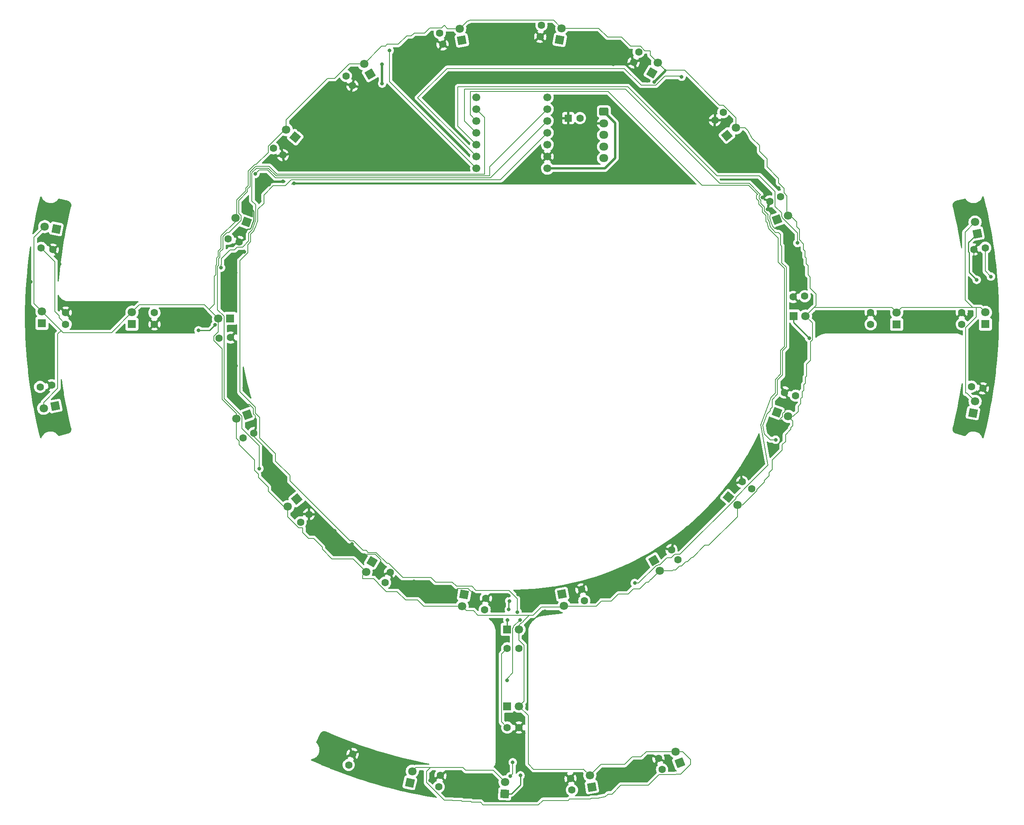
<source format=gbr>
%TF.GenerationSoftware,KiCad,Pcbnew,(6.0.11)*%
%TF.CreationDate,2024-01-27T16:05:05+09:00*%
%TF.ProjectId,engel_line_board_v2,656e6765-6c5f-46c6-996e-655f626f6172,rev?*%
%TF.SameCoordinates,Original*%
%TF.FileFunction,Copper,L2,Bot*%
%TF.FilePolarity,Positive*%
%FSLAX46Y46*%
G04 Gerber Fmt 4.6, Leading zero omitted, Abs format (unit mm)*
G04 Created by KiCad (PCBNEW (6.0.11)) date 2024-01-27 16:05:05*
%MOMM*%
%LPD*%
G01*
G04 APERTURE LIST*
G04 Aperture macros list*
%AMRoundRect*
0 Rectangle with rounded corners*
0 $1 Rounding radius*
0 $2 $3 $4 $5 $6 $7 $8 $9 X,Y pos of 4 corners*
0 Add a 4 corners polygon primitive as box body*
4,1,4,$2,$3,$4,$5,$6,$7,$8,$9,$2,$3,0*
0 Add four circle primitives for the rounded corners*
1,1,$1+$1,$2,$3*
1,1,$1+$1,$4,$5*
1,1,$1+$1,$6,$7*
1,1,$1+$1,$8,$9*
0 Add four rect primitives between the rounded corners*
20,1,$1+$1,$2,$3,$4,$5,0*
20,1,$1+$1,$4,$5,$6,$7,0*
20,1,$1+$1,$6,$7,$8,$9,0*
20,1,$1+$1,$8,$9,$2,$3,0*%
%AMRotRect*
0 Rectangle, with rotation*
0 The origin of the aperture is its center*
0 $1 length*
0 $2 width*
0 $3 Rotation angle, in degrees counterclockwise*
0 Add horizontal line*
21,1,$1,$2,0,0,$3*%
G04 Aperture macros list end*
%TA.AperFunction,ComponentPad*%
%ADD10R,1.800000X1.800000*%
%TD*%
%TA.AperFunction,ComponentPad*%
%ADD11C,1.800000*%
%TD*%
%TA.AperFunction,ComponentPad*%
%ADD12C,1.600000*%
%TD*%
%TA.AperFunction,ComponentPad*%
%ADD13RotRect,1.800000X1.800000X260.000000*%
%TD*%
%TA.AperFunction,ComponentPad*%
%ADD14RotRect,1.800000X1.800000X320.000000*%
%TD*%
%TA.AperFunction,ComponentPad*%
%ADD15RotRect,1.800000X1.800000X191.000000*%
%TD*%
%TA.AperFunction,ComponentPad*%
%ADD16RotRect,1.800000X1.800000X77.500000*%
%TD*%
%TA.AperFunction,ComponentPad*%
%ADD17RotRect,1.800000X1.800000X88.500000*%
%TD*%
%TA.AperFunction,ComponentPad*%
%ADD18RotRect,1.800000X1.800000X169.000000*%
%TD*%
%TA.AperFunction,ComponentPad*%
%ADD19RotRect,1.800000X1.800000X340.000000*%
%TD*%
%TA.AperFunction,ComponentPad*%
%ADD20RotRect,1.800000X1.800000X40.000000*%
%TD*%
%TA.AperFunction,ComponentPad*%
%ADD21RotRect,1.800000X1.800000X120.000000*%
%TD*%
%TA.AperFunction,ComponentPad*%
%ADD22RotRect,1.800000X1.800000X300.000000*%
%TD*%
%TA.AperFunction,ComponentPad*%
%ADD23RotRect,1.800000X1.800000X110.500000*%
%TD*%
%TA.AperFunction,ComponentPad*%
%ADD24RotRect,1.800000X1.800000X100.000000*%
%TD*%
%TA.AperFunction,ComponentPad*%
%ADD25RotRect,1.800000X1.800000X99.500000*%
%TD*%
%TA.AperFunction,ComponentPad*%
%ADD26RotRect,1.800000X1.800000X101.000000*%
%TD*%
%TA.AperFunction,ComponentPad*%
%ADD27RotRect,1.800000X1.800000X200.000000*%
%TD*%
%TA.AperFunction,ComponentPad*%
%ADD28RotRect,1.800000X1.800000X80.000000*%
%TD*%
%TA.AperFunction,ComponentPad*%
%ADD29RotRect,1.800000X1.800000X220.000000*%
%TD*%
%TA.AperFunction,ComponentPad*%
%ADD30RotRect,1.800000X1.800000X79.500000*%
%TD*%
%TA.AperFunction,ComponentPad*%
%ADD31RotRect,1.800000X1.800000X160.000000*%
%TD*%
%TA.AperFunction,ComponentPad*%
%ADD32RotRect,1.800000X1.800000X280.000000*%
%TD*%
%TA.AperFunction,ComponentPad*%
%ADD33RotRect,1.800000X1.800000X140.000000*%
%TD*%
%TA.AperFunction,ComponentPad*%
%ADD34RotRect,1.800000X1.800000X20.000000*%
%TD*%
%TA.AperFunction,ComponentPad*%
%ADD35RotRect,1.800000X1.800000X240.000000*%
%TD*%
%TA.AperFunction,ComponentPad*%
%ADD36RotRect,1.800000X1.800000X60.000000*%
%TD*%
%TA.AperFunction,ComponentPad*%
%ADD37R,1.600000X1.600000*%
%TD*%
%TA.AperFunction,ComponentPad*%
%ADD38C,1.700000*%
%TD*%
%TA.AperFunction,ComponentPad*%
%ADD39RoundRect,0.250000X-0.725000X0.600000X-0.725000X-0.600000X0.725000X-0.600000X0.725000X0.600000X0*%
%TD*%
%TA.AperFunction,ComponentPad*%
%ADD40O,1.950000X1.700000*%
%TD*%
%TA.AperFunction,ViaPad*%
%ADD41C,0.800000*%
%TD*%
%TA.AperFunction,Conductor*%
%ADD42C,0.250000*%
%TD*%
%TA.AperFunction,Conductor*%
%ADD43C,0.200000*%
%TD*%
%TA.AperFunction,Conductor*%
%ADD44C,0.500000*%
%TD*%
G04 APERTURE END LIST*
D10*
%TO.P,D28,1,K*%
%TO.N,Net-(D1-Pad1)*%
X211061000Y-206986000D03*
D11*
%TO.P,D28,2,A*%
%TO.N,R-Trim*%
X213601000Y-206986000D03*
%TD*%
D12*
%TO.P,C21,1*%
%TO.N,+3.3V*%
X135382000Y-122444000D03*
%TO.P,C21,2*%
%TO.N,GND*%
X135382000Y-124944000D03*
%TD*%
%TO.P,C29,1*%
%TO.N,+3.3V*%
X244322719Y-220553934D03*
%TO.P,C29,2*%
%TO.N,GND*%
X243529457Y-218183125D03*
%TD*%
%TO.P,C8,1*%
%TO.N,+3.3V*%
X289052000Y-124924000D03*
%TO.P,C8,2*%
%TO.N,GND*%
X289052000Y-122424000D03*
%TD*%
D13*
%TO.P,D15,1,K*%
%TO.N,Net-(D1-Pad1)*%
X201843282Y-182994750D03*
D11*
%TO.P,D15,2,A*%
%TO.N,R-Trim*%
X201402216Y-185496162D03*
%TD*%
D14*
%TO.P,D12,1,K*%
%TO.N,Net-(D1-Pad1)*%
X258559889Y-162081293D03*
D11*
%TO.P,D12,2,A*%
%TO.N,R-Trim*%
X260505642Y-163713974D03*
%TD*%
D12*
%TO.P,C4,1*%
%TO.N,+3.3V*%
X257439175Y-79371677D03*
%TO.P,C4,2*%
%TO.N,GND*%
X255640825Y-81108323D03*
%TD*%
%TO.P,C15,1*%
%TO.N,+3.3V*%
X206244340Y-186258153D03*
%TO.P,C15,2*%
%TO.N,GND*%
X206505661Y-183771848D03*
%TD*%
%TO.P,C18,1*%
%TO.N,+3.3V*%
X154433069Y-149328421D03*
%TO.P,C18,2*%
%TO.N,GND*%
X156716933Y-148311579D03*
%TD*%
%TO.P,C3,1*%
%TO.N,+3.3V*%
X239307964Y-66416508D03*
%TO.P,C3,2*%
%TO.N,GND*%
X238212036Y-68663493D03*
%TD*%
%TO.P,C1,1*%
%TO.N,+3.3V*%
X196608755Y-62378045D03*
%TO.P,C1,2*%
%TO.N,GND*%
X197213560Y-64803784D03*
%TD*%
D10*
%TO.P,D6,1,K*%
%TO.N,Net-(D1-Pad1)*%
X272539000Y-123166000D03*
D11*
%TO.P,D6,2,A*%
%TO.N,R-Trim*%
X275079000Y-123166000D03*
%TD*%
D10*
%TO.P,D22,1,K*%
%TO.N,Net-(D1-Pad1)*%
X111252000Y-124716000D03*
D11*
%TO.P,D22,2,A*%
%TO.N,R-Trim*%
X111252000Y-122176000D03*
%TD*%
D12*
%TO.P,C10,1*%
%TO.N,+3.3V*%
X313656270Y-108503238D03*
%TO.P,C10,2*%
%TO.N,GND*%
X311183730Y-108872762D03*
%TD*%
D10*
%TO.P,D19,1,K*%
%TO.N,Net-(D1-Pad1)*%
X151641000Y-123674000D03*
D11*
%TO.P,D19,2,A*%
%TO.N,R-Trim*%
X149101000Y-123674000D03*
%TD*%
D12*
%TO.P,C17,1*%
%TO.N,+3.3V*%
X166740825Y-167468323D03*
%TO.P,C17,2*%
%TO.N,GND*%
X168539175Y-165731677D03*
%TD*%
%TO.P,C6,1*%
%TO.N,+3.3V*%
X274931955Y-118887805D03*
%TO.P,C6,2*%
%TO.N,GND*%
X272438045Y-119062196D03*
%TD*%
D15*
%TO.P,D23,1,K*%
%TO.N,Net-(D1-Pad1)*%
X114106950Y-142492343D03*
D11*
%TO.P,D23,2,A*%
%TO.N,R-Trim*%
X111613617Y-142976998D03*
%TD*%
D16*
%TO.P,D32,1,K*%
%TO.N,Net-(D1-Pad1)*%
X190181706Y-223415469D03*
D11*
%TO.P,D32,2,A*%
%TO.N,R-Trim*%
X190731463Y-220935677D03*
%TD*%
D17*
%TO.P,D31,1,K*%
%TO.N,Net-(D1-Pad1)*%
X210545424Y-225790587D03*
D11*
%TO.P,D31,2,A*%
%TO.N,R-Trim*%
X210611913Y-223251457D03*
%TD*%
D12*
%TO.P,C19,1*%
%TO.N,+3.3V*%
X149248045Y-127952196D03*
%TO.P,C19,2*%
%TO.N,GND*%
X151741955Y-127777805D03*
%TD*%
%TO.P,C11,1*%
%TO.N,+3.3V*%
X310675730Y-138322838D03*
%TO.P,C11,2*%
%TO.N,GND*%
X313148270Y-138692362D03*
%TD*%
%TO.P,C7,1*%
%TO.N,+3.3V*%
X272981577Y-140274547D03*
%TO.P,C7,2*%
%TO.N,GND*%
X270578423Y-139585454D03*
%TD*%
D18*
%TO.P,D24,1,K*%
%TO.N,Net-(D1-Pad1)*%
X114352246Y-104443098D03*
D11*
%TO.P,D24,2,A*%
%TO.N,R-Trim*%
X111858913Y-103958443D03*
%TD*%
D10*
%TO.P,D27,1,K*%
%TO.N,Net-(D1-Pad1)*%
X211068000Y-190476000D03*
D11*
%TO.P,D27,2,A*%
%TO.N,R-Trim*%
X213608000Y-190476000D03*
%TD*%
D12*
%TO.P,C22,1*%
%TO.N,+3.3V*%
X116332000Y-124924000D03*
%TO.P,C22,2*%
%TO.N,GND*%
X116332000Y-122424000D03*
%TD*%
D10*
%TO.P,D21,1,K*%
%TO.N,Net-(D1-Pad1)*%
X130556000Y-124880000D03*
D11*
%TO.P,D21,2,A*%
%TO.N,R-Trim*%
X130556000Y-122340000D03*
%TD*%
D19*
%TO.P,D7,1,K*%
%TO.N,Net-(D1-Pad1)*%
X268980352Y-143856094D03*
D11*
%TO.P,D7,2,A*%
%TO.N,R-Trim*%
X271367171Y-144724825D03*
%TD*%
D20*
%TO.P,D4,1,K*%
%TO.N,Net-(D1-Pad1)*%
X258233352Y-84369556D03*
D11*
%TO.P,D4,2,A*%
%TO.N,R-Trim*%
X260179105Y-82736875D03*
%TD*%
D21*
%TO.P,D26,1,K*%
%TO.N,Net-(D1-Pad1)*%
X181645530Y-71196630D03*
D11*
%TO.P,D26,2,A*%
%TO.N,R-Trim*%
X180375530Y-68996925D03*
%TD*%
D12*
%TO.P,C25,1*%
%TO.N,+3.3V*%
X160913729Y-87125269D03*
%TO.P,C25,2*%
%TO.N,GND*%
X162936271Y-88594732D03*
%TD*%
D22*
%TO.P,D13,1,K*%
%TO.N,Net-(D1-Pad1)*%
X242534470Y-175643370D03*
D11*
%TO.P,D13,2,A*%
%TO.N,R-Trim*%
X243804470Y-177843075D03*
%TD*%
D12*
%TO.P,C28,1*%
%TO.N,+3.3V*%
X211094000Y-211558000D03*
%TO.P,C28,2*%
%TO.N,GND*%
X213594000Y-211558000D03*
%TD*%
D10*
%TO.P,D9,1,K*%
%TO.N,Net-(D1-Pad1)*%
X313690000Y-124920000D03*
D11*
%TO.P,D9,2,A*%
%TO.N,R-Trim*%
X313690000Y-122380000D03*
%TD*%
D23*
%TO.P,D29,1,K*%
%TO.N,Net-(D1-Pad1)*%
X248134167Y-219099222D03*
D11*
%TO.P,D29,2,A*%
%TO.N,R-Trim*%
X247244640Y-216720075D03*
%TD*%
D12*
%TO.P,C30,1*%
%TO.N,+3.3V*%
X224971621Y-224970947D03*
%TO.P,C30,2*%
%TO.N,GND*%
X224666948Y-222489582D03*
%TD*%
D24*
%TO.P,D1,1,K*%
%TO.N,Net-(D1-Pad1)*%
X201343000Y-63933463D03*
D11*
%TO.P,D1,2,A*%
%TO.N,R-Trim*%
X200901934Y-61432051D03*
%TD*%
D25*
%TO.P,D30,1,K*%
%TO.N,Net-(D1-Pad1)*%
X229235945Y-224341177D03*
D11*
%TO.P,D30,2,A*%
%TO.N,R-Trim*%
X228816724Y-221836012D03*
%TD*%
D12*
%TO.P,C2,1*%
%TO.N,+3.3V*%
X218428327Y-60684867D03*
%TO.P,C2,2*%
%TO.N,GND*%
X218167006Y-63171172D03*
%TD*%
D26*
%TO.P,D10,1,K*%
%TO.N,Net-(D1-Pad1)*%
X311949898Y-105483693D03*
D11*
%TO.P,D10,2,A*%
%TO.N,R-Trim*%
X311465243Y-102990360D03*
%TD*%
D27*
%TO.P,D18,1,K*%
%TO.N,Net-(D1-Pad1)*%
X155373394Y-144333458D03*
D11*
%TO.P,D18,2,A*%
%TO.N,R-Trim*%
X152986575Y-145202189D03*
%TD*%
D12*
%TO.P,C9,1*%
%TO.N,+3.3V*%
X308610000Y-124924000D03*
%TO.P,C9,2*%
%TO.N,GND*%
X308610000Y-122424000D03*
%TD*%
D28*
%TO.P,D2,1,K*%
%TO.N,Net-(D1-Pad1)*%
X222336718Y-63845250D03*
D11*
%TO.P,D2,2,A*%
%TO.N,R-Trim*%
X222777784Y-61343838D03*
%TD*%
D12*
%TO.P,C16,1*%
%TO.N,+3.3V*%
X184872036Y-180423493D03*
%TO.P,C16,2*%
%TO.N,GND*%
X185967964Y-178176508D03*
%TD*%
D29*
%TO.P,D17,1,K*%
%TO.N,Net-(D1-Pad1)*%
X165946648Y-162470444D03*
D11*
%TO.P,D17,2,A*%
%TO.N,R-Trim*%
X164000895Y-164103125D03*
%TD*%
D30*
%TO.P,D11,1,K*%
%TO.N,Net-(D1-Pad1)*%
X311018339Y-144005506D03*
D11*
%TO.P,D11,2,A*%
%TO.N,R-Trim*%
X311481217Y-141508039D03*
%TD*%
D12*
%TO.P,C27,1*%
%TO.N,+3.3V*%
X211093000Y-194540000D03*
%TO.P,C27,2*%
%TO.N,GND*%
X213593000Y-194540000D03*
%TD*%
D31*
%TO.P,D20,1,K*%
%TO.N,Net-(D1-Pad1)*%
X155199648Y-102983906D03*
D11*
%TO.P,D20,2,A*%
%TO.N,R-Trim*%
X152812829Y-102115175D03*
%TD*%
D32*
%TO.P,D14,1,K*%
%TO.N,Net-(D1-Pad1)*%
X222837000Y-182906537D03*
D11*
%TO.P,D14,2,A*%
%TO.N,R-Trim*%
X223278066Y-185407949D03*
%TD*%
D33*
%TO.P,D25,1,K*%
%TO.N,Net-(D1-Pad1)*%
X165620111Y-84758707D03*
D11*
%TO.P,D25,2,A*%
%TO.N,R-Trim*%
X163674358Y-83126026D03*
%TD*%
D12*
%TO.P,C24,1*%
%TO.N,+3.3V*%
X111094098Y-108527450D03*
%TO.P,C24,2*%
%TO.N,GND*%
X113567279Y-108892658D03*
%TD*%
D34*
%TO.P,D5,1,K*%
%TO.N,Net-(D1-Pad1)*%
X268935200Y-102465000D03*
D11*
%TO.P,D5,2,A*%
%TO.N,R-Trim*%
X271322019Y-101596269D03*
%TD*%
D12*
%TO.P,C20,1*%
%TO.N,+3.3V*%
X151198423Y-106565454D03*
%TO.P,C20,2*%
%TO.N,GND*%
X153601577Y-107254547D03*
%TD*%
%TO.P,C14,1*%
%TO.N,+3.3V*%
X227632403Y-184322870D03*
%TO.P,C14,2*%
%TO.N,GND*%
X227027598Y-181897131D03*
%TD*%
%TO.P,C5,1*%
%TO.N,+3.3V*%
X269746932Y-97511579D03*
%TO.P,C5,2*%
%TO.N,GND*%
X267463068Y-98528421D03*
%TD*%
%TO.P,C26,1*%
%TO.N,+3.3V*%
X176466009Y-71583703D03*
%TO.P,C26,2*%
%TO.N,GND*%
X177863991Y-73656297D03*
%TD*%
%TO.P,C13,1*%
%TO.N,+3.3V*%
X247741950Y-175490000D03*
%TO.P,C13,2*%
%TO.N,GND*%
X246343968Y-173417406D03*
%TD*%
D10*
%TO.P,D8,1,K*%
%TO.N,Net-(D1-Pad1)*%
X294640000Y-124944000D03*
D11*
%TO.P,D8,2,A*%
%TO.N,R-Trim*%
X294640000Y-122404000D03*
%TD*%
D35*
%TO.P,D16,1,K*%
%TO.N,Net-(D1-Pad1)*%
X182085470Y-175897370D03*
D11*
%TO.P,D16,2,A*%
%TO.N,R-Trim*%
X180815470Y-178097075D03*
%TD*%
D12*
%TO.P,C23,1*%
%TO.N,+3.3V*%
X110853629Y-138395450D03*
%TO.P,C23,2*%
%TO.N,GND*%
X113326810Y-138030242D03*
%TD*%
%TO.P,C31,1*%
%TO.N,+3.3V*%
X196370792Y-224290862D03*
%TO.P,C31,2*%
%TO.N,GND*%
X196761878Y-221821641D03*
%TD*%
D36*
%TO.P,D3,1,K*%
%TO.N,Net-(D1-Pad1)*%
X242094530Y-70942631D03*
D11*
%TO.P,D3,2,A*%
%TO.N,R-Trim*%
X243364530Y-68742926D03*
%TD*%
D12*
%TO.P,C12,1*%
%TO.N,+3.3V*%
X263525000Y-160250000D03*
%TO.P,C12,2*%
%TO.N,GND*%
X261502458Y-158780537D03*
%TD*%
%TO.P,C32,1*%
%TO.N,+3.3V*%
X177060359Y-219581672D03*
%TO.P,C32,2*%
%TO.N,GND*%
X177927698Y-217236950D03*
%TD*%
D37*
%TO.P,C33,1*%
%TO.N,GND*%
X224180400Y-80646400D03*
D12*
%TO.P,C33,2*%
%TO.N,R-Trim*%
X226680400Y-80646400D03*
%TD*%
D38*
%TO.P,U33,1,PA02_A0_D0*%
%TO.N,D0*%
X204470000Y-91440000D03*
%TO.P,U33,2,PA4_A1_D1*%
%TO.N,D1*%
X204470000Y-88900000D03*
%TO.P,U33,3,PA10_A2_D2*%
%TO.N,D2*%
X204470000Y-86360000D03*
%TO.P,U33,4,PA11_A3_D3*%
%TO.N,D3*%
X204470000Y-83820000D03*
%TO.P,U33,5,PA8_A4_D4_SDA*%
%TO.N,D4*%
X204470000Y-81280000D03*
%TO.P,U33,6,PA9_A5_D5_SCL*%
%TO.N,D5*%
X204470000Y-78740000D03*
%TO.P,U33,7,PB08_A6_D6_TX*%
%TO.N,Tx*%
X204470000Y-76200000D03*
%TO.P,U33,8,PB09_A7_D7_RX*%
%TO.N,Rx*%
X219710000Y-76200000D03*
%TO.P,U33,9,PA7_A8_D8_SCK*%
%TO.N,D8*%
X219710000Y-78740000D03*
%TO.P,U33,10,PA5_A9_D9_MISO*%
%TO.N,D9*%
X219710000Y-81280000D03*
%TO.P,U33,11,PA6_A10_D10_MOSI*%
%TO.N,D10*%
X219710000Y-83820000D03*
%TO.P,U33,12,3V3*%
%TO.N,+3.3V*%
X219710000Y-86360000D03*
%TO.P,U33,13,GND*%
%TO.N,GND*%
X219710000Y-88900000D03*
%TO.P,U33,14,5V*%
%TO.N,+5V*%
X219710000Y-91440000D03*
%TD*%
D39*
%TO.P,J1,1,Pin_1*%
%TO.N,+5V*%
X231804800Y-79253200D03*
D40*
%TO.P,J1,2,Pin_2*%
%TO.N,GND*%
X231804800Y-81753200D03*
%TO.P,J1,3,Pin_3*%
%TO.N,R-Trim*%
X231804800Y-84253200D03*
%TO.P,J1,4,Pin_4*%
%TO.N,Tx*%
X231804800Y-86753200D03*
%TO.P,J1,5,Pin_5*%
%TO.N,Rx*%
X231804800Y-89253200D03*
%TD*%
D41*
%TO.N,+3.3V*%
X314858400Y-114682400D03*
X211734400Y-222022800D03*
X212264841Y-219025186D03*
X184251600Y-69064000D03*
X184251600Y-73229600D03*
%TO.N,GND*%
X225602800Y-183160800D03*
X200558400Y-91619200D03*
X203911200Y-182856000D03*
X193802000Y-85320000D03*
X251764800Y-169190800D03*
X227228400Y-63882400D03*
X152908000Y-133834000D03*
X269290800Y-95683200D03*
X215138000Y-220397200D03*
X159004000Y-93041600D03*
X213766400Y-209272000D03*
X168859200Y-167666800D03*
X269748000Y-104370000D03*
X165303200Y-94667200D03*
X245770400Y-72823200D03*
X204724000Y-185091200D03*
X241147600Y-72620000D03*
X151993600Y-112396400D03*
X228904800Y-182754400D03*
X238353600Y-219228800D03*
X291490400Y-122658000D03*
X190754000Y-73636000D03*
X311200800Y-132767200D03*
X308305200Y-143435200D03*
X250291600Y-76836400D03*
X193751200Y-67743200D03*
X275336000Y-121083200D03*
X218440000Y-223038800D03*
X175717200Y-73382000D03*
X219913200Y-182805200D03*
X265836400Y-97664400D03*
X186994800Y-70080000D03*
X314756800Y-106808400D03*
X258876800Y-89028400D03*
X164388800Y-87301200D03*
X110896400Y-106402000D03*
X262077200Y-88164800D03*
X177393600Y-173610400D03*
X178054000Y-70181600D03*
X313690000Y-126874400D03*
X267766800Y-100864800D03*
X221640400Y-68759200D03*
X194513200Y-222886400D03*
X314096400Y-140590400D03*
X202234800Y-225070800D03*
X233375200Y-66371600D03*
X265277600Y-155068400D03*
X219151200Y-186615200D03*
X155854400Y-99544000D03*
X312623200Y-113920400D03*
X213461600Y-182957600D03*
X266954000Y-100255200D03*
X282651200Y-124334400D03*
X312928000Y-131852800D03*
X160020000Y-154560400D03*
X287375600Y-122505600D03*
X214274400Y-218162000D03*
X277012400Y-122708800D03*
X244246400Y-75261600D03*
X186893200Y-68962400D03*
X197002400Y-183008400D03*
X173329600Y-82780000D03*
X244195600Y-79020800D03*
X272389600Y-134545200D03*
X302463200Y-124690000D03*
X240182400Y-72061200D03*
X271932400Y-138456800D03*
X263042400Y-157862400D03*
X313791600Y-143841600D03*
X172415200Y-91162000D03*
X187452000Y-72416800D03*
X235762800Y-71451600D03*
X211074000Y-62917200D03*
X198983600Y-183160800D03*
X259080000Y-91670000D03*
X203352400Y-68860800D03*
X219049600Y-225477200D03*
X154686500Y-138583800D03*
X268401800Y-145848200D03*
X233832400Y-180519200D03*
X217170000Y-185192800D03*
X179578000Y-72264400D03*
X256641600Y-85828000D03*
X115011200Y-111990000D03*
X191109600Y-180163600D03*
X133248400Y-124232800D03*
X211378800Y-183211600D03*
X231546400Y-220854400D03*
X197408800Y-69114800D03*
X247294400Y-73483600D03*
X173380400Y-76785600D03*
X214172800Y-225528000D03*
X152806400Y-113869600D03*
X274980400Y-129058800D03*
X162966400Y-94260800D03*
X226618800Y-68810000D03*
X254863600Y-166142800D03*
X156768800Y-146178400D03*
X174040800Y-169292400D03*
X147370800Y-123470800D03*
X233832400Y-69064000D03*
X189179200Y-219508200D03*
X115011200Y-119559200D03*
X199898000Y-67082800D03*
X163728400Y-86234400D03*
X160985200Y-88926800D03*
X183489600Y-218238200D03*
X214630000Y-212777200D03*
X257403600Y-163602800D03*
X226618800Y-221870400D03*
X307594000Y-147499200D03*
X273405600Y-117324000D03*
X264464800Y-152680800D03*
X180086000Y-175185200D03*
X166370000Y-83135600D03*
X245516400Y-219076400D03*
X203504800Y-65406400D03*
X259740400Y-86031200D03*
X272542000Y-120930800D03*
X159969200Y-94921200D03*
X240944400Y-75414000D03*
X233222800Y-221006800D03*
X270459200Y-141352400D03*
X312115200Y-107316400D03*
X237185200Y-220346400D03*
X272034000Y-126620400D03*
X167741600Y-163602800D03*
X188264800Y-69470400D03*
X240741200Y-176810800D03*
X212445600Y-62866400D03*
X217576400Y-183160800D03*
X191668400Y-66168400D03*
X239217200Y-221819600D03*
X224790000Y-181941600D03*
X182219600Y-219838400D03*
X231902000Y-223242000D03*
X153771600Y-105436800D03*
X183591200Y-177318800D03*
X170078400Y-81103600D03*
X197002400Y-181332000D03*
X191058800Y-91314400D03*
X177800000Y-172137200D03*
X214782400Y-192152400D03*
X167233600Y-86031200D03*
X224434400Y-64441200D03*
X172974000Y-78055600D03*
X159816800Y-153087200D03*
X163880800Y-91568400D03*
X219659200Y-221616400D03*
X250850400Y-170156000D03*
X153822400Y-142165200D03*
X248005600Y-173051600D03*
X154838400Y-105106600D03*
X152704800Y-129465200D03*
X240385600Y-69318000D03*
X232206800Y-180214400D03*
X312826400Y-147804000D03*
X237134400Y-67387600D03*
X310235600Y-122658000D03*
X213410800Y-216587200D03*
X271576800Y-107722800D03*
X310489600Y-119483000D03*
X237439200Y-178131600D03*
X113080800Y-132360800D03*
X123037600Y-123674000D03*
X221488000Y-65812800D03*
X141325600Y-124944000D03*
X227787200Y-66270000D03*
X108876100Y-115825400D03*
X182372000Y-74245600D03*
X154635200Y-109348400D03*
X277672800Y-125553600D03*
X192709800Y-221413200D03*
X157988000Y-98426400D03*
X122174000Y-124893200D03*
%TO.N,R-Trim*%
X242671600Y-72874000D03*
%TO.N,D0*%
X185826400Y-66129300D03*
%TO.N,D1*%
X248513600Y-71756400D03*
%TO.N,D2*%
X273354800Y-107468800D03*
%TO.N,D3*%
X268669500Y-149734400D03*
%TO.N,D4*%
X238455200Y-180519200D03*
%TO.N,D5*%
X157886400Y-155932000D03*
%TO.N,D8*%
X149682200Y-112777400D03*
%TO.N,D9*%
X157060222Y-92621822D03*
%TO.N,D10*%
X211074000Y-201398000D03*
X213817200Y-188481500D03*
X213258400Y-186728500D03*
%TO.N,Net-(D1-Pad1)*%
X148401500Y-125070509D03*
X211124800Y-188444000D03*
X144856200Y-126239400D03*
X211531200Y-184380000D03*
X275906500Y-127941200D03*
X311810400Y-115393600D03*
X213918800Y-221819600D03*
X211429600Y-186208800D03*
%TD*%
D42*
%TO.N,Net-(D1-Pad1)*%
X148401500Y-125081700D02*
X148401500Y-125070509D01*
X144856200Y-126239400D02*
X147243800Y-126239400D01*
X147243800Y-126239400D02*
X148401500Y-125081700D01*
D43*
%TO.N,R-Trim*%
X204825600Y-187428000D02*
X215798400Y-187428000D01*
X203860400Y-186462800D02*
X204825600Y-187428000D01*
X202368854Y-186462800D02*
X203860400Y-186462800D01*
X201402216Y-185496162D02*
X202368854Y-186462800D01*
X163357337Y-83126026D02*
X163674358Y-83126026D01*
X159813729Y-86669634D02*
X163357337Y-83126026D01*
X159813729Y-88015471D02*
X159813729Y-86669634D01*
X157213200Y-90616000D02*
X159813729Y-88015471D01*
X156945428Y-90616000D02*
X157213200Y-90616000D01*
X155511600Y-92049828D02*
X156945428Y-90616000D01*
X155511600Y-95130114D02*
X155511600Y-92049828D01*
X154982996Y-95658718D02*
X155511600Y-95130114D01*
X153085800Y-101256775D02*
X153041400Y-101212374D01*
X153085800Y-101842204D02*
X153085800Y-101256775D01*
X153041400Y-98235314D02*
X154982996Y-96293718D01*
X152812829Y-102115175D02*
X153085800Y-101842204D01*
X153041400Y-101212374D02*
X153041400Y-98235314D01*
X154982996Y-96293718D02*
X154982996Y-95658718D01*
X152812829Y-102829727D02*
X152812829Y-102115175D01*
X149698423Y-105944133D02*
X152812829Y-102829727D01*
X149698423Y-108601463D02*
X149698423Y-105944133D01*
X149053600Y-109246286D02*
X149698423Y-108601463D01*
X148774200Y-110651491D02*
X149053600Y-110372091D01*
X148545600Y-112358364D02*
X148774200Y-112129764D01*
X148774200Y-112129764D02*
X148774200Y-110651491D01*
X148209000Y-114597727D02*
X148545600Y-114261127D01*
X148545600Y-114261127D02*
X148545600Y-112358364D01*
X149053600Y-110372091D02*
X149053600Y-109246286D01*
X148209000Y-120626000D02*
X148209000Y-114597727D01*
X147131000Y-121704000D02*
X148209000Y-120626000D01*
%TO.N,D5*%
X157886400Y-151036681D02*
X157886400Y-155932000D01*
X154186575Y-144705132D02*
X154186575Y-147336856D01*
X150348045Y-140866602D02*
X154186575Y-144705132D01*
X148945600Y-121821543D02*
X150348045Y-123223988D01*
X150348045Y-123223988D02*
X150348045Y-140866602D01*
X148945600Y-112524050D02*
X148945600Y-121821543D01*
X149174200Y-112295450D02*
X148945600Y-112524050D01*
X149174200Y-110817177D02*
X149174200Y-112295450D01*
X149453600Y-109411972D02*
X149453600Y-110537777D01*
X150098423Y-108767149D02*
X149453600Y-109411972D01*
X150098423Y-106109819D02*
X150098423Y-108767149D01*
X150939015Y-105269227D02*
X150098423Y-106109819D01*
X151355834Y-105269227D02*
X150939015Y-105269227D01*
X154186575Y-147336856D02*
X157886400Y-151036681D01*
X154012829Y-102612232D02*
X151355834Y-105269227D01*
X154012829Y-101618118D02*
X154012829Y-102612232D01*
X153441400Y-101046689D02*
X154012829Y-101618118D01*
X149453600Y-110537777D02*
X149174200Y-110817177D01*
X153441400Y-98401000D02*
X153441400Y-101046689D01*
X155382996Y-96459404D02*
X153441400Y-98401000D01*
X155382996Y-95824404D02*
X155382996Y-96459404D01*
X155911600Y-92215514D02*
X155911600Y-95295800D01*
X157111114Y-91016000D02*
X155911600Y-92215514D01*
X206248000Y-92686000D02*
X161696400Y-92686000D01*
X160026400Y-91016000D02*
X157111114Y-91016000D01*
X155911600Y-95295800D02*
X155382996Y-95824404D01*
X206248000Y-80518000D02*
X206248000Y-92686000D01*
X161696400Y-92686000D02*
X160026400Y-91016000D01*
X204470000Y-78740000D02*
X206248000Y-80518000D01*
%TO.N,D10*%
X164763600Y-93886000D02*
X209644000Y-93886000D01*
X163474400Y-95175200D02*
X164763600Y-93886000D01*
X160883600Y-95175200D02*
X163474400Y-95175200D01*
X158902400Y-97156400D02*
X160883600Y-95175200D01*
X157556200Y-100280600D02*
X158902400Y-98934400D01*
X156995942Y-104117991D02*
X157556200Y-102693600D01*
X157001308Y-104130512D02*
X156995942Y-104117991D01*
X156905837Y-104369189D02*
X157001308Y-104130512D01*
X156025800Y-105577086D02*
X156692600Y-104928800D01*
X155397200Y-109576350D02*
X155397200Y-107831285D01*
X153720800Y-111252750D02*
X155397200Y-109576350D01*
X156692600Y-104928800D02*
X156905837Y-104369189D01*
X153720800Y-139446750D02*
X153720800Y-111252750D01*
X157022800Y-142748750D02*
X153720800Y-139446750D01*
X157022800Y-144019400D02*
X157022800Y-142748750D01*
X157974834Y-144971434D02*
X157022800Y-144019400D01*
X157974834Y-149349959D02*
X157974834Y-144971434D01*
X161391600Y-152766725D02*
X157974834Y-149349959D01*
X161391600Y-154306400D02*
X161391600Y-152766725D01*
X164465000Y-157379800D02*
X161391600Y-154306400D01*
X164465000Y-158573600D02*
X164465000Y-157379800D01*
X155397200Y-107831285D02*
X156025800Y-107202685D01*
X177328600Y-171437200D02*
X164465000Y-158573600D01*
X157556200Y-102693600D02*
X157556200Y-100280600D01*
X178089950Y-171437200D02*
X177328600Y-171437200D01*
X209644000Y-93886000D02*
X219710000Y-83820000D01*
X180822600Y-173508800D02*
X180161550Y-173508800D01*
X156025800Y-107202685D02*
X156025800Y-105577086D01*
X182969485Y-173947000D02*
X181260800Y-173947000D01*
X185624491Y-176277400D02*
X185299885Y-176277400D01*
X158902400Y-98934400D02*
X158902400Y-97156400D01*
X194722342Y-179331342D02*
X188678433Y-179331342D01*
X188678433Y-179331342D02*
X185624491Y-176277400D01*
X200215000Y-181217200D02*
X199313800Y-180316000D01*
X204368400Y-182094000D02*
X203491600Y-181217200D01*
X203491600Y-181217200D02*
X200215000Y-181217200D01*
X180161550Y-173508800D02*
X178089950Y-171437200D01*
X195707000Y-180316000D02*
X194722342Y-179331342D01*
X181260800Y-173947000D02*
X180822600Y-173508800D01*
X211480400Y-182094000D02*
X204368400Y-182094000D01*
X213258400Y-183872000D02*
X211480400Y-182094000D01*
X199313800Y-180316000D02*
X195707000Y-180316000D01*
X213258400Y-186728500D02*
X213258400Y-183872000D01*
X185299885Y-176277400D02*
X182969485Y-173947000D01*
%TO.N,R-Trim*%
X148148045Y-127496561D02*
X149101000Y-126543606D01*
X149948045Y-130207831D02*
X148148045Y-128407831D01*
X149948045Y-141034045D02*
X149948045Y-130207831D01*
X152986575Y-144072575D02*
X149948045Y-141034045D01*
X149101000Y-126543606D02*
X149101000Y-123674000D01*
X152986575Y-145202189D02*
X152986575Y-144072575D01*
X148148045Y-128407831D02*
X148148045Y-127496561D01*
%TO.N,D8*%
X207365600Y-91084400D02*
X219710000Y-78740000D01*
X207365600Y-92940000D02*
X207365600Y-91084400D01*
X207219600Y-93086000D02*
X207365600Y-92940000D01*
X161530714Y-93086000D02*
X207219600Y-93086000D01*
X159860714Y-91416000D02*
X161530714Y-93086000D01*
X157276800Y-91416000D02*
X159860714Y-91416000D01*
X156311600Y-92381200D02*
X157276800Y-91416000D01*
X156311600Y-98426400D02*
X156311600Y-92381200D01*
X157149800Y-102465000D02*
X157117600Y-99232400D01*
X157073600Y-102776600D02*
X157149800Y-102465000D01*
X156564892Y-104127645D02*
X157073600Y-102776600D01*
X156568383Y-104135791D02*
X156564892Y-104127645D01*
X156505837Y-104292156D02*
X156568383Y-104135791D01*
X156362400Y-104649400D02*
X156505837Y-104292156D01*
X154308253Y-108354547D02*
X155625800Y-107037000D01*
X157117600Y-99232400D02*
X156311600Y-98426400D01*
X153145942Y-108354547D02*
X154308253Y-108354547D01*
X155625800Y-107037000D02*
X155625800Y-105411400D01*
X152558489Y-108942000D02*
X153145942Y-108354547D01*
X151666175Y-108942000D02*
X152558489Y-108942000D01*
X155625800Y-105411400D02*
X156362400Y-104649400D01*
D42*
%TO.N,GND*%
X155448000Y-104497000D02*
X154838400Y-105106600D01*
X155676600Y-104497000D02*
X155448000Y-104497000D01*
X156362400Y-100356800D02*
X155854400Y-99544000D01*
X156692600Y-100687000D02*
X156362400Y-100356800D01*
X156692600Y-102465000D02*
X156692600Y-100687000D01*
X156523676Y-102965098D02*
X156692600Y-102490400D01*
X156108400Y-104141400D02*
X156464000Y-103150800D01*
X156006800Y-104395400D02*
X156108400Y-104141400D01*
X155676600Y-104497000D02*
X156006800Y-104395400D01*
X156464000Y-103150800D02*
X156523676Y-102965098D01*
D43*
X183972200Y-176937800D02*
X183591200Y-177318800D01*
X182803800Y-174347000D02*
X183972200Y-175515400D01*
X180924200Y-174347000D02*
X182803800Y-174347000D01*
X183972200Y-175515400D02*
X183972200Y-176937800D01*
X180086000Y-175185200D02*
X180924200Y-174347000D01*
%TO.N,R-Trim*%
X241915745Y-179731800D02*
X243804470Y-177843075D01*
X241909600Y-179731800D02*
X241915745Y-179731800D01*
X241325400Y-180316000D02*
X241909600Y-179731800D01*
X241325400Y-180341400D02*
X241325400Y-180316000D01*
X240969800Y-180341400D02*
X241325400Y-180341400D01*
X239522000Y-181789200D02*
X240969800Y-180341400D01*
X238125000Y-181789200D02*
X239522000Y-181789200D01*
X237032800Y-182881400D02*
X238125000Y-181789200D01*
X233400600Y-184430800D02*
X234950000Y-182881400D01*
X231292400Y-184430800D02*
X233400600Y-184430800D01*
X230200200Y-185523000D02*
X231292400Y-184430800D01*
X223278066Y-185407949D02*
X223393117Y-185523000D01*
X223393117Y-185523000D02*
X230200200Y-185523000D01*
X234950000Y-182881400D02*
X237032800Y-182881400D01*
X277368000Y-120877000D02*
X276031955Y-122213045D01*
X276098000Y-117168923D02*
X277368000Y-118438923D01*
X276098000Y-114784000D02*
X276098000Y-117168923D01*
X275615400Y-114301400D02*
X276098000Y-114784000D01*
X275615400Y-112332968D02*
X275615400Y-114301400D01*
X275234400Y-111951968D02*
X275615400Y-112332968D01*
X275005800Y-109215995D02*
X275005800Y-110447293D01*
X275005800Y-110447293D02*
X275234400Y-110675893D01*
X274650200Y-108860395D02*
X275005800Y-109215995D01*
X274650200Y-107674601D02*
X274650200Y-108860395D01*
X275234400Y-110675893D02*
X275234400Y-111951968D01*
X273761200Y-106785601D02*
X274650200Y-107674601D01*
X273761200Y-104553275D02*
X273761200Y-106785601D01*
X273177000Y-103969075D02*
X273761200Y-104553275D01*
X271892611Y-101637811D02*
X273177000Y-102922200D01*
X277368000Y-118438923D02*
X277368000Y-120877000D01*
X271119600Y-101563986D02*
X271193425Y-101637811D01*
X271119600Y-97328612D02*
X271119600Y-101563986D01*
X270459200Y-96668212D02*
X271119600Y-97328612D01*
X270459200Y-95713415D02*
X270459200Y-96668212D01*
X269316200Y-94570415D02*
X270459200Y-95713415D01*
X269316200Y-93600400D02*
X269316200Y-94570415D01*
X266827000Y-91111200D02*
X269316200Y-93600400D01*
X266827000Y-89409400D02*
X266827000Y-91111200D01*
X263626600Y-84964400D02*
X265226800Y-86564600D01*
X273177000Y-102922200D02*
X273177000Y-103969075D01*
X262737600Y-83338800D02*
X263626600Y-84964400D01*
X262135675Y-82736875D02*
X262737600Y-83338800D01*
X260179105Y-82736875D02*
X262135675Y-82736875D01*
X271193425Y-101637811D02*
X271892611Y-101637811D01*
X265226800Y-86564600D02*
X265226800Y-87809200D01*
X265226800Y-87809200D02*
X266827000Y-89409400D01*
D44*
%TO.N,+3.3V*%
X184251600Y-73229600D02*
X184251600Y-69064000D01*
D43*
X212264841Y-221492359D02*
X212264841Y-219025186D01*
X116332000Y-124924000D02*
X114960400Y-123552400D01*
X314858400Y-114682400D02*
X313656270Y-113480270D01*
X211094000Y-211558000D02*
X209861000Y-210325000D01*
X211734400Y-222022800D02*
X212264841Y-221492359D01*
X114046000Y-111479352D02*
X111094098Y-108527450D01*
X209861000Y-210325000D02*
X209861000Y-195772000D01*
X114046000Y-122200800D02*
X114046000Y-111479352D01*
X114960400Y-123115200D02*
X114046000Y-122200800D01*
X313656270Y-113480270D02*
X313656270Y-108503238D01*
X114960400Y-123552400D02*
X114960400Y-123115200D01*
X209861000Y-195772000D02*
X211093000Y-194540000D01*
%TO.N,GND*%
X202707340Y-181652140D02*
X203911200Y-182856000D01*
X155778200Y-142165200D02*
X153822400Y-142165200D01*
X270167171Y-144527400D02*
X270167171Y-144108229D01*
X156716933Y-148311579D02*
X156716933Y-149047533D01*
X270167171Y-144108229D02*
X270637000Y-143638400D01*
X156591000Y-142978000D02*
X155778200Y-142165200D01*
X267995400Y-103862000D02*
X267716000Y-103049200D01*
X156997400Y-145086200D02*
X156997400Y-144559686D01*
X156768800Y-145314800D02*
X156997400Y-145086200D01*
X267411200Y-101652200D02*
X267766800Y-100864800D01*
X267563600Y-102388800D02*
X267411200Y-102236400D01*
X156591000Y-144153286D02*
X156591000Y-142978000D01*
X156716933Y-149047533D02*
X159816800Y-152147400D01*
X269113000Y-145848200D02*
X270167171Y-144794029D01*
X270637000Y-143638400D02*
X270637000Y-141530200D01*
X270167171Y-144794029D02*
X270167171Y-144514771D01*
X268401800Y-145848200D02*
X269113000Y-145848200D01*
X267411200Y-102236400D02*
X267411200Y-101652200D01*
X270637000Y-141530200D02*
X270459200Y-141352400D01*
X156768800Y-146178400D02*
X156768800Y-145314800D01*
X269748000Y-104370000D02*
X268503400Y-104370000D01*
X268503400Y-104370000D02*
X267995400Y-103862000D01*
X200492260Y-181652140D02*
X202707340Y-181652140D01*
X267716000Y-103049200D02*
X267563600Y-102388800D01*
X198983600Y-183160800D02*
X200492260Y-181652140D01*
X159816800Y-152147400D02*
X159816800Y-153087200D01*
X312623200Y-113920400D02*
X311183730Y-112480930D01*
X156997400Y-144559686D02*
X156591000Y-144153286D01*
X311183730Y-112480930D02*
X311183730Y-108872762D01*
%TO.N,R-Trim*%
X235458000Y-223953200D02*
X241376200Y-223953200D01*
X115379200Y-126303200D02*
X111252000Y-122176000D01*
X202184000Y-220752800D02*
X201583659Y-220152459D01*
X270089267Y-150815533D02*
X270089267Y-151958533D01*
X228930200Y-226925000D02*
X229133400Y-226721800D01*
X274726400Y-139090369D02*
X274345400Y-139471369D01*
X180086000Y-178826545D02*
X180815470Y-178097075D01*
X208113256Y-220752800D02*
X202184000Y-220752800D01*
X260505642Y-166241158D02*
X254330200Y-172416600D01*
X215595200Y-208980200D02*
X215595200Y-219381200D01*
X205929056Y-228145742D02*
X205932375Y-228145970D01*
X153543000Y-149993987D02*
X152986575Y-149437562D01*
X187706000Y-64796800D02*
X189509400Y-62993400D01*
X250393200Y-219457400D02*
X250393200Y-218416000D01*
X146154600Y-120727600D02*
X132168400Y-120727600D01*
X184937400Y-65203200D02*
X185343800Y-64796800D01*
X275082000Y-137549102D02*
X274726400Y-137904702D01*
X247206490Y-177711510D02*
X246622290Y-177711510D01*
X203456654Y-227585400D02*
X205368714Y-227585400D01*
X163674358Y-81005242D02*
X172567600Y-72112000D01*
X249745489Y-175909111D02*
X249389889Y-175909111D01*
X185343800Y-64796800D02*
X187706000Y-64796800D01*
X172567600Y-72112000D02*
X174040800Y-72112000D01*
X274726400Y-137904702D02*
X274726400Y-139090369D01*
X228816724Y-221836012D02*
X231169936Y-219482800D01*
X197561200Y-60732800D02*
X198260451Y-61432051D01*
X194475955Y-61278045D02*
X197015955Y-61278045D01*
X215798400Y-187428000D02*
X214517200Y-188709200D01*
X311695600Y-123394035D02*
X309422800Y-125666835D01*
X227422874Y-220442162D02*
X228816724Y-221836012D01*
X250694034Y-174960566D02*
X249745489Y-175909111D01*
X231169936Y-219482800D02*
X236270800Y-219482800D01*
X152986575Y-149437562D02*
X152986575Y-145202189D01*
X206413729Y-228169600D02*
X217779600Y-228169600D01*
X239776000Y-217857200D02*
X240913125Y-216720075D01*
X203278854Y-227407600D02*
X203456654Y-227585400D01*
X311492400Y-121324000D02*
X311695600Y-121324000D01*
X276606500Y-127651250D02*
X276606500Y-128231150D01*
X275310600Y-133478400D02*
X275310600Y-136089322D01*
X183388000Y-180570000D02*
X183388000Y-180519200D01*
X240913125Y-216720075D02*
X247244640Y-216720075D01*
X309422800Y-139726800D02*
X309699978Y-139726800D01*
X202566385Y-59767600D02*
X202844400Y-59767600D01*
X230379585Y-226721800D02*
X230530294Y-226696430D01*
X293560000Y-121324000D02*
X294640000Y-122404000D01*
X294640000Y-122404000D02*
X295720000Y-121324000D01*
X250922634Y-174960566D02*
X250694034Y-174960566D01*
X183388000Y-180519200D02*
X182422800Y-179554000D01*
X227490712Y-220510000D02*
X228816724Y-221836012D01*
X276606500Y-128231150D02*
X276123400Y-128714250D01*
X200901934Y-61432051D02*
X202566385Y-59767600D01*
X213614000Y-190482000D02*
X213614000Y-192762000D01*
X275082000Y-136317922D02*
X275082000Y-137549102D01*
X164000895Y-164103125D02*
X163136525Y-164103125D01*
X266260850Y-158479350D02*
X266260850Y-158809550D01*
X276555200Y-124642200D02*
X276555200Y-127599950D01*
X164846000Y-167108000D02*
X164000895Y-166262895D01*
X182422800Y-179554000D02*
X180086000Y-179554000D01*
X274066000Y-140890246D02*
X274066000Y-141982862D01*
X197015955Y-61278045D02*
X197561200Y-60732800D01*
X210611913Y-223251457D02*
X208113256Y-220752800D01*
X275079000Y-123166000D02*
X276555200Y-124642200D01*
X237591600Y-65203200D02*
X239650291Y-65203200D01*
X171399200Y-173254800D02*
X171399200Y-172797600D01*
X114655600Y-127026800D02*
X114655600Y-138662223D01*
X193776600Y-223378021D02*
X197552179Y-227153600D01*
X221018813Y-59584867D02*
X222777784Y-61343838D01*
X222777784Y-61343838D02*
X230735038Y-61343838D01*
X267262260Y-157477940D02*
X266260850Y-158479350D01*
X276123400Y-132665600D02*
X275310600Y-133478400D01*
X109575600Y-120499600D02*
X111252000Y-122176000D01*
X274345400Y-139471369D02*
X274345400Y-140610846D01*
X218383200Y-185700800D02*
X216656000Y-187428000D01*
X217779600Y-228169600D02*
X218744800Y-227204400D01*
X249389889Y-175909111D02*
X248472756Y-176826244D01*
X193395600Y-62358400D02*
X194475955Y-61278045D01*
X276921000Y-121324000D02*
X293560000Y-121324000D01*
X213614000Y-192762000D02*
X214693000Y-193841000D01*
X248472756Y-176826244D02*
X248091756Y-176826244D01*
X203027133Y-59584867D02*
X221018813Y-59584867D01*
X201232458Y-227229800D02*
X201410258Y-227407600D01*
X109575600Y-106241756D02*
X109575600Y-120499600D01*
X214044900Y-189181500D02*
X213608000Y-189618400D01*
X199331803Y-227153600D02*
X199408003Y-227229800D01*
X272364200Y-146744150D02*
X271932400Y-147175950D01*
D44*
X245006404Y-70539196D02*
X245006404Y-70384800D01*
D43*
X198260451Y-61432051D02*
X200901934Y-61432051D01*
X168503600Y-170968800D02*
X167233600Y-169698800D01*
X311695600Y-121324000D02*
X312634000Y-121324000D01*
X237896400Y-217857200D02*
X239776000Y-217857200D01*
X191514681Y-220152459D02*
X190731463Y-220935677D01*
X241757200Y-67135596D02*
X243364530Y-68742926D01*
X275310600Y-136089322D02*
X275082000Y-136317922D01*
X111613617Y-141704206D02*
X111613617Y-142976998D01*
X156860739Y-154070709D02*
X153543000Y-150752970D01*
X250393200Y-218416000D02*
X248697275Y-216720075D01*
X232158158Y-226389442D02*
X232689400Y-225858200D01*
X157704188Y-157781788D02*
X157704188Y-157146788D01*
X276555200Y-127599950D02*
X276606500Y-127651250D01*
X205932375Y-228145970D02*
X206413729Y-228169600D01*
X274345400Y-140610846D02*
X274066000Y-140890246D01*
X214693000Y-193841000D02*
X214693000Y-205894000D01*
X178055995Y-175337600D02*
X173482000Y-175337600D01*
X213608000Y-190476000D02*
X213614000Y-190482000D01*
X243364530Y-68742926D02*
X245006404Y-70384800D01*
X205368714Y-227585400D02*
X205929056Y-228145742D01*
X189280800Y-184176800D02*
X187452000Y-182348000D01*
X166348867Y-168632000D02*
X164846000Y-167129133D01*
X216724000Y-220510000D02*
X227490712Y-220510000D01*
X232613200Y-63222000D02*
X235610400Y-63222000D01*
X224459800Y-226925000D02*
X228930200Y-226925000D01*
X272471575Y-144724825D02*
X271367171Y-144724825D01*
X191135000Y-62358400D02*
X193395600Y-62358400D01*
X249174000Y-70384800D02*
X256641600Y-77852400D01*
X156860739Y-156303339D02*
X156860739Y-154070709D01*
X271367171Y-144724825D02*
X272364200Y-145721854D01*
X201410258Y-227407600D02*
X203278854Y-227407600D01*
X276031955Y-122213045D02*
X275079000Y-123166000D01*
X191871600Y-184176800D02*
X189280800Y-184176800D01*
X260179105Y-80555972D02*
X260179105Y-82736875D01*
X213608000Y-189618400D02*
X213608000Y-190476000D01*
X180815470Y-178097075D02*
X178055995Y-175337600D01*
X254330200Y-172416600D02*
X253466600Y-172416600D01*
X130556000Y-122340000D02*
X126174000Y-126722000D01*
X218744800Y-227204400D02*
X224180400Y-227204400D01*
X213601000Y-206986000D02*
X215595200Y-208980200D01*
X167233600Y-168632000D02*
X166348867Y-168632000D01*
X264625000Y-160445400D02*
X264625000Y-160705635D01*
X164846000Y-167129133D02*
X164846000Y-167108000D01*
X245006404Y-70384800D02*
X249174000Y-70384800D01*
X214693000Y-205894000D02*
X213601000Y-206986000D01*
X309321200Y-119711600D02*
X309321200Y-105134403D01*
X132168400Y-120727600D02*
X130556000Y-122340000D01*
X246490725Y-177843075D02*
X243804470Y-177843075D01*
X276031955Y-122213045D02*
X276921000Y-121324000D01*
X270789400Y-150115400D02*
X270089267Y-150815533D01*
X193190962Y-185496162D02*
X191871600Y-184176800D01*
X147131000Y-121704000D02*
X146154600Y-120727600D01*
X126174000Y-126722000D02*
X115798000Y-126722000D01*
X241757200Y-66168400D02*
X241757200Y-67135596D01*
X233553000Y-225858200D02*
X235458000Y-223953200D01*
X199408003Y-227229800D02*
X201232458Y-227229800D01*
X171399200Y-172797600D02*
X169570400Y-170968800D01*
X248091756Y-176826244D02*
X247206490Y-177711510D01*
X257475533Y-77852400D02*
X260179105Y-80555972D01*
X223278066Y-185407949D02*
X222985215Y-185700800D01*
X270089267Y-151958533D02*
X267928204Y-154119596D01*
X214107150Y-189181500D02*
X214044900Y-189181500D01*
X273507200Y-142541662D02*
X273507200Y-143689200D01*
X177155875Y-68996925D02*
X180375530Y-68996925D01*
X230530294Y-226696430D02*
X232158158Y-226389442D01*
X187452000Y-182348000D02*
X185166000Y-182348000D01*
X241376200Y-223953200D02*
X243675466Y-221653934D01*
X153543000Y-150752970D02*
X153543000Y-149993987D01*
X239650291Y-65203200D02*
X240615491Y-66168400D01*
X248285000Y-221565600D02*
X250393200Y-219457400D01*
X270789400Y-148667600D02*
X270789400Y-150115400D01*
X222985215Y-185700800D02*
X218383200Y-185700800D01*
X310933600Y-121324000D02*
X309321200Y-119711600D01*
X240615491Y-66168400D02*
X241757200Y-66168400D01*
X271932400Y-147175950D02*
X271932400Y-147524600D01*
X193776600Y-221006150D02*
X193776600Y-223378021D01*
X149101000Y-123674000D02*
X146151600Y-120724600D01*
X246622290Y-177711510D02*
X246490725Y-177843075D01*
X164000895Y-166262895D02*
X164000895Y-164103125D01*
X224180400Y-227204400D02*
X224459800Y-226925000D01*
X309321200Y-105134403D02*
X311465243Y-102990360D01*
X215595200Y-219381200D02*
X216724000Y-220510000D01*
X311492400Y-121324000D02*
X310933600Y-121324000D01*
X260505642Y-163713974D02*
X260505642Y-166241158D01*
X174040800Y-72112000D02*
X177155875Y-68996925D01*
X267928204Y-156126196D02*
X267262260Y-156792140D01*
X276123400Y-128714250D02*
X276123400Y-132665600D01*
X184169255Y-65203200D02*
X184937400Y-65203200D01*
X264625000Y-160705635D02*
X261616661Y-163713974D01*
X295720000Y-121324000D02*
X311492400Y-121324000D01*
X247206066Y-221653934D02*
X247294400Y-221565600D01*
X273507200Y-143689200D02*
X272471575Y-144724825D01*
X194664950Y-220117800D02*
X193776600Y-221006150D01*
X312634000Y-121324000D02*
X313690000Y-122380000D01*
X253466600Y-172416600D02*
X250922634Y-174960566D01*
X180086000Y-179554000D02*
X180086000Y-178826545D01*
X202844400Y-59767600D02*
X203027133Y-59584867D01*
X232689400Y-225858200D02*
X233553000Y-225858200D01*
X173482000Y-175337600D02*
X171399200Y-173254800D01*
X274066000Y-141982862D02*
X273507200Y-142541662D01*
X189509400Y-62993400D02*
X190500000Y-62993400D01*
X115379200Y-126303200D02*
X114655600Y-127026800D01*
X185166000Y-182348000D02*
X183388000Y-180570000D01*
X201402216Y-185496162D02*
X193190962Y-185496162D01*
X169570400Y-170968800D02*
X168503600Y-170968800D01*
D44*
X242671600Y-72874000D02*
X245006404Y-70539196D01*
D43*
X230735038Y-61343838D02*
X232613200Y-63222000D01*
X159829487Y-160796087D02*
X159829487Y-159907087D01*
X180375530Y-68996925D02*
X184169255Y-65203200D01*
X159829487Y-159907087D02*
X157704188Y-157781788D01*
X149101000Y-123674000D02*
X147131000Y-121704000D01*
X229133400Y-226721800D02*
X230379585Y-226721800D01*
X163136525Y-164103125D02*
X159829487Y-160796087D01*
X190266323Y-220935677D02*
X190731463Y-220935677D01*
X266260850Y-158809550D02*
X264625000Y-160445400D01*
X261616661Y-163713974D02*
X260505642Y-163713974D01*
X201583659Y-220152459D02*
X191514681Y-220152459D01*
X111858913Y-103958443D02*
X109575600Y-106241756D01*
X267928204Y-154119596D02*
X267928204Y-156126196D01*
X247294400Y-221565600D02*
X248285000Y-221565600D01*
X309422800Y-125666835D02*
X309422800Y-139726800D01*
X267262260Y-156792140D02*
X267262260Y-157477940D01*
X190500000Y-62993400D02*
X191135000Y-62358400D01*
X272364200Y-145721854D02*
X272364200Y-146744150D01*
X114655600Y-138662223D02*
X111613617Y-141704206D01*
X243675466Y-221653934D02*
X247206066Y-221653934D01*
X309699978Y-139726800D02*
X311481217Y-141508039D01*
X167233600Y-169698800D02*
X167233600Y-168632000D01*
X115798000Y-126722000D02*
X115379200Y-126303200D01*
X157704188Y-157146788D02*
X156860739Y-156303339D01*
X271932400Y-147524600D02*
X270789400Y-148667600D01*
X214517200Y-188709200D02*
X214517200Y-188771450D01*
X214517200Y-188771450D02*
X214107150Y-189181500D01*
X256641600Y-77852400D02*
X257475533Y-77852400D01*
X248697275Y-216720075D02*
X247244640Y-216720075D01*
X235610400Y-63222000D02*
X237591600Y-65203200D01*
X197552179Y-227153600D02*
X199331803Y-227153600D01*
X216656000Y-187428000D02*
X215798400Y-187428000D01*
X163674358Y-83126026D02*
X163674358Y-81005242D01*
X236270800Y-219482800D02*
X237896400Y-217857200D01*
X311695600Y-121324000D02*
X311695600Y-123394035D01*
D44*
%TO.N,+5V*%
X234238800Y-89231600D02*
X234238800Y-81687200D01*
X232030400Y-91440000D02*
X234238800Y-89231600D01*
X219710000Y-91440000D02*
X232030400Y-91440000D01*
X234238800Y-81687200D02*
X231804800Y-79253200D01*
D43*
%TO.N,D0*%
X204470000Y-91440000D02*
X185826400Y-72796400D01*
X185826400Y-72796400D02*
X185826400Y-66129300D01*
%TO.N,D1*%
X242961550Y-73574000D02*
X244880750Y-71654800D01*
X239815600Y-73574000D02*
X242961550Y-73574000D01*
X198170800Y-69978400D02*
X236220000Y-69978400D01*
X248412000Y-71654800D02*
X248513600Y-71756400D01*
X191871600Y-76277600D02*
X198170800Y-69978400D01*
X203320000Y-87750000D02*
X203320000Y-87726000D01*
X244880750Y-71654800D02*
X248412000Y-71654800D01*
X204470000Y-88900000D02*
X203320000Y-87750000D01*
X236220000Y-69978400D02*
X239815600Y-73574000D01*
X203320000Y-87726000D02*
X191871600Y-76277600D01*
%TO.N,D2*%
X270052800Y-101957000D02*
X270122019Y-102093326D01*
X270122019Y-102093326D02*
X273354800Y-105326107D01*
X200507600Y-73940800D02*
X236982000Y-73940800D01*
X268563068Y-99646881D02*
X269951200Y-101035013D01*
X269951200Y-101035013D02*
X269951200Y-101677600D01*
X204470000Y-86360000D02*
X200507600Y-82397600D01*
X256082800Y-93041600D02*
X265176000Y-93041600D01*
X236982000Y-73940800D02*
X256082800Y-93041600D01*
X265176000Y-93041600D02*
X268563068Y-96428668D01*
X273354800Y-105326107D02*
X273354800Y-107468800D01*
X200507600Y-82397600D02*
X200507600Y-73940800D01*
X269951200Y-101677600D02*
X270052800Y-101957000D01*
X268563068Y-96428668D02*
X268563068Y-99646881D01*
%TO.N,D3*%
X266249828Y-100592428D02*
X266249828Y-99728828D01*
X265480800Y-98298750D02*
X265136400Y-97954350D01*
X268669500Y-149734400D02*
X267487400Y-149734400D01*
X270002000Y-111729114D02*
X270002000Y-108180000D01*
X270967200Y-129827686D02*
X270967200Y-112694314D01*
X267938740Y-142781996D02*
X267938740Y-141129660D01*
X201930000Y-74448800D02*
X201930000Y-81280000D01*
X267526811Y-143193925D02*
X267938740Y-142781996D01*
X267316000Y-103094753D02*
X267199640Y-102590526D01*
X268630400Y-105233600D02*
X267487400Y-103989000D01*
X256648000Y-94673600D02*
X236423200Y-74448800D01*
X265136400Y-97374450D02*
X265443025Y-97067825D01*
X270163803Y-135836952D02*
X270163803Y-130631083D01*
X266837505Y-144161295D02*
X267526811Y-143471989D01*
X201930000Y-81280000D02*
X204470000Y-83820000D01*
X270163803Y-130631083D02*
X270967200Y-129827686D01*
X263048800Y-94673600D02*
X256648000Y-94673600D01*
X267199640Y-102590526D02*
X267011200Y-102402085D01*
X267011200Y-101486515D02*
X267077557Y-101420157D01*
X269087600Y-136913155D02*
X270163803Y-135836952D01*
X236423200Y-74448800D02*
X201930000Y-74448800D01*
X266249828Y-99728828D02*
X265506200Y-98985200D01*
X267077557Y-101420157D02*
X266249828Y-100592428D01*
X266280633Y-148527633D02*
X265944121Y-146620729D01*
X270002000Y-108180000D02*
X269722600Y-107900600D01*
X265443025Y-97067825D02*
X263048800Y-94673600D01*
X265480800Y-98943368D02*
X265480800Y-98298750D01*
X269722600Y-107900600D02*
X269722600Y-105640000D01*
X269722600Y-105640000D02*
X269316200Y-105233600D01*
X269316200Y-105233600D02*
X268630400Y-105233600D01*
X265944121Y-146620729D02*
X266837505Y-144161295D01*
X267487400Y-103989000D02*
X267316000Y-103094753D01*
X270967200Y-112694314D02*
X270002000Y-111729114D01*
X265515058Y-98977626D02*
X265480800Y-98943368D01*
X269087600Y-139980800D02*
X269087600Y-136913155D01*
X267526811Y-143471989D02*
X267526811Y-143193925D01*
X267011200Y-102402085D02*
X267011200Y-101486515D01*
X267938740Y-141129660D02*
X269087600Y-139980800D01*
X267487400Y-149734400D02*
X266280633Y-148527633D01*
X265136400Y-97954350D02*
X265136400Y-97374450D01*
%TO.N,D4*%
X204470000Y-81280000D02*
X203149200Y-79959200D01*
X265071282Y-99115968D02*
X265849828Y-99894514D01*
X267055600Y-155220800D02*
X265531600Y-146584800D01*
X260127838Y-162091527D02*
X263188565Y-159030800D01*
X268630400Y-139701400D02*
X268630400Y-136871656D01*
X248158000Y-174321600D02*
X260127838Y-162351762D01*
X265849828Y-100814628D02*
X266611200Y-101576000D01*
X269763803Y-135671266D02*
X269763803Y-130582522D01*
X264795000Y-97029400D02*
X264591800Y-97232600D01*
X263245600Y-159030800D02*
X267055600Y-155220800D01*
X268650644Y-136784425D02*
X269763803Y-135671266D01*
X267690600Y-140641200D02*
X268630400Y-139701400D01*
X203149200Y-74956800D02*
X232758146Y-74956800D01*
X239268000Y-180519200D02*
X243027200Y-176760000D01*
X269214600Y-106383485D02*
X267157200Y-104370000D01*
X269214600Y-111583600D02*
X269214600Y-106383485D01*
X262839200Y-95073600D02*
X264795000Y-97029400D01*
X266611200Y-102858800D02*
X266903200Y-103150800D01*
X266611200Y-101576000D02*
X266611200Y-102858800D01*
X243804525Y-176643075D02*
X245364000Y-175083600D01*
X263188565Y-159030800D02*
X263245600Y-159030800D01*
X238455200Y-180519200D02*
X239268000Y-180519200D01*
X243281200Y-176760000D02*
X243398125Y-176643075D01*
X203149200Y-79959200D02*
X203149200Y-74956800D01*
X265849828Y-99894514D02*
X265849828Y-100814628D01*
X269780283Y-130448919D02*
X270560800Y-129668402D01*
X260127838Y-162351762D02*
X260127838Y-162091527D01*
X243027200Y-176760000D02*
X243281200Y-176760000D01*
X246995409Y-174321600D02*
X248158000Y-174321600D01*
X245364000Y-175083600D02*
X246233409Y-175083600D01*
X268630400Y-136871656D02*
X268650644Y-136784425D01*
X265071282Y-98454918D02*
X265071282Y-99115968D01*
X252874946Y-95073600D02*
X262839200Y-95073600D01*
X270560800Y-129668402D02*
X270560800Y-112929800D01*
X232758146Y-74956800D02*
X252874946Y-95073600D01*
X243398125Y-176643075D02*
X243804525Y-176643075D01*
X269763803Y-130582522D02*
X269780283Y-130448919D01*
X264566400Y-97950036D02*
X265071282Y-98454918D01*
X265531600Y-146584800D02*
X267690600Y-140641200D01*
X270560800Y-112929800D02*
X269214600Y-111583600D01*
X264566400Y-97232600D02*
X264566400Y-97950036D01*
X246233409Y-175083600D02*
X246995409Y-174321600D01*
X264591800Y-97232600D02*
X264566400Y-97232600D01*
X267157200Y-104370000D02*
X266877800Y-103125400D01*
%TO.N,D8*%
X149733000Y-112084363D02*
X149733000Y-110824062D01*
X151615062Y-108942000D02*
X151714200Y-108942000D01*
X149682200Y-112777400D02*
X149682200Y-112135163D01*
X149733000Y-110824062D02*
X151615062Y-108942000D01*
X149682200Y-112135163D02*
X149733000Y-112084363D01*
%TO.N,D9*%
X157060222Y-92621822D02*
X157866044Y-91816000D01*
X207504000Y-93486000D02*
X219710000Y-81280000D01*
X157866044Y-91816000D02*
X159695028Y-91816000D01*
X161365029Y-93486000D02*
X207504000Y-93486000D01*
X159695028Y-91816000D02*
X161365029Y-93486000D01*
%TO.N,D10*%
X211124800Y-200991600D02*
X211074000Y-201042400D01*
X212268000Y-199848400D02*
X211124800Y-200991600D01*
X213817200Y-188481500D02*
X212445600Y-189853100D01*
X212445600Y-189853100D02*
X212445600Y-190069600D01*
X212445600Y-190069600D02*
X212268000Y-190247200D01*
X212268000Y-190247200D02*
X212268000Y-199848400D01*
X211074000Y-201042400D02*
X211074000Y-201398000D01*
D42*
%TO.N,Net-(D1-Pad1)*%
X211954413Y-225790587D02*
X210545424Y-225790587D01*
X211068000Y-190476000D02*
X211068000Y-188500800D01*
X213918800Y-221819600D02*
X213918800Y-223826200D01*
X275906500Y-127941200D02*
X272539000Y-124573700D01*
X310058730Y-109338753D02*
X310058730Y-107374861D01*
X213918800Y-223826200D02*
X211954413Y-225790587D01*
X310235600Y-109515623D02*
X310058730Y-109338753D01*
X310235600Y-113818800D02*
X310235600Y-109515623D01*
X272539000Y-124573700D02*
X272539000Y-123166000D01*
X211429600Y-186208800D02*
X211429600Y-184481600D01*
X211068000Y-188500800D02*
X211124800Y-188444000D01*
X311810400Y-115393600D02*
X310235600Y-113818800D01*
X211429600Y-184481600D02*
X211531200Y-184380000D01*
X310058730Y-107374861D02*
X311949898Y-105483693D01*
%TD*%
%TA.AperFunction,Conductor*%
%TO.N,GND*%
G36*
X210196649Y-188056502D02*
G01*
X210243142Y-188110158D01*
X210253246Y-188180432D01*
X210248363Y-188201429D01*
X210231258Y-188254072D01*
X210230568Y-188260633D01*
X210230568Y-188260635D01*
X210220114Y-188360102D01*
X210211296Y-188444000D01*
X210231258Y-188633928D01*
X210290273Y-188815556D01*
X210293576Y-188821278D01*
X210293577Y-188821279D01*
X210326614Y-188878500D01*
X210343352Y-188947495D01*
X210320132Y-189014587D01*
X210264325Y-189058474D01*
X210217495Y-189067500D01*
X210119866Y-189067500D01*
X210057684Y-189074255D01*
X209921295Y-189125385D01*
X209804739Y-189212739D01*
X209717385Y-189329295D01*
X209666255Y-189465684D01*
X209659500Y-189527866D01*
X209659500Y-191424134D01*
X209666255Y-191486316D01*
X209717385Y-191622705D01*
X209804739Y-191739261D01*
X209921295Y-191826615D01*
X210057684Y-191877745D01*
X210119866Y-191884500D01*
X211533500Y-191884500D01*
X211601621Y-191904502D01*
X211648114Y-191958158D01*
X211659500Y-192010500D01*
X211659500Y-193172928D01*
X211639498Y-193241049D01*
X211585842Y-193287542D01*
X211515568Y-193297646D01*
X211500889Y-193294635D01*
X211326402Y-193247881D01*
X211326400Y-193247881D01*
X211321087Y-193246457D01*
X211093000Y-193226502D01*
X210864913Y-193246457D01*
X210859600Y-193247881D01*
X210859598Y-193247881D01*
X210649067Y-193304293D01*
X210649065Y-193304294D01*
X210643757Y-193305716D01*
X210638776Y-193308039D01*
X210638775Y-193308039D01*
X210441238Y-193400151D01*
X210441233Y-193400154D01*
X210436251Y-193402477D01*
X210331389Y-193475902D01*
X210253211Y-193530643D01*
X210253208Y-193530645D01*
X210248700Y-193533802D01*
X210086802Y-193695700D01*
X209955477Y-193883251D01*
X209953154Y-193888233D01*
X209953151Y-193888238D01*
X209861039Y-194085775D01*
X209858716Y-194090757D01*
X209799457Y-194311913D01*
X209779502Y-194540000D01*
X209799457Y-194768087D01*
X209800881Y-194773400D01*
X209800881Y-194773402D01*
X209823931Y-194859426D01*
X209822241Y-194930403D01*
X209791319Y-194981132D01*
X209464766Y-195307685D01*
X209452375Y-195318552D01*
X209427013Y-195338013D01*
X209402526Y-195369925D01*
X209402523Y-195369928D01*
X209329476Y-195465124D01*
X209329476Y-195465125D01*
X209268162Y-195613150D01*
X209252500Y-195732115D01*
X209252500Y-195732120D01*
X209247250Y-195772000D01*
X209249010Y-195785365D01*
X209251422Y-195803690D01*
X209252500Y-195820136D01*
X209252500Y-210276864D01*
X209251422Y-210293307D01*
X209247250Y-210325000D01*
X209252500Y-210364880D01*
X209252500Y-210364885D01*
X209259819Y-210420477D01*
X209268162Y-210483851D01*
X209329476Y-210631876D01*
X209334503Y-210638427D01*
X209334504Y-210638429D01*
X209402520Y-210727069D01*
X209402526Y-210727075D01*
X209427013Y-210758987D01*
X209433568Y-210764017D01*
X209452379Y-210778452D01*
X209464770Y-210789319D01*
X209792319Y-211116868D01*
X209826345Y-211179180D01*
X209824931Y-211238574D01*
X209802650Y-211321727D01*
X209800457Y-211329913D01*
X209780502Y-211558000D01*
X209800457Y-211786087D01*
X209801881Y-211791400D01*
X209801881Y-211791402D01*
X209839025Y-211930022D01*
X209859716Y-212007243D01*
X209862039Y-212012224D01*
X209862039Y-212012225D01*
X209954151Y-212209762D01*
X209954154Y-212209767D01*
X209956477Y-212214749D01*
X209995312Y-212270211D01*
X210063428Y-212367490D01*
X210087802Y-212402300D01*
X210249700Y-212564198D01*
X210254208Y-212567355D01*
X210254211Y-212567357D01*
X210328291Y-212619228D01*
X210437251Y-212695523D01*
X210442233Y-212697846D01*
X210442238Y-212697849D01*
X210590833Y-212767139D01*
X210644757Y-212792284D01*
X210650065Y-212793706D01*
X210650067Y-212793707D01*
X210860598Y-212850119D01*
X210860600Y-212850119D01*
X210865913Y-212851543D01*
X211094000Y-212871498D01*
X211322087Y-212851543D01*
X211327400Y-212850119D01*
X211327402Y-212850119D01*
X211537933Y-212793707D01*
X211537935Y-212793706D01*
X211543243Y-212792284D01*
X211597167Y-212767139D01*
X211745762Y-212697849D01*
X211745767Y-212697846D01*
X211750749Y-212695523D01*
X211824243Y-212644062D01*
X212872493Y-212644062D01*
X212881789Y-212656077D01*
X212932994Y-212691931D01*
X212942489Y-212697414D01*
X213139947Y-212789490D01*
X213150239Y-212793236D01*
X213360688Y-212849625D01*
X213371481Y-212851528D01*
X213588525Y-212870517D01*
X213599475Y-212870517D01*
X213816519Y-212851528D01*
X213827312Y-212849625D01*
X214037761Y-212793236D01*
X214048053Y-212789490D01*
X214245511Y-212697414D01*
X214255006Y-212691931D01*
X214307048Y-212655491D01*
X214315424Y-212645012D01*
X214308356Y-212631566D01*
X213606812Y-211930022D01*
X213592868Y-211922408D01*
X213591035Y-211922539D01*
X213584420Y-211926790D01*
X212878923Y-212632287D01*
X212872493Y-212644062D01*
X211824243Y-212644062D01*
X211859709Y-212619228D01*
X211933789Y-212567357D01*
X211933792Y-212567355D01*
X211938300Y-212564198D01*
X212100198Y-212402300D01*
X212124573Y-212367490D01*
X212209863Y-212245683D01*
X212231523Y-212214749D01*
X212233847Y-212209765D01*
X212235171Y-212207472D01*
X212286553Y-212158479D01*
X212356267Y-212145043D01*
X212422178Y-212171429D01*
X212453409Y-212207472D01*
X212460066Y-212219002D01*
X212496509Y-212271048D01*
X212506988Y-212279424D01*
X212520434Y-212272356D01*
X213221978Y-211570812D01*
X213229592Y-211556868D01*
X213229461Y-211555035D01*
X213225210Y-211548420D01*
X212519713Y-210842923D01*
X212507938Y-210836493D01*
X212495923Y-210845789D01*
X212460066Y-210896998D01*
X212453409Y-210908528D01*
X212402027Y-210957521D01*
X212332313Y-210970958D01*
X212266402Y-210944571D01*
X212235171Y-210908528D01*
X212233847Y-210906235D01*
X212231523Y-210901251D01*
X212145538Y-210778452D01*
X212103357Y-210718211D01*
X212103355Y-210718208D01*
X212100198Y-210713700D01*
X211938300Y-210551802D01*
X211933792Y-210548645D01*
X211933789Y-210548643D01*
X211855611Y-210493902D01*
X211822886Y-210470988D01*
X212872576Y-210470988D01*
X212879644Y-210484434D01*
X213581188Y-211185978D01*
X213595132Y-211193592D01*
X213596965Y-211193461D01*
X213603580Y-211189210D01*
X214309077Y-210483713D01*
X214315507Y-210471938D01*
X214306211Y-210459923D01*
X214255006Y-210424069D01*
X214245511Y-210418586D01*
X214048053Y-210326510D01*
X214037761Y-210322764D01*
X213827312Y-210266375D01*
X213816519Y-210264472D01*
X213599475Y-210245483D01*
X213588525Y-210245483D01*
X213371481Y-210264472D01*
X213360688Y-210266375D01*
X213150239Y-210322764D01*
X213139947Y-210326510D01*
X212942489Y-210418586D01*
X212932994Y-210424069D01*
X212880952Y-210460509D01*
X212872576Y-210470988D01*
X211822886Y-210470988D01*
X211750749Y-210420477D01*
X211745767Y-210418154D01*
X211745762Y-210418151D01*
X211548225Y-210326039D01*
X211548224Y-210326039D01*
X211543243Y-210323716D01*
X211537935Y-210322294D01*
X211537933Y-210322293D01*
X211327402Y-210265881D01*
X211327400Y-210265881D01*
X211322087Y-210264457D01*
X211094000Y-210244502D01*
X210865913Y-210264457D01*
X210860600Y-210265881D01*
X210860598Y-210265881D01*
X210774574Y-210288931D01*
X210703597Y-210287241D01*
X210652868Y-210256319D01*
X210506405Y-210109856D01*
X210472379Y-210047544D01*
X210469500Y-210020761D01*
X210469500Y-208520500D01*
X210489502Y-208452379D01*
X210543158Y-208405886D01*
X210595500Y-208394500D01*
X212009134Y-208394500D01*
X212071316Y-208387745D01*
X212207705Y-208336615D01*
X212324261Y-208249261D01*
X212411615Y-208132705D01*
X212436180Y-208067178D01*
X212478822Y-208010414D01*
X212545383Y-207985714D01*
X212614732Y-208000921D01*
X212634647Y-208014464D01*
X212760743Y-208119151D01*
X212790349Y-208143730D01*
X212990322Y-208260584D01*
X213206694Y-208343209D01*
X213211760Y-208344240D01*
X213211761Y-208344240D01*
X213264846Y-208355040D01*
X213433656Y-208389385D01*
X213563089Y-208394131D01*
X213659949Y-208397683D01*
X213659953Y-208397683D01*
X213665113Y-208397872D01*
X213670233Y-208397216D01*
X213670235Y-208397216D01*
X213744166Y-208387745D01*
X213894847Y-208368442D01*
X213899801Y-208366956D01*
X213899809Y-208366954D01*
X213998179Y-208337441D01*
X214069174Y-208337023D01*
X214123482Y-208369031D01*
X214949795Y-209195344D01*
X214983821Y-209257656D01*
X214986700Y-209284439D01*
X214986700Y-210881314D01*
X214966698Y-210949435D01*
X214913042Y-210995928D01*
X214842768Y-211006032D01*
X214778188Y-210976538D01*
X214746505Y-210934564D01*
X214733414Y-210906489D01*
X214727931Y-210896994D01*
X214691491Y-210844952D01*
X214681012Y-210836576D01*
X214667566Y-210843644D01*
X213966022Y-211545188D01*
X213958408Y-211559132D01*
X213958539Y-211560965D01*
X213962790Y-211567580D01*
X214668287Y-212273077D01*
X214680062Y-212279507D01*
X214692077Y-212270211D01*
X214727931Y-212219006D01*
X214733414Y-212209511D01*
X214746505Y-212181436D01*
X214793422Y-212128151D01*
X214861699Y-212108690D01*
X214929659Y-212129232D01*
X214975725Y-212183254D01*
X214986700Y-212234686D01*
X214986700Y-219333064D01*
X214985622Y-219349507D01*
X214981450Y-219381200D01*
X214986700Y-219421080D01*
X214986700Y-219421085D01*
X214996752Y-219497429D01*
X214998021Y-219507071D01*
X214998021Y-219507074D01*
X215000858Y-219528622D01*
X215002362Y-219540051D01*
X215005521Y-219547677D01*
X215005521Y-219547678D01*
X215016019Y-219573022D01*
X215063676Y-219688076D01*
X215068703Y-219694627D01*
X215068704Y-219694629D01*
X215136720Y-219783269D01*
X215136726Y-219783275D01*
X215161213Y-219815187D01*
X215167768Y-219820217D01*
X215186579Y-219834652D01*
X215198970Y-219845519D01*
X216259685Y-220906234D01*
X216270552Y-220918625D01*
X216290013Y-220943987D01*
X216296563Y-220949013D01*
X216321921Y-220968471D01*
X216321928Y-220968477D01*
X216371025Y-221006150D01*
X216417125Y-221041524D01*
X216565150Y-221102838D01*
X216684115Y-221118500D01*
X216684120Y-221118500D01*
X216684129Y-221118501D01*
X216715812Y-221122672D01*
X216724000Y-221123750D01*
X216755693Y-221119578D01*
X216772136Y-221118500D01*
X223946460Y-221118500D01*
X224014581Y-221138502D01*
X224061074Y-221192158D01*
X224071178Y-221262432D01*
X224041684Y-221327012D01*
X224009460Y-221353619D01*
X224005946Y-221355648D01*
X223827481Y-221480610D01*
X223821740Y-221485428D01*
X223815288Y-221497244D01*
X223823198Y-221508041D01*
X224608895Y-222121895D01*
X224623661Y-222127752D01*
X224625465Y-222127399D01*
X224631511Y-222122374D01*
X225246004Y-221335859D01*
X225251861Y-221321095D01*
X225250383Y-221313557D01*
X225227097Y-221268737D01*
X225233622Y-221198041D01*
X225277332Y-221142095D01*
X225350744Y-221118500D01*
X227186473Y-221118500D01*
X227254594Y-221138502D01*
X227275568Y-221155405D01*
X227433554Y-221313391D01*
X227467580Y-221375703D01*
X227465876Y-221436158D01*
X227445941Y-221508041D01*
X227428431Y-221571181D01*
X227403819Y-221801481D01*
X227404116Y-221806634D01*
X227404116Y-221806637D01*
X227409789Y-221905031D01*
X227417151Y-222032709D01*
X227418288Y-222037755D01*
X227418289Y-222037761D01*
X227443509Y-222149668D01*
X227468070Y-222258654D01*
X227470012Y-222263436D01*
X227470013Y-222263440D01*
X227548030Y-222455572D01*
X227555208Y-222473249D01*
X227676225Y-222670731D01*
X227827871Y-222845796D01*
X227945719Y-222943635D01*
X227961286Y-222956559D01*
X228000921Y-223015461D01*
X228002419Y-223086442D01*
X227965305Y-223146965D01*
X227943896Y-223162567D01*
X227889820Y-223193851D01*
X227889818Y-223193853D01*
X227882051Y-223198346D01*
X227781511Y-223303739D01*
X227714592Y-223433114D01*
X227686674Y-223576072D01*
X227690274Y-223638516D01*
X228003249Y-225508777D01*
X228004168Y-225512046D01*
X228017390Y-225559086D01*
X228020174Y-225568992D01*
X228093114Y-225695071D01*
X228198507Y-225795611D01*
X228327882Y-225862530D01*
X228470840Y-225890448D01*
X228533284Y-225886848D01*
X230403545Y-225573873D01*
X230420910Y-225568992D01*
X230456155Y-225559086D01*
X230456158Y-225559085D01*
X230463760Y-225556948D01*
X230589839Y-225484008D01*
X230690379Y-225378615D01*
X230757298Y-225249240D01*
X230785216Y-225106282D01*
X230781616Y-225043838D01*
X230468641Y-223173577D01*
X230459511Y-223141093D01*
X230453854Y-223120967D01*
X230453853Y-223120964D01*
X230451716Y-223113362D01*
X230378776Y-222987283D01*
X230273383Y-222886743D01*
X230144008Y-222819824D01*
X230111369Y-222813450D01*
X230073995Y-222806151D01*
X230010971Y-222773463D01*
X229975625Y-222711890D01*
X229979178Y-222640983D01*
X229995824Y-222608960D01*
X230025163Y-222568131D01*
X230025165Y-222568127D01*
X230028182Y-222563929D01*
X230033077Y-222554026D01*
X230128508Y-222360934D01*
X230128509Y-222360932D01*
X230130802Y-222356292D01*
X230198132Y-222134683D01*
X230228364Y-221905053D01*
X230228522Y-221898579D01*
X230229969Y-221839377D01*
X230229969Y-221839373D01*
X230230051Y-221836012D01*
X230215876Y-221663594D01*
X230211497Y-221610330D01*
X230211496Y-221610324D01*
X230211073Y-221605179D01*
X230167652Y-221432313D01*
X230170456Y-221361373D01*
X230200761Y-221312524D01*
X231385080Y-220128205D01*
X231447392Y-220094179D01*
X231474175Y-220091300D01*
X236222664Y-220091300D01*
X236239107Y-220092378D01*
X236270800Y-220096550D01*
X236278989Y-220095472D01*
X236310674Y-220091301D01*
X236310684Y-220091300D01*
X236310685Y-220091300D01*
X236310693Y-220091299D01*
X236421459Y-220076717D01*
X236421463Y-220076716D01*
X236427121Y-220075971D01*
X236429651Y-220075638D01*
X236437278Y-220072479D01*
X236437281Y-220072478D01*
X236503664Y-220044981D01*
X236577676Y-220014324D01*
X236613803Y-219986603D01*
X236672872Y-219941277D01*
X236672875Y-219941274D01*
X236698237Y-219921813D01*
X236704787Y-219916787D01*
X236724258Y-219891413D01*
X236735116Y-219879033D01*
X238111544Y-218502605D01*
X238173856Y-218468579D01*
X238200639Y-218465700D01*
X239727864Y-218465700D01*
X239744307Y-218466778D01*
X239776000Y-218470950D01*
X239784189Y-218469872D01*
X239815874Y-218465701D01*
X239815884Y-218465700D01*
X239815885Y-218465700D01*
X239915457Y-218452591D01*
X239926664Y-218451116D01*
X239926666Y-218451115D01*
X239934851Y-218450038D01*
X240082876Y-218388724D01*
X240094482Y-218379819D01*
X240178072Y-218315677D01*
X240178075Y-218315674D01*
X240192177Y-218304853D01*
X240209987Y-218291187D01*
X240215017Y-218284632D01*
X240229452Y-218265821D01*
X240240319Y-218253430D01*
X240305149Y-218188600D01*
X242216940Y-218188600D01*
X242235929Y-218405644D01*
X242237832Y-218416437D01*
X242294221Y-218626886D01*
X242297967Y-218637178D01*
X242390043Y-218834636D01*
X242395526Y-218844132D01*
X242520485Y-219022592D01*
X242527541Y-219031000D01*
X242681582Y-219185041D01*
X242689990Y-219192097D01*
X242714134Y-219209003D01*
X242727383Y-219213471D01*
X242737136Y-219203020D01*
X243180727Y-218313315D01*
X243183521Y-218297682D01*
X243182814Y-218295982D01*
X243176686Y-218291059D01*
X242284026Y-217845996D01*
X242270146Y-217843515D01*
X242263893Y-217852552D01*
X242237832Y-217949813D01*
X242235929Y-217960606D01*
X242216940Y-218177650D01*
X242216940Y-218188600D01*
X240305149Y-218188600D01*
X241128269Y-217365480D01*
X241190581Y-217331454D01*
X241217364Y-217328575D01*
X242393221Y-217328575D01*
X242461342Y-217348577D01*
X242479190Y-217362459D01*
X242509562Y-217390804D01*
X243415478Y-217842477D01*
X244774888Y-218520254D01*
X244788768Y-218522735D01*
X244795021Y-218513698D01*
X244821082Y-218416437D01*
X244822985Y-218405644D01*
X244841974Y-218188600D01*
X244841974Y-218177650D01*
X244822985Y-217960606D01*
X244821082Y-217949813D01*
X244764693Y-217739364D01*
X244760947Y-217729072D01*
X244668872Y-217531617D01*
X244660766Y-217517578D01*
X244644027Y-217448583D01*
X244667246Y-217381491D01*
X244723051Y-217337602D01*
X244769884Y-217328575D01*
X245894950Y-217328575D01*
X245963071Y-217348577D01*
X246002383Y-217388740D01*
X246092990Y-217536597D01*
X246104141Y-217554794D01*
X246255787Y-217729859D01*
X246433989Y-217877805D01*
X246620037Y-217986522D01*
X246668760Y-218038159D01*
X246681831Y-218107942D01*
X246655100Y-218173714D01*
X246639213Y-218190329D01*
X246587085Y-218235723D01*
X246508502Y-218358364D01*
X246505976Y-218366973D01*
X246505976Y-218366974D01*
X246501070Y-218383696D01*
X246467499Y-218498131D01*
X246467491Y-218507106D01*
X246467491Y-218507107D01*
X246467471Y-218529429D01*
X246467371Y-218643789D01*
X246469321Y-218651437D01*
X246469321Y-218651440D01*
X246477021Y-218681645D01*
X246482821Y-218704398D01*
X246484011Y-218707581D01*
X246484012Y-218707584D01*
X247142454Y-220468666D01*
X247146908Y-220480580D01*
X247175012Y-220536458D01*
X247180202Y-220542418D01*
X247219783Y-220587870D01*
X247270668Y-220646304D01*
X247278221Y-220651144D01*
X247278225Y-220651147D01*
X247389101Y-220722191D01*
X247435667Y-220775784D01*
X247445866Y-220846044D01*
X247416460Y-220910665D01*
X247356786Y-220949129D01*
X247310845Y-220952721D01*
X247310845Y-220952928D01*
X247308198Y-220952928D01*
X247304681Y-220953203D01*
X247302592Y-220952928D01*
X247302589Y-220952928D01*
X247294400Y-220951850D01*
X247286211Y-220952928D01*
X247254526Y-220957099D01*
X247254517Y-220957100D01*
X247254515Y-220957100D01*
X247254509Y-220957101D01*
X247254507Y-220957101D01*
X247154943Y-220970209D01*
X247143736Y-220971684D01*
X247143734Y-220971685D01*
X247135549Y-220972762D01*
X246987524Y-221034076D01*
X246986635Y-221031930D01*
X246936246Y-221045434D01*
X245709887Y-221045434D01*
X245641766Y-221025432D01*
X245595273Y-220971776D01*
X245585169Y-220901502D01*
X245588180Y-220886822D01*
X245591162Y-220875694D01*
X245616262Y-220782021D01*
X245636217Y-220553934D01*
X245616262Y-220325847D01*
X245591464Y-220233300D01*
X245558426Y-220110001D01*
X245558425Y-220109999D01*
X245557003Y-220104691D01*
X245552101Y-220094179D01*
X245462568Y-219902172D01*
X245462565Y-219902167D01*
X245460242Y-219897185D01*
X245364624Y-219760629D01*
X245332076Y-219714145D01*
X245332074Y-219714142D01*
X245328917Y-219709634D01*
X245167019Y-219547736D01*
X245162511Y-219544579D01*
X245162508Y-219544577D01*
X245067974Y-219478384D01*
X244979468Y-219416411D01*
X244974486Y-219414088D01*
X244974481Y-219414085D01*
X244776944Y-219321973D01*
X244776943Y-219321973D01*
X244771962Y-219319650D01*
X244766654Y-219318228D01*
X244766652Y-219318227D01*
X244722104Y-219306290D01*
X244565364Y-219264292D01*
X244504743Y-219227341D01*
X244473722Y-219163481D01*
X244482150Y-219092986D01*
X244508882Y-219053491D01*
X244531373Y-219031000D01*
X244538429Y-219022592D01*
X244555335Y-218998448D01*
X244559803Y-218985199D01*
X244549352Y-218975446D01*
X243659647Y-218531855D01*
X243644014Y-218529061D01*
X243642314Y-218529768D01*
X243637391Y-218535896D01*
X243192328Y-219428556D01*
X243189847Y-219442436D01*
X243198884Y-219448689D01*
X243286660Y-219472209D01*
X243347283Y-219509161D01*
X243378304Y-219573022D01*
X243369876Y-219643516D01*
X243343144Y-219683011D01*
X243316521Y-219709634D01*
X243313364Y-219714142D01*
X243313362Y-219714145D01*
X243280814Y-219760629D01*
X243185196Y-219897185D01*
X243182873Y-219902167D01*
X243182870Y-219902172D01*
X243093337Y-220094179D01*
X243088435Y-220104691D01*
X243087013Y-220109999D01*
X243087012Y-220110001D01*
X243053974Y-220233300D01*
X243029176Y-220325847D01*
X243009221Y-220553934D01*
X243029176Y-220782021D01*
X243030599Y-220787333D01*
X243030600Y-220787336D01*
X243078545Y-220966266D01*
X243088435Y-221003177D01*
X243171117Y-221180491D01*
X243181778Y-221250681D01*
X243152798Y-221315493D01*
X243146017Y-221322834D01*
X241161056Y-223307795D01*
X241098744Y-223341821D01*
X241071961Y-223344700D01*
X235506136Y-223344700D01*
X235489693Y-223343622D01*
X235458000Y-223339450D01*
X235449811Y-223340528D01*
X235418126Y-223344699D01*
X235418117Y-223344700D01*
X235418115Y-223344700D01*
X235418109Y-223344701D01*
X235418107Y-223344701D01*
X235318543Y-223357809D01*
X235307336Y-223359284D01*
X235307334Y-223359285D01*
X235299149Y-223360362D01*
X235151124Y-223421676D01*
X235105305Y-223456834D01*
X235055937Y-223494715D01*
X235055921Y-223494729D01*
X235030566Y-223514184D01*
X235030563Y-223514187D01*
X235024013Y-223519213D01*
X235018983Y-223525768D01*
X235004548Y-223544579D01*
X234993681Y-223556970D01*
X233337856Y-225212795D01*
X233275544Y-225246821D01*
X233248761Y-225249700D01*
X232737544Y-225249700D01*
X232721098Y-225248622D01*
X232697588Y-225245527D01*
X232689400Y-225244449D01*
X232530549Y-225265362D01*
X232382524Y-225326676D01*
X232336705Y-225361834D01*
X232287337Y-225399715D01*
X232287321Y-225399729D01*
X232261966Y-225419184D01*
X232261963Y-225419187D01*
X232255413Y-225424213D01*
X232250383Y-225430768D01*
X232235948Y-225449579D01*
X232225081Y-225461970D01*
X231888262Y-225798789D01*
X231822517Y-225833512D01*
X230424559Y-226097144D01*
X230422146Y-226097574D01*
X230339112Y-226111552D01*
X230318196Y-226113300D01*
X229181536Y-226113300D01*
X229165090Y-226112222D01*
X229141588Y-226109128D01*
X229133400Y-226108050D01*
X229125212Y-226109128D01*
X229093529Y-226113299D01*
X229093520Y-226113300D01*
X229093515Y-226113300D01*
X228974550Y-226128962D01*
X228966923Y-226132121D01*
X228966920Y-226132122D01*
X228902621Y-226158756D01*
X228893244Y-226162640D01*
X228826524Y-226190276D01*
X228731328Y-226263323D01*
X228731325Y-226263326D01*
X228699413Y-226287813D01*
X228697846Y-226285771D01*
X228646843Y-226313621D01*
X228620060Y-226316500D01*
X225730893Y-226316500D01*
X225662772Y-226296498D01*
X225616279Y-226242842D01*
X225606175Y-226172568D01*
X225635669Y-226107988D01*
X225658622Y-226087287D01*
X225811410Y-225980304D01*
X225811413Y-225980302D01*
X225815921Y-225977145D01*
X225977819Y-225815247D01*
X225991569Y-225795611D01*
X226070866Y-225682362D01*
X226109144Y-225627696D01*
X226111467Y-225622714D01*
X226111470Y-225622709D01*
X226203582Y-225425172D01*
X226203582Y-225425171D01*
X226205905Y-225420190D01*
X226211389Y-225399726D01*
X226263740Y-225204349D01*
X226263740Y-225204347D01*
X226265164Y-225199034D01*
X226285119Y-224970947D01*
X226265164Y-224742860D01*
X226263740Y-224737545D01*
X226207328Y-224527014D01*
X226207327Y-224527012D01*
X226205905Y-224521704D01*
X226202065Y-224513469D01*
X226111470Y-224319185D01*
X226111467Y-224319180D01*
X226109144Y-224314198D01*
X226034293Y-224207300D01*
X225980978Y-224131158D01*
X225980976Y-224131155D01*
X225977819Y-224126647D01*
X225815921Y-223964749D01*
X225811413Y-223961592D01*
X225811410Y-223961590D01*
X225713593Y-223893098D01*
X225628370Y-223833424D01*
X225465888Y-223757658D01*
X225412603Y-223710741D01*
X225393142Y-223642464D01*
X225413684Y-223574504D01*
X225446867Y-223540250D01*
X225506415Y-223498554D01*
X225512156Y-223493736D01*
X225518608Y-223481920D01*
X225510698Y-223471123D01*
X224725001Y-222857269D01*
X224710235Y-222851412D01*
X224708431Y-222851765D01*
X224702385Y-222856790D01*
X224087892Y-223643305D01*
X224082692Y-223656414D01*
X224089540Y-223663551D01*
X224172630Y-223702296D01*
X224225915Y-223749213D01*
X224245376Y-223817490D01*
X224224834Y-223885450D01*
X224191651Y-223919704D01*
X224131832Y-223961590D01*
X224131829Y-223961592D01*
X224127321Y-223964749D01*
X223965423Y-224126647D01*
X223962266Y-224131155D01*
X223962264Y-224131158D01*
X223908949Y-224207300D01*
X223834098Y-224314198D01*
X223831775Y-224319180D01*
X223831772Y-224319185D01*
X223741177Y-224513469D01*
X223737337Y-224521704D01*
X223735915Y-224527012D01*
X223735914Y-224527014D01*
X223679502Y-224737545D01*
X223678078Y-224742860D01*
X223658123Y-224970947D01*
X223678078Y-225199034D01*
X223679502Y-225204347D01*
X223679502Y-225204349D01*
X223731854Y-225399726D01*
X223737337Y-225420190D01*
X223739660Y-225425171D01*
X223739660Y-225425172D01*
X223831772Y-225622709D01*
X223831775Y-225622714D01*
X223834098Y-225627696D01*
X223872376Y-225682362D01*
X223951674Y-225795611D01*
X223965423Y-225815247D01*
X224127321Y-225977145D01*
X224131829Y-225980302D01*
X224131832Y-225980304D01*
X224284620Y-226087287D01*
X224314872Y-226108470D01*
X224315063Y-226108559D01*
X224362929Y-226158756D01*
X224376368Y-226228469D01*
X224349983Y-226294381D01*
X224299156Y-226332905D01*
X224152925Y-226393476D01*
X224152923Y-226393477D01*
X224152924Y-226393477D01*
X224057728Y-226466523D01*
X224057725Y-226466526D01*
X224025813Y-226491013D01*
X224020783Y-226497568D01*
X224006348Y-226516379D01*
X223995481Y-226528770D01*
X223965256Y-226558995D01*
X223902944Y-226593021D01*
X223876161Y-226595900D01*
X218792936Y-226595900D01*
X218776493Y-226594822D01*
X218744800Y-226590650D01*
X218736611Y-226591728D01*
X218704926Y-226595899D01*
X218704917Y-226595900D01*
X218704915Y-226595900D01*
X218704909Y-226595901D01*
X218704907Y-226595901D01*
X218605343Y-226609009D01*
X218594136Y-226610484D01*
X218594134Y-226610485D01*
X218585949Y-226611562D01*
X218527231Y-226635884D01*
X218445552Y-226669716D01*
X218445550Y-226669717D01*
X218437924Y-226672876D01*
X218431374Y-226677902D01*
X218400587Y-226701526D01*
X218377016Y-226719613D01*
X218310813Y-226770413D01*
X218291346Y-226795783D01*
X218280484Y-226808168D01*
X217564455Y-227524196D01*
X217502143Y-227558221D01*
X217475360Y-227561100D01*
X206431730Y-227561100D01*
X206425552Y-227560948D01*
X206241962Y-227551935D01*
X206174904Y-227528617D01*
X206159045Y-227515182D01*
X205833029Y-227189166D01*
X205822162Y-227176775D01*
X205807727Y-227157963D01*
X205802701Y-227151413D01*
X205770789Y-227126926D01*
X205770786Y-227126923D01*
X205718084Y-227086483D01*
X205682143Y-227058904D01*
X205682141Y-227058903D01*
X205675590Y-227053876D01*
X205527565Y-226992562D01*
X205519378Y-226991484D01*
X205519377Y-226991484D01*
X205508172Y-226990009D01*
X205476976Y-226985902D01*
X205408599Y-226976900D01*
X205408596Y-226976900D01*
X205408588Y-226976899D01*
X205376903Y-226972728D01*
X205368714Y-226971650D01*
X205337021Y-226975822D01*
X205320578Y-226976900D01*
X203759895Y-226976900D01*
X203691774Y-226956898D01*
X203683190Y-226950861D01*
X203680929Y-226949126D01*
X203680926Y-226949123D01*
X203628460Y-226908864D01*
X203592283Y-226881104D01*
X203592281Y-226881103D01*
X203585730Y-226876076D01*
X203437705Y-226814762D01*
X203429518Y-226813684D01*
X203429517Y-226813684D01*
X203418312Y-226812209D01*
X203387116Y-226808102D01*
X203318739Y-226799100D01*
X203318736Y-226799100D01*
X203318728Y-226799099D01*
X203287043Y-226794928D01*
X203278854Y-226793850D01*
X203247161Y-226798022D01*
X203230718Y-226799100D01*
X201713499Y-226799100D01*
X201645378Y-226779098D01*
X201636794Y-226773061D01*
X201634533Y-226771326D01*
X201634530Y-226771323D01*
X201555645Y-226710792D01*
X201545887Y-226703304D01*
X201545885Y-226703303D01*
X201539334Y-226698276D01*
X201391309Y-226636962D01*
X201383122Y-226635884D01*
X201383121Y-226635884D01*
X201371916Y-226634409D01*
X201340720Y-226630302D01*
X201272343Y-226621300D01*
X201272340Y-226621300D01*
X201272332Y-226621299D01*
X201240647Y-226617128D01*
X201232458Y-226616050D01*
X201200765Y-226620222D01*
X201184322Y-226621300D01*
X199661869Y-226621300D01*
X199613651Y-226611709D01*
X199575487Y-226595901D01*
X199490654Y-226560762D01*
X199482467Y-226559684D01*
X199482466Y-226559684D01*
X199471261Y-226558209D01*
X199440065Y-226554102D01*
X199371688Y-226545100D01*
X199371685Y-226545100D01*
X199371677Y-226545099D01*
X199339992Y-226540928D01*
X199331803Y-226539850D01*
X199300110Y-226544022D01*
X199283667Y-226545100D01*
X197856418Y-226545100D01*
X197788297Y-226525098D01*
X197767323Y-226508195D01*
X196922888Y-225663760D01*
X196888862Y-225601448D01*
X196893927Y-225530633D01*
X196936474Y-225473797D01*
X196958734Y-225460470D01*
X197022550Y-225430713D01*
X197022556Y-225430709D01*
X197027541Y-225428385D01*
X197199357Y-225308078D01*
X197210581Y-225300219D01*
X197210584Y-225300217D01*
X197215092Y-225297060D01*
X197376990Y-225135162D01*
X197380563Y-225130060D01*
X197475093Y-224995057D01*
X197508315Y-224947611D01*
X197510638Y-224942629D01*
X197510641Y-224942624D01*
X197602753Y-224745087D01*
X197602753Y-224745086D01*
X197605076Y-224740105D01*
X197610603Y-224719480D01*
X197662911Y-224524264D01*
X197662911Y-224524262D01*
X197664335Y-224518949D01*
X197684290Y-224290862D01*
X197664335Y-224062775D01*
X197638069Y-223964749D01*
X197606499Y-223846929D01*
X197606498Y-223846927D01*
X197605076Y-223841619D01*
X197600345Y-223831473D01*
X197510641Y-223639100D01*
X197510638Y-223639095D01*
X197508315Y-223634113D01*
X197424340Y-223514184D01*
X197380149Y-223451073D01*
X197380147Y-223451070D01*
X197376990Y-223446562D01*
X197215092Y-223284664D01*
X197210584Y-223281507D01*
X197210581Y-223281505D01*
X197195715Y-223271096D01*
X197151387Y-223215639D01*
X197144078Y-223145019D01*
X197176109Y-223081659D01*
X197214736Y-223053688D01*
X197294162Y-223016651D01*
X197303936Y-223008045D01*
X197298999Y-222993056D01*
X196716333Y-222191084D01*
X196703756Y-222181386D01*
X196701922Y-222181229D01*
X196694725Y-222184392D01*
X195886993Y-222771244D01*
X195878570Y-222782167D01*
X195885474Y-222795028D01*
X195914003Y-222823557D01*
X195922409Y-222830611D01*
X195937005Y-222840831D01*
X195981334Y-222896288D01*
X195988643Y-222966908D01*
X195956613Y-223030268D01*
X195917985Y-223058240D01*
X195719030Y-223151013D01*
X195719025Y-223151016D01*
X195714043Y-223153339D01*
X195680352Y-223176930D01*
X195531003Y-223281505D01*
X195531000Y-223281507D01*
X195526492Y-223284664D01*
X195364594Y-223446562D01*
X195361437Y-223451070D01*
X195361435Y-223451073D01*
X195317244Y-223514184D01*
X195233269Y-223634113D01*
X195230945Y-223639098D01*
X195230941Y-223639104D01*
X195201184Y-223702920D01*
X195154268Y-223756205D01*
X195085990Y-223775667D01*
X195018030Y-223755126D01*
X194997894Y-223738766D01*
X194422005Y-223162877D01*
X194387979Y-223100565D01*
X194385100Y-223073782D01*
X194385100Y-221310389D01*
X194405102Y-221242268D01*
X194422005Y-221221294D01*
X194845435Y-220797864D01*
X194907747Y-220763838D01*
X194934530Y-220760959D01*
X195668579Y-220760959D01*
X195736700Y-220780961D01*
X195783193Y-220834617D01*
X195793297Y-220904891D01*
X195763803Y-220969471D01*
X195761403Y-220972048D01*
X195752906Y-220982174D01*
X195627947Y-221160634D01*
X195622464Y-221170130D01*
X195530388Y-221367588D01*
X195526642Y-221377880D01*
X195470253Y-221588329D01*
X195468350Y-221599122D01*
X195449361Y-221816166D01*
X195449361Y-221827116D01*
X195468350Y-222044160D01*
X195470253Y-222054953D01*
X195526642Y-222265402D01*
X195530388Y-222275694D01*
X195566868Y-222353925D01*
X195575474Y-222363699D01*
X195590463Y-222358762D01*
X196247225Y-221881597D01*
X197121466Y-221881597D01*
X197124629Y-221888794D01*
X197711481Y-222696526D01*
X197722404Y-222704949D01*
X197735265Y-222698045D01*
X197763794Y-222669516D01*
X197770850Y-222661108D01*
X197895809Y-222482648D01*
X197901292Y-222473152D01*
X197993368Y-222275694D01*
X197997114Y-222265402D01*
X198053503Y-222054953D01*
X198055406Y-222044160D01*
X198074395Y-221827116D01*
X198074395Y-221816166D01*
X198055406Y-221599122D01*
X198053503Y-221588329D01*
X197997114Y-221377880D01*
X197993368Y-221367588D01*
X197956888Y-221289357D01*
X197948282Y-221279583D01*
X197933293Y-221284520D01*
X197131321Y-221867186D01*
X197121623Y-221879763D01*
X197121466Y-221881597D01*
X196247225Y-221881597D01*
X196407090Y-221765448D01*
X197636763Y-220872038D01*
X197656705Y-220846176D01*
X197670782Y-220810019D01*
X197728219Y-220768287D01*
X197770563Y-220760959D01*
X201279420Y-220760959D01*
X201347541Y-220780961D01*
X201368515Y-220797864D01*
X201719685Y-221149034D01*
X201730552Y-221161425D01*
X201750013Y-221186787D01*
X201756563Y-221191813D01*
X201781921Y-221211271D01*
X201781928Y-221211277D01*
X201810946Y-221233543D01*
X201877125Y-221284324D01*
X202025150Y-221345638D01*
X202144115Y-221361300D01*
X202144120Y-221361300D01*
X202144129Y-221361301D01*
X202144676Y-221361373D01*
X202174316Y-221365275D01*
X202175812Y-221365472D01*
X202184000Y-221366550D01*
X202215693Y-221362378D01*
X202232136Y-221361300D01*
X207809017Y-221361300D01*
X207877138Y-221381302D01*
X207898112Y-221398205D01*
X209228743Y-222728836D01*
X209262769Y-222791148D01*
X209261065Y-222851603D01*
X209244547Y-222911167D01*
X209223620Y-222986626D01*
X209199008Y-223216926D01*
X209199305Y-223222079D01*
X209199305Y-223222082D01*
X209212042Y-223442986D01*
X209212340Y-223448154D01*
X209213477Y-223453200D01*
X209213478Y-223453206D01*
X209236863Y-223556970D01*
X209263259Y-223674099D01*
X209265201Y-223678881D01*
X209265202Y-223678885D01*
X209342734Y-223869823D01*
X209350397Y-223888694D01*
X209471414Y-224086176D01*
X209487903Y-224105211D01*
X209557144Y-224185146D01*
X209586626Y-224249731D01*
X209576511Y-224320004D01*
X209530010Y-224373652D01*
X209503035Y-224386741D01*
X209434467Y-224410418D01*
X209427149Y-224415609D01*
X209427147Y-224415610D01*
X209426923Y-224415769D01*
X209315664Y-224494691D01*
X209310095Y-224501730D01*
X209310094Y-224501731D01*
X209233450Y-224598605D01*
X209225289Y-224608920D01*
X209221922Y-224617232D01*
X209221921Y-224617234D01*
X209173571Y-224736603D01*
X209170606Y-224743924D01*
X209162226Y-224805908D01*
X209161665Y-224827319D01*
X209113206Y-226677902D01*
X209112587Y-226701526D01*
X209117712Y-226763863D01*
X209120289Y-226771326D01*
X209120290Y-226771329D01*
X209129879Y-226799099D01*
X209165255Y-226901544D01*
X209170446Y-226908862D01*
X209170447Y-226908864D01*
X209204520Y-226956898D01*
X209249528Y-227020347D01*
X209256567Y-227025916D01*
X209256568Y-227025917D01*
X209356720Y-227105155D01*
X209356722Y-227105156D01*
X209363757Y-227110722D01*
X209372069Y-227114089D01*
X209372071Y-227114090D01*
X209491440Y-227162440D01*
X209491443Y-227162441D01*
X209498761Y-227165405D01*
X209560745Y-227173785D01*
X210148116Y-227189166D01*
X211452951Y-227223335D01*
X211452957Y-227223335D01*
X211456363Y-227223424D01*
X211518700Y-227218299D01*
X211638951Y-227176775D01*
X211647896Y-227173686D01*
X211656381Y-227170756D01*
X211663699Y-227165565D01*
X211663701Y-227165564D01*
X211767863Y-227091676D01*
X211775184Y-227086483D01*
X211803482Y-227050716D01*
X211859992Y-226979291D01*
X211859993Y-226979289D01*
X211865559Y-226972254D01*
X211874227Y-226950856D01*
X211917277Y-226844571D01*
X211917278Y-226844568D01*
X211920242Y-226837250D01*
X211928622Y-226775266D01*
X211934690Y-226543521D01*
X211956468Y-226475948D01*
X212011323Y-226430876D01*
X212040934Y-226422372D01*
X212046381Y-226421509D01*
X212054302Y-226421260D01*
X212073756Y-226415608D01*
X212093113Y-226411600D01*
X212105343Y-226410055D01*
X212105344Y-226410055D01*
X212113210Y-226409061D01*
X212120581Y-226406142D01*
X212120583Y-226406142D01*
X212154325Y-226392783D01*
X212165555Y-226388938D01*
X212200396Y-226378816D01*
X212200397Y-226378816D01*
X212208006Y-226376605D01*
X212214825Y-226372572D01*
X212214830Y-226372570D01*
X212225441Y-226366294D01*
X212243189Y-226357599D01*
X212262030Y-226350139D01*
X212297800Y-226324151D01*
X212307720Y-226317635D01*
X212338948Y-226299167D01*
X212338951Y-226299165D01*
X212345775Y-226295129D01*
X212360096Y-226280808D01*
X212375130Y-226267967D01*
X212391520Y-226256059D01*
X212419711Y-226221982D01*
X212427701Y-226213203D01*
X214311053Y-224329852D01*
X214319339Y-224322312D01*
X214325818Y-224318200D01*
X214372444Y-224268548D01*
X214375198Y-224265707D01*
X214394935Y-224245970D01*
X214397415Y-224242773D01*
X214405120Y-224233751D01*
X214429959Y-224207300D01*
X214435386Y-224201521D01*
X214439205Y-224194575D01*
X214439207Y-224194572D01*
X214445148Y-224183766D01*
X214455999Y-224167247D01*
X214456359Y-224166783D01*
X214468414Y-224151241D01*
X214471559Y-224143972D01*
X214471562Y-224143968D01*
X214485974Y-224110663D01*
X214491191Y-224100013D01*
X214512495Y-224061260D01*
X214517533Y-224041637D01*
X214523937Y-224022934D01*
X214528833Y-224011620D01*
X214528833Y-224011619D01*
X214531981Y-224004345D01*
X214533220Y-223996522D01*
X214533223Y-223996512D01*
X214538899Y-223960676D01*
X214541305Y-223949056D01*
X214550328Y-223913911D01*
X214550328Y-223913910D01*
X214552300Y-223906230D01*
X214552300Y-223885976D01*
X214553851Y-223866265D01*
X214555780Y-223854086D01*
X214557020Y-223846257D01*
X214552859Y-223802238D01*
X214552300Y-223790381D01*
X214552300Y-222522124D01*
X214560248Y-222495057D01*
X223354431Y-222495057D01*
X223373420Y-222712101D01*
X223375323Y-222722894D01*
X223431712Y-222933343D01*
X223435458Y-222943635D01*
X223527534Y-223141093D01*
X223533017Y-223150589D01*
X223657976Y-223329049D01*
X223662794Y-223334790D01*
X223674610Y-223341242D01*
X223685407Y-223333332D01*
X224299261Y-222547635D01*
X224305118Y-222532869D01*
X224304765Y-222531065D01*
X224299740Y-222525019D01*
X224198978Y-222446295D01*
X225028778Y-222446295D01*
X225029131Y-222448099D01*
X225034156Y-222454145D01*
X225820671Y-223068638D01*
X225833780Y-223073838D01*
X225840917Y-223066990D01*
X225898438Y-222943635D01*
X225902184Y-222933343D01*
X225958573Y-222722894D01*
X225960476Y-222712101D01*
X225979465Y-222495057D01*
X225979465Y-222484107D01*
X225960476Y-222267063D01*
X225958573Y-222256270D01*
X225902184Y-222045821D01*
X225898438Y-222035529D01*
X225806362Y-221838071D01*
X225800879Y-221828575D01*
X225675920Y-221650115D01*
X225671102Y-221644374D01*
X225659286Y-221637922D01*
X225648489Y-221645832D01*
X225034635Y-222431529D01*
X225028778Y-222446295D01*
X224198978Y-222446295D01*
X223513225Y-221910526D01*
X223500116Y-221905326D01*
X223492979Y-221912174D01*
X223435458Y-222035529D01*
X223431712Y-222045821D01*
X223375323Y-222256270D01*
X223373420Y-222267063D01*
X223354431Y-222484107D01*
X223354431Y-222495057D01*
X214560248Y-222495057D01*
X214572302Y-222454003D01*
X214584658Y-222437821D01*
X214657840Y-222356544D01*
X214737248Y-222219006D01*
X214750023Y-222196879D01*
X214750024Y-222196878D01*
X214753327Y-222191156D01*
X214812342Y-222009528D01*
X214822748Y-221910526D01*
X214831614Y-221826165D01*
X214832304Y-221819600D01*
X214829860Y-221796348D01*
X214813032Y-221636235D01*
X214813032Y-221636233D01*
X214812342Y-221629672D01*
X214753327Y-221448044D01*
X214749950Y-221442194D01*
X214705654Y-221365472D01*
X214657840Y-221282656D01*
X214602590Y-221221294D01*
X214534475Y-221145645D01*
X214534474Y-221145644D01*
X214530053Y-221140734D01*
X214399705Y-221046030D01*
X214380894Y-221032363D01*
X214380893Y-221032362D01*
X214375552Y-221028482D01*
X214369524Y-221025798D01*
X214369522Y-221025797D01*
X214207119Y-220953491D01*
X214207118Y-220953491D01*
X214201088Y-220950806D01*
X214107687Y-220930953D01*
X214020744Y-220912472D01*
X214020739Y-220912472D01*
X214014287Y-220911100D01*
X213823313Y-220911100D01*
X213816861Y-220912472D01*
X213816856Y-220912472D01*
X213729913Y-220930953D01*
X213636512Y-220950806D01*
X213630482Y-220953491D01*
X213630481Y-220953491D01*
X213468078Y-221025797D01*
X213468076Y-221025798D01*
X213462048Y-221028482D01*
X213456707Y-221032362D01*
X213456706Y-221032363D01*
X213437895Y-221046030D01*
X213307547Y-221140734D01*
X213303126Y-221145644D01*
X213303125Y-221145645D01*
X213235011Y-221221294D01*
X213179760Y-221282656D01*
X213113048Y-221398205D01*
X213108460Y-221406151D01*
X213057077Y-221455144D01*
X212987364Y-221468580D01*
X212921453Y-221442194D01*
X212880271Y-221384361D01*
X212873341Y-221343151D01*
X212873341Y-219755476D01*
X212893343Y-219687355D01*
X212905705Y-219671166D01*
X212999462Y-219567038D01*
X212999463Y-219567037D01*
X213003881Y-219562130D01*
X213067563Y-219451829D01*
X213096064Y-219402465D01*
X213096065Y-219402464D01*
X213099368Y-219396742D01*
X213158383Y-219215114D01*
X213164182Y-219159945D01*
X213177655Y-219031751D01*
X213178345Y-219025186D01*
X213167333Y-218920415D01*
X213159073Y-218841821D01*
X213159073Y-218841819D01*
X213158383Y-218835258D01*
X213099368Y-218653630D01*
X213089870Y-218637178D01*
X213056494Y-218579371D01*
X213003881Y-218488242D01*
X212986177Y-218468579D01*
X212880516Y-218351231D01*
X212880515Y-218351230D01*
X212876094Y-218346320D01*
X212753361Y-218257149D01*
X212726935Y-218237949D01*
X212726934Y-218237948D01*
X212721593Y-218234068D01*
X212715565Y-218231384D01*
X212715563Y-218231383D01*
X212553160Y-218159077D01*
X212553159Y-218159077D01*
X212547129Y-218156392D01*
X212423483Y-218130110D01*
X212366785Y-218118058D01*
X212366780Y-218118058D01*
X212360328Y-218116686D01*
X212169354Y-218116686D01*
X212162902Y-218118058D01*
X212162897Y-218118058D01*
X212106199Y-218130110D01*
X211982553Y-218156392D01*
X211976523Y-218159077D01*
X211976522Y-218159077D01*
X211814119Y-218231383D01*
X211814117Y-218231384D01*
X211808089Y-218234068D01*
X211802748Y-218237948D01*
X211802747Y-218237949D01*
X211776321Y-218257149D01*
X211653588Y-218346320D01*
X211649167Y-218351230D01*
X211649166Y-218351231D01*
X211543506Y-218468579D01*
X211525801Y-218488242D01*
X211473188Y-218579371D01*
X211439813Y-218637178D01*
X211430314Y-218653630D01*
X211371299Y-218835258D01*
X211370609Y-218841819D01*
X211370609Y-218841821D01*
X211362349Y-218920415D01*
X211351337Y-219025186D01*
X211352027Y-219031751D01*
X211365501Y-219159945D01*
X211371299Y-219215114D01*
X211430314Y-219396742D01*
X211433617Y-219402464D01*
X211433618Y-219402465D01*
X211462119Y-219451829D01*
X211525801Y-219562130D01*
X211530219Y-219567037D01*
X211530220Y-219567038D01*
X211623977Y-219671166D01*
X211654695Y-219735173D01*
X211656341Y-219755476D01*
X211656341Y-221008562D01*
X211636339Y-221076683D01*
X211582683Y-221123176D01*
X211556539Y-221131808D01*
X211458576Y-221152631D01*
X211458567Y-221152634D01*
X211452112Y-221154006D01*
X211446082Y-221156691D01*
X211446081Y-221156691D01*
X211283678Y-221228997D01*
X211283676Y-221228998D01*
X211277648Y-221231682D01*
X211272307Y-221235562D01*
X211272306Y-221235563D01*
X211251498Y-221250681D01*
X211123147Y-221343934D01*
X211118726Y-221348844D01*
X211118725Y-221348845D01*
X211000084Y-221480610D01*
X210995360Y-221485856D01*
X210945097Y-221572914D01*
X210912328Y-221629672D01*
X210899873Y-221651244D01*
X210897832Y-221657526D01*
X210865401Y-221757337D01*
X210825327Y-221815942D01*
X210759930Y-221843579D01*
X210744029Y-221844391D01*
X210518494Y-221841636D01*
X210518492Y-221841636D01*
X210513324Y-221841573D01*
X210284377Y-221876607D01*
X210217154Y-221898579D01*
X210146190Y-221900730D01*
X210088914Y-221867909D01*
X208577571Y-220356566D01*
X208566704Y-220344175D01*
X208552269Y-220325363D01*
X208547243Y-220318813D01*
X208515331Y-220294326D01*
X208515328Y-220294323D01*
X208442476Y-220238421D01*
X208426685Y-220226304D01*
X208426683Y-220226303D01*
X208420132Y-220221276D01*
X208272528Y-220160137D01*
X208217248Y-220115589D01*
X208194827Y-220048225D01*
X208212385Y-219979434D01*
X208223486Y-219963627D01*
X208223768Y-219963285D01*
X208233690Y-219951237D01*
X208368293Y-219738288D01*
X208475237Y-219510190D01*
X208534868Y-219326039D01*
X208551629Y-219274278D01*
X208551630Y-219274275D01*
X208552846Y-219270519D01*
X208586602Y-219092986D01*
X208599167Y-219026903D01*
X208599168Y-219026897D01*
X208599903Y-219023030D01*
X208600150Y-219019097D01*
X208613349Y-218808627D01*
X208614848Y-218795611D01*
X208614938Y-218795073D01*
X208616776Y-218784152D01*
X208616856Y-218777609D01*
X208616870Y-218776460D01*
X208616870Y-218776457D01*
X208616929Y-218771600D01*
X208612973Y-218743976D01*
X208611700Y-218726114D01*
X208611700Y-191122097D01*
X208613446Y-191101194D01*
X208615969Y-191086196D01*
X208616776Y-191081399D01*
X208616929Y-191068847D01*
X208616240Y-191064036D01*
X208616188Y-191063241D01*
X208615191Y-191052842D01*
X208599320Y-190728770D01*
X208599319Y-190728765D01*
X208599169Y-190725692D01*
X208567436Y-190511057D01*
X208549370Y-190388861D01*
X208549368Y-190388853D01*
X208548920Y-190385820D01*
X208465711Y-190052482D01*
X208350337Y-189728866D01*
X208203901Y-189418070D01*
X208132552Y-189298541D01*
X208081334Y-189212739D01*
X208027805Y-189123064D01*
X207823732Y-188846673D01*
X207821675Y-188844393D01*
X207821670Y-188844386D01*
X207637527Y-188640206D01*
X207593635Y-188591538D01*
X207339715Y-188360102D01*
X207337245Y-188358258D01*
X207337240Y-188358254D01*
X207210269Y-188263469D01*
X207167646Y-188206690D01*
X207162487Y-188135881D01*
X207196429Y-188073523D01*
X207258696Y-188039415D01*
X207285643Y-188036500D01*
X210128528Y-188036500D01*
X210196649Y-188056502D01*
G37*
%TD.AperFunction*%
%TA.AperFunction,Conductor*%
G36*
X171925072Y-212338068D02*
G01*
X172072457Y-212362130D01*
X172093539Y-212367475D01*
X172099317Y-212369484D01*
X172203005Y-212405543D01*
X172223190Y-212414621D01*
X172227309Y-212416928D01*
X172231352Y-212419622D01*
X172236809Y-212422147D01*
X172237036Y-212422294D01*
X172237295Y-212422372D01*
X172242745Y-212424893D01*
X172247051Y-212426126D01*
X172252523Y-212428336D01*
X173952747Y-213170418D01*
X173953264Y-213170632D01*
X173953283Y-213170640D01*
X175675842Y-213883559D01*
X175675872Y-213883571D01*
X175676401Y-213883790D01*
X175676986Y-213884019D01*
X177412778Y-214563821D01*
X177412825Y-214563839D01*
X177413387Y-214564059D01*
X177413926Y-214564258D01*
X177413962Y-214564272D01*
X179162540Y-215210782D01*
X179162559Y-215210789D01*
X179163068Y-215210977D01*
X180924803Y-215824306D01*
X180925343Y-215824483D01*
X180925383Y-215824496D01*
X181787697Y-216106325D01*
X182697949Y-216403822D01*
X182698493Y-216403988D01*
X182698514Y-216403995D01*
X183113929Y-216531022D01*
X184481857Y-216949312D01*
X184482448Y-216949480D01*
X184482477Y-216949489D01*
X186275289Y-217460412D01*
X186275304Y-217460416D01*
X186275872Y-217460578D01*
X186276378Y-217460712D01*
X186276426Y-217460725D01*
X187129230Y-217686214D01*
X188079340Y-217937432D01*
X188392794Y-218013928D01*
X189804172Y-218358364D01*
X189891599Y-218379700D01*
X191711988Y-218787219D01*
X191712522Y-218787328D01*
X191712560Y-218787336D01*
X193539267Y-219159725D01*
X193539307Y-219159733D01*
X193539838Y-219159841D01*
X193540380Y-219159941D01*
X193540402Y-219159945D01*
X194269146Y-219294039D01*
X194332522Y-219326039D01*
X194368538Y-219387222D01*
X194365757Y-219458165D01*
X194325064Y-219516342D01*
X194259378Y-219543283D01*
X194246344Y-219543959D01*
X191562825Y-219543959D01*
X191546379Y-219542881D01*
X191522869Y-219539786D01*
X191514681Y-219538708D01*
X191355831Y-219559621D01*
X191297014Y-219583984D01*
X191266626Y-219596571D01*
X191196036Y-219604160D01*
X191176356Y-219598937D01*
X191092491Y-219569239D01*
X191087398Y-219568332D01*
X191087395Y-219568331D01*
X190869558Y-219529528D01*
X190869552Y-219529527D01*
X190864469Y-219528622D01*
X190791559Y-219527731D01*
X190638044Y-219525856D01*
X190638042Y-219525856D01*
X190632874Y-219525793D01*
X190403927Y-219560827D01*
X190183777Y-219632783D01*
X190179189Y-219635171D01*
X190179185Y-219635173D01*
X189987967Y-219734715D01*
X189978335Y-219739729D01*
X189974202Y-219742832D01*
X189974199Y-219742834D01*
X189818856Y-219859469D01*
X189793118Y-219878794D01*
X189757880Y-219915668D01*
X189663603Y-220014324D01*
X189633102Y-220046241D01*
X189630188Y-220050513D01*
X189630187Y-220050514D01*
X189585796Y-220115589D01*
X189502582Y-220237576D01*
X189405065Y-220447658D01*
X189343170Y-220670846D01*
X189318558Y-220901146D01*
X189318855Y-220906299D01*
X189318855Y-220906302D01*
X189326222Y-221034076D01*
X189331890Y-221132374D01*
X189333027Y-221137420D01*
X189333028Y-221137426D01*
X189365000Y-221279295D01*
X189382809Y-221358319D01*
X189384751Y-221363101D01*
X189384752Y-221363105D01*
X189467220Y-221566198D01*
X189469947Y-221572914D01*
X189485925Y-221598988D01*
X189515931Y-221647953D01*
X189534469Y-221716487D01*
X189513013Y-221784163D01*
X189458374Y-221829496D01*
X189426144Y-221838545D01*
X189399201Y-221842356D01*
X189363401Y-221847419D01*
X189363399Y-221847420D01*
X189354509Y-221848677D01*
X189312014Y-221867909D01*
X189229988Y-221905031D01*
X189229986Y-221905032D01*
X189221809Y-221908733D01*
X189215000Y-221914580D01*
X189214999Y-221914580D01*
X189118107Y-221997772D01*
X189118104Y-221997775D01*
X189111298Y-222003619D01*
X189031860Y-222125708D01*
X189011807Y-222184954D01*
X189011069Y-222188283D01*
X189011067Y-222188290D01*
X188675420Y-223702296D01*
X188601379Y-224036273D01*
X188601005Y-224039658D01*
X188601004Y-224039666D01*
X188598453Y-224062775D01*
X188594516Y-224098443D01*
X188614914Y-224242666D01*
X188624118Y-224263003D01*
X188666998Y-224357750D01*
X188674970Y-224375366D01*
X188680817Y-224382175D01*
X188680817Y-224382176D01*
X188764009Y-224479068D01*
X188764012Y-224479071D01*
X188769856Y-224485877D01*
X188794222Y-224501731D01*
X188876487Y-224555257D01*
X188891945Y-224565315D01*
X188899430Y-224567848D01*
X188899431Y-224567849D01*
X188936655Y-224580448D01*
X188951191Y-224585368D01*
X188954520Y-224586106D01*
X188954527Y-224586108D01*
X190444189Y-224916358D01*
X190802510Y-224995796D01*
X190805895Y-224996170D01*
X190805903Y-224996171D01*
X190840421Y-224999981D01*
X190864680Y-225002659D01*
X190872500Y-225001553D01*
X190872502Y-225001553D01*
X190920554Y-224994757D01*
X191008903Y-224982261D01*
X191096485Y-224942624D01*
X191133424Y-224925907D01*
X191133426Y-224925906D01*
X191141603Y-224922205D01*
X191148413Y-224916358D01*
X191245305Y-224833166D01*
X191245308Y-224833163D01*
X191252114Y-224827319D01*
X191301282Y-224751753D01*
X191327241Y-224711856D01*
X191327242Y-224711854D01*
X191331552Y-224705230D01*
X191351605Y-224645984D01*
X191364880Y-224586108D01*
X191720581Y-222981643D01*
X191762033Y-222794665D01*
X191762422Y-222791148D01*
X191768029Y-222740347D01*
X191768896Y-222732495D01*
X191748498Y-222588272D01*
X191700696Y-222482648D01*
X191692144Y-222463751D01*
X191692143Y-222463749D01*
X191688442Y-222455572D01*
X191673194Y-222437813D01*
X191599403Y-222351870D01*
X191599400Y-222351867D01*
X191593556Y-222345061D01*
X191532883Y-222305584D01*
X191486694Y-222251669D01*
X191476986Y-222181339D01*
X191506843Y-222116926D01*
X191528433Y-222097394D01*
X191587933Y-222054953D01*
X191643706Y-222015171D01*
X191807766Y-221851682D01*
X191814468Y-221842356D01*
X191843839Y-221801481D01*
X191942921Y-221663594D01*
X191951700Y-221645832D01*
X192043247Y-221460599D01*
X192043248Y-221460597D01*
X192045541Y-221455957D01*
X192112871Y-221234348D01*
X192143103Y-221004718D01*
X192143268Y-220997961D01*
X192144708Y-220939042D01*
X192144708Y-220939038D01*
X192144790Y-220935677D01*
X192143388Y-220918625D01*
X192141634Y-220897281D01*
X192155988Y-220827751D01*
X192205654Y-220777019D01*
X192267210Y-220760959D01*
X193051454Y-220760959D01*
X193119575Y-220780961D01*
X193166068Y-220834617D01*
X193176376Y-220903404D01*
X193168100Y-220966265D01*
X193168100Y-220966270D01*
X193162850Y-221006150D01*
X193165437Y-221025797D01*
X193167022Y-221037840D01*
X193168100Y-221054286D01*
X193168100Y-223329885D01*
X193167022Y-223346328D01*
X193162850Y-223378021D01*
X193168100Y-223417901D01*
X193168100Y-223417906D01*
X193178213Y-223494722D01*
X193183762Y-223536872D01*
X193245076Y-223684897D01*
X193250103Y-223691448D01*
X193250104Y-223691450D01*
X193318120Y-223780090D01*
X193318126Y-223780096D01*
X193342613Y-223812008D01*
X193349168Y-223817038D01*
X193367979Y-223831473D01*
X193380370Y-223842340D01*
X195974454Y-226436424D01*
X196008480Y-226498736D01*
X196003415Y-226569551D01*
X195960868Y-226626387D01*
X195894348Y-226651198D01*
X195864915Y-226649849D01*
X194161570Y-226369748D01*
X194159251Y-226369343D01*
X192854247Y-226128962D01*
X192191234Y-226006835D01*
X192188862Y-226006375D01*
X191125844Y-225789416D01*
X190228079Y-225606184D01*
X190225799Y-225605696D01*
X188898046Y-225308078D01*
X188273108Y-225167997D01*
X188270755Y-225167446D01*
X186500344Y-224734795D01*
X186326815Y-224692388D01*
X186324481Y-224691794D01*
X186163686Y-224649216D01*
X184389991Y-224179547D01*
X184387705Y-224178918D01*
X183623078Y-223960676D01*
X182463442Y-223629689D01*
X182461125Y-223629004D01*
X181425158Y-223311712D01*
X180547656Y-223042954D01*
X180545424Y-223042246D01*
X179086567Y-222564652D01*
X178643636Y-222419647D01*
X178641347Y-222418874D01*
X176751757Y-221759894D01*
X176749484Y-221759076D01*
X176475318Y-221657526D01*
X174872977Y-221064026D01*
X174870823Y-221063205D01*
X173054938Y-220350725D01*
X173007849Y-220332249D01*
X173005609Y-220331345D01*
X171197675Y-219581672D01*
X175746861Y-219581672D01*
X175766816Y-219809759D01*
X175768240Y-219815072D01*
X175768240Y-219815074D01*
X175814202Y-219986603D01*
X175826075Y-220030915D01*
X175828398Y-220035896D01*
X175828398Y-220035897D01*
X175920510Y-220233434D01*
X175920513Y-220233439D01*
X175922836Y-220238421D01*
X176054161Y-220425972D01*
X176216059Y-220587870D01*
X176220567Y-220591027D01*
X176220570Y-220591029D01*
X176253785Y-220614286D01*
X176403610Y-220719195D01*
X176408592Y-220721518D01*
X176408597Y-220721521D01*
X176572317Y-220797864D01*
X176611116Y-220815956D01*
X176616424Y-220817378D01*
X176616426Y-220817379D01*
X176826957Y-220873791D01*
X176826959Y-220873791D01*
X176832272Y-220875215D01*
X177060359Y-220895170D01*
X177288446Y-220875215D01*
X177293759Y-220873791D01*
X177293761Y-220873791D01*
X177504292Y-220817379D01*
X177504294Y-220817378D01*
X177509602Y-220815956D01*
X177548401Y-220797864D01*
X177712121Y-220721521D01*
X177712126Y-220721518D01*
X177717108Y-220719195D01*
X177866933Y-220614286D01*
X177900148Y-220591029D01*
X177900151Y-220591027D01*
X177904659Y-220587870D01*
X178066557Y-220425972D01*
X178197882Y-220238421D01*
X178200205Y-220233439D01*
X178200208Y-220233434D01*
X178292320Y-220035897D01*
X178292320Y-220035896D01*
X178294643Y-220030915D01*
X178306517Y-219986603D01*
X178352478Y-219815074D01*
X178352478Y-219815072D01*
X178353902Y-219809759D01*
X178373857Y-219581672D01*
X178353902Y-219353585D01*
X178350616Y-219341320D01*
X178296066Y-219137739D01*
X178296065Y-219137737D01*
X178294643Y-219132429D01*
X178258410Y-219054726D01*
X178200208Y-218929910D01*
X178200205Y-218929905D01*
X178197882Y-218924923D01*
X178066557Y-218737372D01*
X178065119Y-218735934D01*
X178037082Y-218671880D01*
X178048297Y-218601774D01*
X178095633Y-218548861D01*
X178144970Y-218532440D01*
X178144793Y-218531435D01*
X178161015Y-218528574D01*
X178215792Y-218513896D01*
X178227345Y-218506855D01*
X178225365Y-218491973D01*
X177810646Y-217590309D01*
X177800210Y-217578331D01*
X177798446Y-217577818D01*
X177790766Y-217579511D01*
X176884441Y-217996374D01*
X176874414Y-218005110D01*
X176879055Y-218019760D01*
X176918727Y-218076417D01*
X176922725Y-218081182D01*
X176951193Y-218146221D01*
X176939978Y-218216327D01*
X176892642Y-218269240D01*
X176843006Y-218285761D01*
X176843171Y-218286694D01*
X176837752Y-218287650D01*
X176832272Y-218288129D01*
X176826959Y-218289553D01*
X176826957Y-218289553D01*
X176616426Y-218345965D01*
X176616424Y-218345966D01*
X176611116Y-218347388D01*
X176606135Y-218349711D01*
X176606134Y-218349711D01*
X176408597Y-218441823D01*
X176408592Y-218441826D01*
X176403610Y-218444149D01*
X176314057Y-218506855D01*
X176220570Y-218572315D01*
X176220567Y-218572317D01*
X176216059Y-218575474D01*
X176054161Y-218737372D01*
X176051004Y-218741880D01*
X176051002Y-218741883D01*
X176009859Y-218800642D01*
X175922836Y-218924923D01*
X175920513Y-218929905D01*
X175920510Y-218929910D01*
X175862308Y-219054726D01*
X175826075Y-219132429D01*
X175824653Y-219137737D01*
X175824652Y-219137739D01*
X175770102Y-219341320D01*
X175766816Y-219353585D01*
X175746861Y-219581672D01*
X171197675Y-219581672D01*
X171157104Y-219564849D01*
X171154881Y-219563902D01*
X169363990Y-218780726D01*
X169345813Y-218770930D01*
X169336937Y-218765161D01*
X169336934Y-218765160D01*
X169328163Y-218759459D01*
X169328159Y-218759458D01*
X169328158Y-218759457D01*
X169316246Y-218755879D01*
X169314479Y-218755348D01*
X169290347Y-218745265D01*
X169193457Y-218692362D01*
X169177028Y-218681653D01*
X169133150Y-218647907D01*
X169070258Y-218599537D01*
X169055689Y-218586406D01*
X169001573Y-218529393D01*
X168969183Y-218466216D01*
X168976092Y-218395556D01*
X169020105Y-218339848D01*
X169067362Y-218319278D01*
X169294039Y-218272245D01*
X169324050Y-218266018D01*
X169539451Y-218190330D01*
X169573107Y-218178504D01*
X169573110Y-218178503D01*
X169577065Y-218177113D01*
X169617734Y-218156392D01*
X169774698Y-218076417D01*
X169816018Y-218055364D01*
X169819475Y-218052976D01*
X169819483Y-218052971D01*
X170033199Y-217905327D01*
X170036666Y-217902932D01*
X170052583Y-217888461D01*
X170231987Y-217725347D01*
X170235093Y-217722523D01*
X170270283Y-217680711D01*
X170346366Y-217590309D01*
X170407779Y-217517338D01*
X170428275Y-217485099D01*
X170549404Y-217294563D01*
X170551657Y-217291019D01*
X170574117Y-217242425D01*
X176615181Y-217242425D01*
X176634170Y-217459468D01*
X176636074Y-217470267D01*
X176650752Y-217525044D01*
X176657793Y-217536597D01*
X176672675Y-217534617D01*
X177038836Y-217366202D01*
X178268566Y-217366202D01*
X178270259Y-217373882D01*
X178687122Y-218280207D01*
X178695858Y-218290234D01*
X178710508Y-218285593D01*
X178767165Y-218245922D01*
X178775573Y-218238866D01*
X178929614Y-218084825D01*
X178936670Y-218076417D01*
X179061629Y-217897957D01*
X179067112Y-217888461D01*
X179159188Y-217691003D01*
X179162934Y-217680711D01*
X179219323Y-217470262D01*
X179221226Y-217459469D01*
X179240215Y-217242425D01*
X179240215Y-217231475D01*
X179221226Y-217014432D01*
X179219322Y-217003633D01*
X179204644Y-216948856D01*
X179197603Y-216937303D01*
X179182721Y-216939283D01*
X178281057Y-217354002D01*
X178269079Y-217364438D01*
X178268566Y-217366202D01*
X177038836Y-217366202D01*
X177574339Y-217119898D01*
X177586317Y-217109462D01*
X177586830Y-217107698D01*
X177585137Y-217100018D01*
X177168274Y-216193693D01*
X177159538Y-216183666D01*
X177144888Y-216188307D01*
X177088231Y-216227978D01*
X177079823Y-216235034D01*
X176925782Y-216389075D01*
X176918726Y-216397483D01*
X176793767Y-216575943D01*
X176788284Y-216585439D01*
X176696208Y-216782897D01*
X176692462Y-216793189D01*
X176636073Y-217003638D01*
X176634170Y-217014431D01*
X176615181Y-217231475D01*
X176615181Y-217242425D01*
X170574117Y-217242425D01*
X170664174Y-217047584D01*
X170694534Y-216949311D01*
X170742094Y-216795367D01*
X170742095Y-216795362D01*
X170743334Y-216791352D01*
X170787731Y-216526871D01*
X170796577Y-216258836D01*
X170783648Y-216130397D01*
X170770137Y-215996183D01*
X170770136Y-215996178D01*
X170769716Y-215992004D01*
X170763776Y-215967045D01*
X177628051Y-215967045D01*
X177630031Y-215981927D01*
X178044750Y-216883591D01*
X178055186Y-216895569D01*
X178056950Y-216896082D01*
X178064630Y-216894389D01*
X178970955Y-216477526D01*
X178980982Y-216468790D01*
X178976341Y-216454140D01*
X178936670Y-216397483D01*
X178929614Y-216389075D01*
X178775573Y-216235034D01*
X178767165Y-216227978D01*
X178588705Y-216103019D01*
X178579209Y-216097536D01*
X178381751Y-216005460D01*
X178371459Y-216001714D01*
X178161010Y-215945325D01*
X178150217Y-215943422D01*
X177933173Y-215924433D01*
X177922223Y-215924433D01*
X177705180Y-215943422D01*
X177694381Y-215945326D01*
X177639604Y-215960004D01*
X177628051Y-215967045D01*
X170763776Y-215967045D01*
X170748548Y-215903063D01*
X170708595Y-215735193D01*
X170708594Y-215735190D01*
X170707623Y-215731110D01*
X170706119Y-215727197D01*
X170612908Y-215484702D01*
X170612906Y-215484697D01*
X170611402Y-215480785D01*
X170609391Y-215477106D01*
X170609387Y-215477098D01*
X170484775Y-215249160D01*
X170482759Y-215245472D01*
X170323978Y-215029348D01*
X170137878Y-214836247D01*
X170137831Y-214836210D01*
X170101353Y-214776444D01*
X170103000Y-214705467D01*
X170108845Y-214690510D01*
X170920124Y-212950714D01*
X170929676Y-212933780D01*
X170938038Y-212921312D01*
X170938039Y-212921309D01*
X170943039Y-212913855D01*
X170946932Y-212901544D01*
X170957895Y-212876630D01*
X170961418Y-212870517D01*
X171020993Y-212767127D01*
X171033437Y-212749292D01*
X171076744Y-212697414D01*
X171129129Y-212634660D01*
X171144456Y-212619228D01*
X171258442Y-212522757D01*
X171276195Y-212510191D01*
X171357417Y-212462653D01*
X171405077Y-212434759D01*
X171424718Y-212425437D01*
X171564657Y-212373294D01*
X171585608Y-212367489D01*
X171690012Y-212348076D01*
X171732428Y-212340189D01*
X171754075Y-212338074D01*
X171826689Y-212337274D01*
X171903387Y-212336430D01*
X171925072Y-212338068D01*
G37*
%TD.AperFunction*%
%TA.AperFunction,Conductor*%
G36*
X222205852Y-186329302D02*
G01*
X222232969Y-186352803D01*
X222285829Y-186413827D01*
X222285832Y-186413830D01*
X222289213Y-186417733D01*
X222467415Y-186565679D01*
X222667388Y-186682533D01*
X222883760Y-186765158D01*
X222888508Y-186766124D01*
X222948266Y-186804287D01*
X222977944Y-186868783D01*
X222968041Y-186939085D01*
X222921702Y-186992874D01*
X222873879Y-187011375D01*
X222512294Y-187071300D01*
X221870577Y-187177651D01*
X221867568Y-187178112D01*
X220309492Y-187397347D01*
X220306505Y-187397731D01*
X219119835Y-187535219D01*
X218792810Y-187573108D01*
X218770306Y-187573691D01*
X218758851Y-187572962D01*
X218758850Y-187572962D01*
X218753995Y-187572653D01*
X218748009Y-187573199D01*
X218747740Y-187573185D01*
X218747477Y-187573247D01*
X218741494Y-187573793D01*
X218736785Y-187574972D01*
X218736774Y-187574974D01*
X218736347Y-187575081D01*
X218724832Y-187577399D01*
X218405060Y-187626397D01*
X218405052Y-187626399D01*
X218402002Y-187626866D01*
X218399011Y-187627629D01*
X218399003Y-187627631D01*
X218170120Y-187686047D01*
X218069111Y-187711827D01*
X218066212Y-187712878D01*
X218066208Y-187712879D01*
X217749002Y-187827854D01*
X217748993Y-187827858D01*
X217746112Y-187828902D01*
X217436094Y-187976969D01*
X217142023Y-188154614D01*
X217072264Y-188206690D01*
X216869188Y-188358288D01*
X216869183Y-188358292D01*
X216866713Y-188360136D01*
X216612796Y-188591569D01*
X216580513Y-188627365D01*
X216384764Y-188844413D01*
X216384759Y-188844420D01*
X216382702Y-188846700D01*
X216178632Y-189123089D01*
X216002538Y-189418090D01*
X215856104Y-189728883D01*
X215740731Y-190052494D01*
X215657523Y-190385828D01*
X215657075Y-190388861D01*
X215657073Y-190388869D01*
X215625127Y-190604947D01*
X215607275Y-190725696D01*
X215607124Y-190728770D01*
X215607124Y-190728775D01*
X215592046Y-191036636D01*
X215590452Y-191051367D01*
X215590432Y-191051489D01*
X215590431Y-191051497D01*
X215589624Y-191056295D01*
X215589471Y-191068847D01*
X215591955Y-191086196D01*
X215593428Y-191096481D01*
X215594700Y-191114341D01*
X215594700Y-207814961D01*
X215574698Y-207883082D01*
X215521042Y-207929575D01*
X215450768Y-207939679D01*
X215386188Y-207910185D01*
X215379605Y-207904056D01*
X214984062Y-207508513D01*
X214950036Y-207446201D01*
X214952598Y-207382790D01*
X214980905Y-207289617D01*
X214982408Y-207284671D01*
X215012640Y-207055041D01*
X215014327Y-206986000D01*
X215008032Y-206909434D01*
X214995773Y-206760318D01*
X214995772Y-206760312D01*
X214995349Y-206755167D01*
X214951928Y-206582301D01*
X214954732Y-206511361D01*
X214985037Y-206462512D01*
X215089234Y-206358315D01*
X215101625Y-206347448D01*
X215120437Y-206333013D01*
X215126987Y-206327987D01*
X215151474Y-206296075D01*
X215151480Y-206296069D01*
X215219496Y-206207429D01*
X215219497Y-206207427D01*
X215224524Y-206200876D01*
X215267731Y-206096564D01*
X215285838Y-206052850D01*
X215301500Y-205933885D01*
X215301500Y-205933878D01*
X215306750Y-205894000D01*
X215302578Y-205862307D01*
X215301500Y-205845864D01*
X215301500Y-193889136D01*
X215302578Y-193872690D01*
X215305672Y-193849188D01*
X215306750Y-193841000D01*
X215301500Y-193801122D01*
X215301500Y-193801115D01*
X215285838Y-193682150D01*
X215224524Y-193534125D01*
X215219497Y-193527574D01*
X215219495Y-193527570D01*
X215204722Y-193508318D01*
X215151483Y-193438936D01*
X215151477Y-193438928D01*
X215151474Y-193438925D01*
X215126987Y-193407013D01*
X215120432Y-193401983D01*
X215101621Y-193387548D01*
X215089230Y-193376681D01*
X214259405Y-192546856D01*
X214225379Y-192484544D01*
X214222500Y-192457761D01*
X214222500Y-191822060D01*
X214242502Y-191753939D01*
X214293066Y-191708910D01*
X214331684Y-191689991D01*
X214335888Y-191686993D01*
X214335892Y-191686990D01*
X214437804Y-191614297D01*
X214520243Y-191555494D01*
X214684303Y-191392005D01*
X214819458Y-191203917D01*
X214883813Y-191073705D01*
X214919784Y-191000922D01*
X214919785Y-191000920D01*
X214922078Y-190996280D01*
X214989408Y-190774671D01*
X215019640Y-190545041D01*
X215020470Y-190511067D01*
X215021245Y-190479365D01*
X215021245Y-190479361D01*
X215021327Y-190476000D01*
X215014163Y-190388861D01*
X215002773Y-190250318D01*
X215002772Y-190250312D01*
X215002349Y-190245167D01*
X214953950Y-190052482D01*
X214947184Y-190025544D01*
X214947183Y-190025540D01*
X214945925Y-190020533D01*
X214853570Y-189808131D01*
X214727764Y-189613665D01*
X214724281Y-189609837D01*
X214724277Y-189609832D01*
X214717073Y-189601914D01*
X214686024Y-189538067D01*
X214694422Y-189467569D01*
X214721175Y-189428024D01*
X214913434Y-189235765D01*
X214925825Y-189224898D01*
X214944637Y-189210463D01*
X214951187Y-189205437D01*
X214975674Y-189173525D01*
X214975677Y-189173522D01*
X215031210Y-189101150D01*
X215048724Y-189078325D01*
X215067489Y-189033022D01*
X215094803Y-188992146D01*
X216013544Y-188073405D01*
X216075856Y-188039379D01*
X216102639Y-188036500D01*
X216607864Y-188036500D01*
X216624307Y-188037578D01*
X216656000Y-188041750D01*
X216664189Y-188040672D01*
X216695874Y-188036501D01*
X216695884Y-188036500D01*
X216695885Y-188036500D01*
X216798253Y-188023023D01*
X216806664Y-188021916D01*
X216806666Y-188021916D01*
X216814851Y-188020838D01*
X216962876Y-187959524D01*
X217058072Y-187886477D01*
X217058075Y-187886474D01*
X217089987Y-187861987D01*
X217109458Y-187836613D01*
X217120316Y-187824233D01*
X218598344Y-186346205D01*
X218660656Y-186312179D01*
X218687439Y-186309300D01*
X222137731Y-186309300D01*
X222205852Y-186329302D01*
G37*
%TD.AperFunction*%
%TA.AperFunction,Conductor*%
G36*
X203611641Y-182197790D02*
G01*
X203904085Y-182490234D01*
X203914952Y-182502625D01*
X203934413Y-182527987D01*
X203966325Y-182552474D01*
X203966328Y-182552477D01*
X204025810Y-182598119D01*
X204061525Y-182625524D01*
X204209550Y-182686838D01*
X204328515Y-182702500D01*
X204328520Y-182702500D01*
X204328529Y-182702501D01*
X204360212Y-182706672D01*
X204368400Y-182707750D01*
X204400093Y-182703578D01*
X204416536Y-182702500D01*
X205421028Y-182702500D01*
X205489149Y-182722502D01*
X205535642Y-182776158D01*
X205545746Y-182846432D01*
X205516252Y-182911012D01*
X205510123Y-182917595D01*
X205503745Y-182923973D01*
X205496689Y-182932381D01*
X205371730Y-183110841D01*
X205366247Y-183120337D01*
X205274171Y-183317795D01*
X205270425Y-183328087D01*
X205214036Y-183538536D01*
X205212133Y-183549329D01*
X205193144Y-183766373D01*
X205193144Y-183777323D01*
X205212133Y-183994367D01*
X205214036Y-184005160D01*
X205270425Y-184215609D01*
X205274171Y-184225901D01*
X205339748Y-184366531D01*
X205349067Y-184377114D01*
X205357910Y-184374441D01*
X206051355Y-183812901D01*
X206867893Y-183812901D01*
X206871430Y-183819925D01*
X207502142Y-184598789D01*
X207513747Y-184606806D01*
X207520690Y-184602665D01*
X207639592Y-184432855D01*
X207645075Y-184423359D01*
X207737151Y-184225901D01*
X207740897Y-184215609D01*
X207797286Y-184005160D01*
X207799189Y-183994367D01*
X207818178Y-183777323D01*
X207818178Y-183766373D01*
X207799189Y-183549329D01*
X207797286Y-183538536D01*
X207740897Y-183328087D01*
X207737151Y-183317795D01*
X207671574Y-183177165D01*
X207662255Y-183166582D01*
X207653412Y-183169255D01*
X206876984Y-183797993D01*
X206867954Y-183811064D01*
X206867893Y-183812901D01*
X206051355Y-183812901D01*
X206148419Y-183734300D01*
X207332602Y-182775367D01*
X207345369Y-182756886D01*
X207400544Y-182712206D01*
X207449039Y-182702500D01*
X211176161Y-182702500D01*
X211244282Y-182722502D01*
X211265256Y-182739405D01*
X211796624Y-183270773D01*
X211830650Y-183333085D01*
X211825585Y-183403900D01*
X211783038Y-183460736D01*
X211716518Y-183485547D01*
X211681332Y-183483115D01*
X211633144Y-183472872D01*
X211633139Y-183472872D01*
X211626687Y-183471500D01*
X211435713Y-183471500D01*
X211429261Y-183472872D01*
X211429256Y-183472872D01*
X211369627Y-183485547D01*
X211248912Y-183511206D01*
X211242882Y-183513891D01*
X211242881Y-183513891D01*
X211080478Y-183586197D01*
X211080476Y-183586198D01*
X211074448Y-183588882D01*
X210919947Y-183701134D01*
X210915526Y-183706044D01*
X210915525Y-183706045D01*
X210796747Y-183837962D01*
X210792160Y-183843056D01*
X210752421Y-183911886D01*
X210717528Y-183972323D01*
X210696673Y-184008444D01*
X210637658Y-184190072D01*
X210636968Y-184196633D01*
X210636968Y-184196635D01*
X210623125Y-184328345D01*
X210617696Y-184380000D01*
X210618386Y-184386565D01*
X210635631Y-184550639D01*
X210637658Y-184569928D01*
X210696673Y-184751556D01*
X210699976Y-184757278D01*
X210699977Y-184757279D01*
X210779219Y-184894530D01*
X210796100Y-184957530D01*
X210796100Y-185506276D01*
X210776098Y-185574397D01*
X210763742Y-185590579D01*
X210690560Y-185671856D01*
X210595073Y-185837244D01*
X210536058Y-186018872D01*
X210535368Y-186025433D01*
X210535368Y-186025435D01*
X210533035Y-186047634D01*
X210516096Y-186208800D01*
X210516786Y-186215365D01*
X210532784Y-186367574D01*
X210536058Y-186398728D01*
X210595073Y-186580356D01*
X210624025Y-186630502D01*
X210640762Y-186699495D01*
X210617542Y-186766587D01*
X210561735Y-186810474D01*
X210514905Y-186819500D01*
X207612793Y-186819500D01*
X207544672Y-186799498D01*
X207498179Y-186745842D01*
X207488075Y-186675568D01*
X207491086Y-186660889D01*
X207536459Y-186491555D01*
X207536459Y-186491553D01*
X207537883Y-186486240D01*
X207557838Y-186258153D01*
X207537883Y-186030066D01*
X207534884Y-186018872D01*
X207480047Y-185814220D01*
X207480046Y-185814218D01*
X207478624Y-185808910D01*
X207465443Y-185780642D01*
X207384189Y-185606391D01*
X207384186Y-185606386D01*
X207381863Y-185601404D01*
X207250538Y-185413853D01*
X207088640Y-185251955D01*
X207084132Y-185248798D01*
X207084129Y-185248796D01*
X207002745Y-185191810D01*
X206958417Y-185136352D01*
X206951108Y-185065733D01*
X206983139Y-185002373D01*
X207021766Y-184974402D01*
X207100344Y-184937761D01*
X207110927Y-184928442D01*
X207108254Y-184919599D01*
X206479516Y-184143171D01*
X206466445Y-184134141D01*
X206464608Y-184134080D01*
X206457584Y-184137617D01*
X205678720Y-184768329D01*
X205670703Y-184779934D01*
X205674844Y-184786876D01*
X205747306Y-184837614D01*
X205791635Y-184893071D01*
X205798944Y-184963691D01*
X205766914Y-185027051D01*
X205728286Y-185055023D01*
X205592578Y-185118304D01*
X205592573Y-185118307D01*
X205587591Y-185120630D01*
X205501774Y-185180720D01*
X205404551Y-185248796D01*
X205404548Y-185248798D01*
X205400040Y-185251955D01*
X205238142Y-185413853D01*
X205106817Y-185601404D01*
X205104494Y-185606386D01*
X205104491Y-185606391D01*
X205023237Y-185780642D01*
X205010056Y-185808910D01*
X205008634Y-185814218D01*
X205008633Y-185814220D01*
X204953796Y-186018872D01*
X204950797Y-186030066D01*
X204930842Y-186258153D01*
X204931321Y-186263628D01*
X204940415Y-186367574D01*
X204926426Y-186437179D01*
X204877026Y-186488172D01*
X204807900Y-186504362D01*
X204740995Y-186480609D01*
X204725799Y-186467651D01*
X204324721Y-186066573D01*
X204313852Y-186054181D01*
X204299413Y-186035363D01*
X204299412Y-186035362D01*
X204294387Y-186028813D01*
X204262475Y-186004326D01*
X204262472Y-186004323D01*
X204167276Y-185931276D01*
X204019251Y-185869962D01*
X204011064Y-185868884D01*
X204011063Y-185868884D01*
X203999858Y-185867409D01*
X203968662Y-185863302D01*
X203900285Y-185854300D01*
X203900282Y-185854300D01*
X203900274Y-185854299D01*
X203868589Y-185850128D01*
X203860400Y-185849050D01*
X203828707Y-185853222D01*
X203812264Y-185854300D01*
X202919471Y-185854300D01*
X202851350Y-185834298D01*
X202804857Y-185780642D01*
X202794549Y-185711854D01*
X202813419Y-185568524D01*
X202813419Y-185568520D01*
X202813856Y-185565203D01*
X202815543Y-185496162D01*
X202808456Y-185409956D01*
X202796989Y-185270480D01*
X202796988Y-185270474D01*
X202796565Y-185265329D01*
X202757037Y-185107962D01*
X202741400Y-185045706D01*
X202741399Y-185045702D01*
X202740141Y-185040695D01*
X202738082Y-185035959D01*
X202649846Y-184833030D01*
X202649844Y-184833027D01*
X202647786Y-184828293D01*
X202616242Y-184779534D01*
X202583923Y-184729575D01*
X202563716Y-184661514D01*
X202583512Y-184593334D01*
X202637028Y-184546679D01*
X202666644Y-184537265D01*
X202686931Y-184533487D01*
X202729209Y-184525613D01*
X202729211Y-184525612D01*
X202738034Y-184523969D01*
X202822701Y-184481108D01*
X202859983Y-184462235D01*
X202859986Y-184462233D01*
X202867988Y-184458182D01*
X202888110Y-184439320D01*
X202967705Y-184364706D01*
X202974255Y-184358566D01*
X203019677Y-184281609D01*
X203044276Y-184239932D01*
X203044277Y-184239929D01*
X203048292Y-184233127D01*
X203050495Y-184225543D01*
X203050497Y-184225539D01*
X203064789Y-184176342D01*
X203065742Y-184173063D01*
X203395025Y-182305604D01*
X203396823Y-182278534D01*
X203421296Y-182211889D01*
X203477914Y-182169055D01*
X203548704Y-182163630D01*
X203611641Y-182197790D01*
G37*
%TD.AperFunction*%
%TA.AperFunction,Conductor*%
G36*
X265188801Y-148370588D02*
G01*
X265234668Y-148424779D01*
X265243538Y-148453890D01*
X265342325Y-149013685D01*
X266389900Y-154949947D01*
X266382040Y-155020507D01*
X266354912Y-155060939D01*
X262964154Y-158451697D01*
X262901842Y-158485723D01*
X262831027Y-158480658D01*
X262774191Y-158438111D01*
X262753352Y-158395213D01*
X262737694Y-158336776D01*
X262733948Y-158326484D01*
X262641872Y-158129026D01*
X262636389Y-158119530D01*
X262511430Y-157941070D01*
X262504374Y-157932662D01*
X262350333Y-157778621D01*
X262341925Y-157771565D01*
X262163465Y-157646606D01*
X262153969Y-157641123D01*
X261956511Y-157549047D01*
X261946219Y-157545301D01*
X261735770Y-157488912D01*
X261724978Y-157487009D01*
X261570405Y-157473486D01*
X261556578Y-157476265D01*
X261554472Y-157485258D01*
X261773354Y-158867226D01*
X261764254Y-158937637D01*
X261718532Y-158991951D01*
X261668616Y-159011386D01*
X261291320Y-159071144D01*
X260288063Y-159230044D01*
X260275320Y-159236085D01*
X260275435Y-159244170D01*
X260363044Y-159432048D01*
X260368527Y-159441544D01*
X260493486Y-159620004D01*
X260500542Y-159628412D01*
X260654583Y-159782453D01*
X260662991Y-159789509D01*
X260841451Y-159914468D01*
X260850947Y-159919951D01*
X261048405Y-160012027D01*
X261058697Y-160015773D01*
X261072152Y-160019378D01*
X261132775Y-160056329D01*
X261163796Y-160120190D01*
X261155368Y-160190685D01*
X261128636Y-160230180D01*
X260031504Y-161327312D01*
X259969192Y-161361338D01*
X259898377Y-161356273D01*
X259861418Y-161334739D01*
X258741555Y-160395062D01*
X258741547Y-160395056D01*
X258738943Y-160392871D01*
X258686966Y-160358075D01*
X258679520Y-160355446D01*
X258679519Y-160355445D01*
X258558086Y-160312563D01*
X258558084Y-160312563D01*
X258549621Y-160309574D01*
X258404183Y-160301570D01*
X258395448Y-160303611D01*
X258395445Y-160303611D01*
X258271085Y-160332665D01*
X258271083Y-160332666D01*
X258262346Y-160334707D01*
X258254532Y-160339119D01*
X258142387Y-160402438D01*
X258142384Y-160402440D01*
X258135509Y-160406322D01*
X258090364Y-160449614D01*
X258088174Y-160452224D01*
X256873658Y-161899627D01*
X256873652Y-161899635D01*
X256871467Y-161902239D01*
X256836671Y-161954216D01*
X256834042Y-161961662D01*
X256834041Y-161961663D01*
X256801808Y-162052942D01*
X256788170Y-162091561D01*
X256780166Y-162236999D01*
X256782207Y-162245734D01*
X256782207Y-162245737D01*
X256805990Y-162347536D01*
X256813303Y-162378836D01*
X256817715Y-162386650D01*
X256881034Y-162498795D01*
X256881036Y-162498798D01*
X256884918Y-162505673D01*
X256928210Y-162550818D01*
X256930821Y-162553008D01*
X256930820Y-162553008D01*
X257986500Y-163438830D01*
X258025827Y-163497940D01*
X258026953Y-163568928D01*
X257994604Y-163624447D01*
X247942856Y-173676195D01*
X247880544Y-173710221D01*
X247853761Y-173713100D01*
X247768600Y-173713100D01*
X247700479Y-173693098D01*
X247653986Y-173639442D01*
X247643079Y-173576119D01*
X247656485Y-173422881D01*
X247656485Y-173411931D01*
X247637496Y-173194887D01*
X247635593Y-173184094D01*
X247579204Y-172973645D01*
X247575458Y-172963353D01*
X247483382Y-172765895D01*
X247477899Y-172756399D01*
X247352940Y-172577939D01*
X247345884Y-172569531D01*
X247191843Y-172415490D01*
X247183435Y-172408434D01*
X247004975Y-172283475D01*
X246995479Y-172277992D01*
X246854853Y-172212417D01*
X246840913Y-172210300D01*
X246835856Y-172218033D01*
X246568878Y-173591520D01*
X246536245Y-173654573D01*
X246474704Y-173689973D01*
X246421151Y-173691163D01*
X245049068Y-173424457D01*
X245035030Y-173425775D01*
X245032373Y-173433413D01*
X245050440Y-173639926D01*
X245052343Y-173650718D01*
X245108732Y-173861167D01*
X245112478Y-173871459D01*
X245204554Y-174068917D01*
X245210037Y-174078413D01*
X245334996Y-174256873D01*
X245342052Y-174265281D01*
X245344707Y-174267936D01*
X245345503Y-174269393D01*
X245345579Y-174269484D01*
X245345561Y-174269499D01*
X245378733Y-174330248D01*
X245373668Y-174401063D01*
X245331121Y-174457899D01*
X245272059Y-174481953D01*
X245213337Y-174489684D01*
X245205149Y-174490762D01*
X245057124Y-174552076D01*
X245048763Y-174558492D01*
X244961937Y-174625115D01*
X244961921Y-174625129D01*
X244936566Y-174644584D01*
X244936563Y-174644587D01*
X244930013Y-174649613D01*
X244924983Y-174656168D01*
X244910548Y-174674979D01*
X244899681Y-174687370D01*
X244197482Y-175389569D01*
X244135170Y-175423595D01*
X244064355Y-175418530D01*
X244007519Y-175375983D01*
X243999268Y-175363474D01*
X243977403Y-175325602D01*
X243280200Y-174118012D01*
X243243259Y-174067538D01*
X243237156Y-174062516D01*
X243237154Y-174062514D01*
X243188913Y-174022819D01*
X243130784Y-173974987D01*
X243112755Y-173967278D01*
X243075182Y-173951213D01*
X242996856Y-173917723D01*
X242852238Y-173900351D01*
X242843382Y-173901825D01*
X242843380Y-173901825D01*
X242716347Y-173922968D01*
X242716344Y-173922969D01*
X242708557Y-173924265D01*
X242651328Y-173949506D01*
X241009112Y-174897640D01*
X240958638Y-174934581D01*
X240953616Y-174940684D01*
X240953614Y-174940686D01*
X240913919Y-174988927D01*
X240866087Y-175047056D01*
X240808823Y-175180984D01*
X240791451Y-175325602D01*
X240792925Y-175334458D01*
X240792925Y-175334460D01*
X240807761Y-175423595D01*
X240815365Y-175469283D01*
X240840606Y-175526512D01*
X241729119Y-177065463D01*
X241745857Y-177134456D01*
X241722637Y-177201548D01*
X241709095Y-177217556D01*
X239154053Y-179772598D01*
X239091741Y-179806624D01*
X239020926Y-179801559D01*
X238990897Y-179785439D01*
X238917294Y-179731963D01*
X238917293Y-179731962D01*
X238911952Y-179728082D01*
X238905924Y-179725398D01*
X238905922Y-179725397D01*
X238743519Y-179653091D01*
X238743518Y-179653091D01*
X238737488Y-179650406D01*
X238644088Y-179630553D01*
X238557144Y-179612072D01*
X238557139Y-179612072D01*
X238550687Y-179610700D01*
X238359713Y-179610700D01*
X238353261Y-179612072D01*
X238353256Y-179612072D01*
X238266313Y-179630553D01*
X238172912Y-179650406D01*
X238166882Y-179653091D01*
X238166881Y-179653091D01*
X238004478Y-179725397D01*
X238004476Y-179725398D01*
X237998448Y-179728082D01*
X237993107Y-179731962D01*
X237993106Y-179731963D01*
X237991105Y-179733417D01*
X237843947Y-179840334D01*
X237839526Y-179845244D01*
X237839525Y-179845245D01*
X237723369Y-179974250D01*
X237716160Y-179982256D01*
X237620673Y-180147644D01*
X237561658Y-180329272D01*
X237560968Y-180335833D01*
X237560968Y-180335835D01*
X237551755Y-180423493D01*
X237541696Y-180519200D01*
X237542386Y-180525765D01*
X237558873Y-180682626D01*
X237561658Y-180709128D01*
X237620673Y-180890756D01*
X237623976Y-180896478D01*
X237623977Y-180896479D01*
X237642564Y-180928673D01*
X237716160Y-181056144D01*
X237773933Y-181120308D01*
X237804649Y-181184313D01*
X237795886Y-181254766D01*
X237757002Y-181304577D01*
X237722928Y-181330723D01*
X237722925Y-181330726D01*
X237691013Y-181355213D01*
X237685983Y-181361768D01*
X237671548Y-181380579D01*
X237660681Y-181392970D01*
X236817656Y-182235995D01*
X236755344Y-182270021D01*
X236728561Y-182272900D01*
X234998136Y-182272900D01*
X234981690Y-182271822D01*
X234958188Y-182268728D01*
X234950000Y-182267650D01*
X234941812Y-182268728D01*
X234910129Y-182272899D01*
X234910120Y-182272900D01*
X234910115Y-182272900D01*
X234791150Y-182288562D01*
X234643125Y-182349876D01*
X234643123Y-182349877D01*
X234643124Y-182349877D01*
X234547928Y-182422923D01*
X234547925Y-182422926D01*
X234516013Y-182447413D01*
X234510983Y-182453968D01*
X234496548Y-182472779D01*
X234485681Y-182485170D01*
X233185456Y-183785395D01*
X233123144Y-183819421D01*
X233096361Y-183822300D01*
X231340536Y-183822300D01*
X231324093Y-183821222D01*
X231292400Y-183817050D01*
X231284211Y-183818128D01*
X231252526Y-183822299D01*
X231252517Y-183822300D01*
X231252515Y-183822300D01*
X231252509Y-183822301D01*
X231252507Y-183822301D01*
X231152943Y-183835409D01*
X231141736Y-183836884D01*
X231141734Y-183836885D01*
X231133549Y-183837962D01*
X230985524Y-183899276D01*
X230890328Y-183972323D01*
X230890325Y-183972326D01*
X230858413Y-183996813D01*
X230853383Y-184003368D01*
X230838948Y-184022179D01*
X230828081Y-184034570D01*
X229985056Y-184877595D01*
X229922744Y-184911621D01*
X229895961Y-184914500D01*
X228992741Y-184914500D01*
X228924620Y-184894498D01*
X228878127Y-184840842D01*
X228868023Y-184770568D01*
X228871032Y-184755896D01*
X228925946Y-184550957D01*
X228945901Y-184322870D01*
X228925946Y-184094783D01*
X228924163Y-184088129D01*
X228868110Y-183878937D01*
X228868109Y-183878935D01*
X228866687Y-183873627D01*
X228848866Y-183835409D01*
X228772252Y-183671108D01*
X228772249Y-183671103D01*
X228769926Y-183666121D01*
X228660719Y-183510157D01*
X228641760Y-183483081D01*
X228641758Y-183483078D01*
X228638601Y-183478570D01*
X228476703Y-183316672D01*
X228472195Y-183313515D01*
X228472192Y-183313513D01*
X228394014Y-183258772D01*
X228289152Y-183185347D01*
X228284170Y-183183024D01*
X228284165Y-183183021D01*
X228086628Y-183090909D01*
X228086627Y-183090909D01*
X228081646Y-183088586D01*
X227980359Y-183061446D01*
X227919737Y-183024494D01*
X227888715Y-182960633D01*
X227897144Y-182890139D01*
X227923876Y-182850644D01*
X227985180Y-182789340D01*
X227991940Y-182776960D01*
X227986404Y-182769566D01*
X227130028Y-182255001D01*
X227114658Y-182250988D01*
X227112911Y-182251558D01*
X227107522Y-182257282D01*
X226591342Y-183116349D01*
X226587779Y-183129994D01*
X226594048Y-183135103D01*
X226679491Y-183157997D01*
X226740114Y-183194948D01*
X226771136Y-183258809D01*
X226762708Y-183329303D01*
X226735976Y-183368799D01*
X226626205Y-183478570D01*
X226623048Y-183483078D01*
X226623046Y-183483081D01*
X226604087Y-183510157D01*
X226494880Y-183666121D01*
X226492557Y-183671103D01*
X226492554Y-183671108D01*
X226415940Y-183835409D01*
X226398119Y-183873627D01*
X226396697Y-183878935D01*
X226396696Y-183878937D01*
X226340643Y-184088129D01*
X226338860Y-184094783D01*
X226318905Y-184322870D01*
X226338860Y-184550957D01*
X226393772Y-184755890D01*
X226392082Y-184826865D01*
X226352288Y-184885661D01*
X226287024Y-184913609D01*
X226272065Y-184914500D01*
X224682085Y-184914500D01*
X224613964Y-184894498D01*
X224566535Y-184838742D01*
X224564052Y-184833030D01*
X224535919Y-184768329D01*
X224525696Y-184744817D01*
X224525694Y-184744814D01*
X224523636Y-184740080D01*
X224397830Y-184545614D01*
X224241953Y-184374307D01*
X224237902Y-184371108D01*
X224237898Y-184371104D01*
X224169890Y-184317395D01*
X224124575Y-184281608D01*
X224083513Y-184223692D01*
X224080281Y-184152769D01*
X224115906Y-184091358D01*
X224138623Y-184074218D01*
X224154653Y-184064756D01*
X224200816Y-184037510D01*
X224300432Y-183931243D01*
X224304483Y-183923241D01*
X224304485Y-183923238D01*
X224334568Y-183863812D01*
X224366219Y-183801289D01*
X224367862Y-183792469D01*
X224367863Y-183792465D01*
X224391443Y-183665856D01*
X224392889Y-183658094D01*
X224392038Y-183645276D01*
X224388968Y-183599073D01*
X224388743Y-183595683D01*
X224090208Y-181902606D01*
X225715081Y-181902606D01*
X225734070Y-182119650D01*
X225735973Y-182130443D01*
X225792362Y-182340892D01*
X225796108Y-182351184D01*
X225888184Y-182548642D01*
X225893667Y-182558138D01*
X226018626Y-182736598D01*
X226025682Y-182745006D01*
X226135389Y-182854713D01*
X226147769Y-182861473D01*
X226155163Y-182855937D01*
X226669728Y-181999561D01*
X226673741Y-181984191D01*
X226673171Y-181982444D01*
X226667447Y-181977055D01*
X226389539Y-181810071D01*
X227381455Y-181810071D01*
X227382025Y-181811818D01*
X227387749Y-181817207D01*
X228246816Y-182333387D01*
X228260461Y-182336950D01*
X228265570Y-182330682D01*
X228319223Y-182130443D01*
X228321126Y-182119650D01*
X228340115Y-181902606D01*
X228340115Y-181891656D01*
X228321126Y-181674612D01*
X228319223Y-181663819D01*
X228262834Y-181453370D01*
X228259088Y-181443078D01*
X228167012Y-181245620D01*
X228161529Y-181236124D01*
X228036570Y-181057664D01*
X228029514Y-181049256D01*
X227919807Y-180939549D01*
X227907427Y-180932789D01*
X227900033Y-180938325D01*
X227385468Y-181794701D01*
X227381455Y-181810071D01*
X226389539Y-181810071D01*
X225808380Y-181460875D01*
X225794735Y-181457312D01*
X225789626Y-181463580D01*
X225735973Y-181663819D01*
X225734070Y-181674612D01*
X225715081Y-181891656D01*
X225715081Y-181902606D01*
X224090208Y-181902606D01*
X224059460Y-181728224D01*
X224046911Y-181685030D01*
X224044215Y-181675748D01*
X224044213Y-181675744D01*
X224042010Y-181668160D01*
X224033058Y-181652992D01*
X223972536Y-181550452D01*
X223967973Y-181542721D01*
X223947937Y-181523939D01*
X223868252Y-181449241D01*
X223868251Y-181449240D01*
X223861706Y-181443105D01*
X223853704Y-181439054D01*
X223853701Y-181439052D01*
X223795533Y-181409606D01*
X223731752Y-181377318D01*
X223722932Y-181375675D01*
X223722928Y-181375674D01*
X223644774Y-181361118D01*
X223588557Y-181350648D01*
X223580682Y-181351171D01*
X223580679Y-181351171D01*
X223548453Y-181353312D01*
X223526146Y-181354794D01*
X221658687Y-181684077D01*
X221634561Y-181691086D01*
X221606211Y-181699322D01*
X221606207Y-181699324D01*
X221598623Y-181701527D01*
X221591821Y-181705542D01*
X221591818Y-181705543D01*
X221502397Y-181758322D01*
X221473184Y-181775564D01*
X221373568Y-181881831D01*
X221369517Y-181889833D01*
X221369515Y-181889836D01*
X221340069Y-181948004D01*
X221307781Y-182011785D01*
X221306138Y-182020605D01*
X221306137Y-182020609D01*
X221292970Y-182091309D01*
X221281111Y-182154980D01*
X221281634Y-182162855D01*
X221281634Y-182162858D01*
X221282046Y-182169055D01*
X221285257Y-182217391D01*
X221614540Y-184084850D01*
X221615493Y-184088129D01*
X221629785Y-184137326D01*
X221629787Y-184137330D01*
X221631990Y-184144914D01*
X221636005Y-184151716D01*
X221636006Y-184151719D01*
X221679577Y-184225539D01*
X221706027Y-184270353D01*
X221712577Y-184276493D01*
X221800130Y-184358566D01*
X221812294Y-184369969D01*
X221820296Y-184374020D01*
X221820299Y-184374022D01*
X221845077Y-184386565D01*
X221942248Y-184435756D01*
X221979029Y-184442607D01*
X222013194Y-184448970D01*
X222076500Y-184481108D01*
X222112382Y-184542369D01*
X222109447Y-184613305D01*
X222094210Y-184643844D01*
X222049185Y-184709848D01*
X221951668Y-184919930D01*
X221950289Y-184924901D01*
X221950288Y-184924905D01*
X221929471Y-184999971D01*
X221891992Y-185060269D01*
X221827863Y-185090733D01*
X221808053Y-185092300D01*
X218431344Y-185092300D01*
X218414898Y-185091222D01*
X218391388Y-185088127D01*
X218383200Y-185087049D01*
X218224349Y-185107962D01*
X218076324Y-185169276D01*
X218030505Y-185204434D01*
X217981137Y-185242315D01*
X217981121Y-185242329D01*
X217955766Y-185261784D01*
X217955763Y-185261787D01*
X217949213Y-185266813D01*
X217944183Y-185273368D01*
X217929748Y-185292179D01*
X217918881Y-185304570D01*
X216440856Y-186782595D01*
X216378544Y-186816621D01*
X216351761Y-186819500D01*
X215846536Y-186819500D01*
X215830090Y-186818422D01*
X215806588Y-186815328D01*
X215798400Y-186814250D01*
X215790212Y-186815328D01*
X215766710Y-186818422D01*
X215750264Y-186819500D01*
X214294920Y-186819500D01*
X214226799Y-186799498D01*
X214180306Y-186745842D01*
X214169610Y-186706671D01*
X214152632Y-186545135D01*
X214152632Y-186545133D01*
X214151942Y-186538572D01*
X214092927Y-186356944D01*
X214077880Y-186330881D01*
X214005293Y-186205158D01*
X213997440Y-186191556D01*
X213975271Y-186166935D01*
X213899264Y-186082520D01*
X213868546Y-186018513D01*
X213866900Y-185998210D01*
X213866900Y-183920144D01*
X213867978Y-183903698D01*
X213869847Y-183889502D01*
X213872151Y-183872000D01*
X213851238Y-183713149D01*
X213789924Y-183565124D01*
X213716878Y-183469929D01*
X213716874Y-183469925D01*
X213709823Y-183460736D01*
X213697416Y-183444566D01*
X213697413Y-183444563D01*
X213692387Y-183438013D01*
X213685832Y-183432983D01*
X213667021Y-183418548D01*
X213654630Y-183407681D01*
X212400570Y-182153621D01*
X212366544Y-182091309D01*
X212371609Y-182020494D01*
X212414156Y-181963658D01*
X212480676Y-181938847D01*
X212488027Y-181938537D01*
X212598952Y-181937095D01*
X213624100Y-181923770D01*
X214249848Y-181899358D01*
X215143153Y-181864508D01*
X215143157Y-181864508D01*
X215143972Y-181864476D01*
X216029002Y-181806878D01*
X216661010Y-181765747D01*
X216661033Y-181765745D01*
X216661789Y-181765696D01*
X216662522Y-181765629D01*
X216662562Y-181765626D01*
X217686167Y-181672237D01*
X218176526Y-181627499D01*
X218177275Y-181627411D01*
X218177294Y-181627409D01*
X219686368Y-181450070D01*
X219686371Y-181450070D01*
X219687159Y-181449977D01*
X220984048Y-181263282D01*
X221191800Y-181233375D01*
X221191814Y-181233373D01*
X221192667Y-181233250D01*
X222458512Y-181017302D01*
X226063256Y-181017302D01*
X226068792Y-181024696D01*
X226925168Y-181539261D01*
X226940538Y-181543274D01*
X226942285Y-181542704D01*
X226947674Y-181536980D01*
X227463854Y-180677913D01*
X227467417Y-180664268D01*
X227461149Y-180659159D01*
X227260910Y-180605506D01*
X227250117Y-180603603D01*
X227033073Y-180584614D01*
X227022123Y-180584614D01*
X226805079Y-180603603D01*
X226794286Y-180605506D01*
X226583837Y-180661895D01*
X226573545Y-180665641D01*
X226376087Y-180757717D01*
X226366591Y-180763200D01*
X226188131Y-180888159D01*
X226179723Y-180895215D01*
X226070016Y-181004922D01*
X226063256Y-181017302D01*
X222458512Y-181017302D01*
X222692034Y-180977464D01*
X222692775Y-180977318D01*
X222692795Y-180977314D01*
X224183486Y-180682943D01*
X224183495Y-180682941D01*
X224184245Y-180682793D01*
X224184965Y-180682631D01*
X224184990Y-180682626D01*
X225208025Y-180452824D01*
X225668294Y-180349435D01*
X227143176Y-179977617D01*
X227143997Y-179977387D01*
X227144024Y-179977380D01*
X228607067Y-179567820D01*
X228607083Y-179567815D01*
X228607895Y-179567588D01*
X228608657Y-179567353D01*
X228608678Y-179567347D01*
X230060742Y-179119848D01*
X230060749Y-179119846D01*
X230061462Y-179119626D01*
X230334917Y-179027504D01*
X231502108Y-178634299D01*
X231502122Y-178634294D01*
X231502894Y-178634034D01*
X232931218Y-178111140D01*
X232931928Y-178110859D01*
X232931941Y-178110854D01*
X234344715Y-177551595D01*
X234344736Y-177551587D01*
X234345467Y-177551297D01*
X234346199Y-177550985D01*
X234346216Y-177550978D01*
X235089541Y-177234138D01*
X235744688Y-176954884D01*
X235745437Y-176954542D01*
X235745463Y-176954530D01*
X236633081Y-176548607D01*
X237127933Y-176322303D01*
X237128657Y-176321949D01*
X238493542Y-175654338D01*
X238493567Y-175654325D01*
X238494269Y-175653982D01*
X238494950Y-175653627D01*
X238494983Y-175653610D01*
X239842053Y-174950748D01*
X239842772Y-174950373D01*
X240217636Y-174742209D01*
X241171860Y-174212324D01*
X241171882Y-174212312D01*
X241172531Y-174211951D01*
X242482648Y-173439215D01*
X242776808Y-173255243D01*
X243312104Y-172920461D01*
X245136862Y-172920461D01*
X245144595Y-172925518D01*
X246125319Y-173116151D01*
X246141130Y-173114666D01*
X246142578Y-173113532D01*
X246145685Y-173106306D01*
X246336917Y-172122506D01*
X246335599Y-172108468D01*
X246327961Y-172105811D01*
X246121448Y-172123878D01*
X246110656Y-172125781D01*
X245900207Y-172182170D01*
X245889915Y-172185916D01*
X245692457Y-172277992D01*
X245682961Y-172283475D01*
X245504501Y-172408434D01*
X245496093Y-172415490D01*
X245342052Y-172569531D01*
X245334996Y-172577939D01*
X245210037Y-172756399D01*
X245204554Y-172765895D01*
X245138979Y-172906521D01*
X245136862Y-172920461D01*
X243312104Y-172920461D01*
X243771594Y-172633089D01*
X243771620Y-172633072D01*
X243772236Y-172632687D01*
X243772878Y-172632262D01*
X245039727Y-171793374D01*
X245039734Y-171793369D01*
X245040426Y-171792911D01*
X246286359Y-170920457D01*
X247223457Y-170227275D01*
X247508501Y-170016425D01*
X247508519Y-170016411D01*
X247509194Y-170015912D01*
X248708105Y-169079889D01*
X249606045Y-168340485D01*
X249881623Y-168113562D01*
X249881631Y-168113555D01*
X249882281Y-168113020D01*
X250649751Y-167446832D01*
X251030352Y-167116459D01*
X251030358Y-167116453D01*
X251030929Y-167115958D01*
X252153274Y-166089376D01*
X253248556Y-165033969D01*
X253927653Y-164344668D01*
X254315475Y-163951019D01*
X254315496Y-163950997D01*
X254316035Y-163950450D01*
X255354991Y-162839550D01*
X255417034Y-162769655D01*
X256364192Y-161702617D01*
X256364194Y-161702615D01*
X256364721Y-161702021D01*
X257344542Y-160538632D01*
X257381910Y-160491848D01*
X257827022Y-159934566D01*
X258293794Y-159350167D01*
X258776438Y-158712590D01*
X260195407Y-158712590D01*
X260198186Y-158726417D01*
X260207179Y-158728523D01*
X261193959Y-158572233D01*
X261208311Y-158565429D01*
X261209283Y-158563868D01*
X261209732Y-158556018D01*
X261052951Y-157566141D01*
X261046910Y-157553399D01*
X261038825Y-157553514D01*
X260850947Y-157641123D01*
X260841451Y-157646606D01*
X260662991Y-157771565D01*
X260654583Y-157778621D01*
X260500542Y-157932662D01*
X260493486Y-157941070D01*
X260368527Y-158119530D01*
X260363044Y-158129026D01*
X260270968Y-158326484D01*
X260267222Y-158336776D01*
X260210833Y-158547225D01*
X260208930Y-158558017D01*
X260195407Y-158712590D01*
X258776438Y-158712590D01*
X259211833Y-158137430D01*
X259224665Y-158119530D01*
X260097562Y-156901911D01*
X260097584Y-156901880D01*
X260098041Y-156901242D01*
X260144991Y-156832020D01*
X260759876Y-155925435D01*
X260951818Y-155642436D01*
X261153949Y-155327070D01*
X261611447Y-154613276D01*
X261772587Y-154361864D01*
X262559794Y-153060391D01*
X262672616Y-152862422D01*
X263312491Y-151739625D01*
X263312906Y-151738897D01*
X263358250Y-151654294D01*
X264031003Y-150399045D01*
X264031010Y-150399032D01*
X264031416Y-150398274D01*
X264055083Y-150351218D01*
X264714475Y-149040146D01*
X264714478Y-149040139D01*
X264714836Y-149039428D01*
X264871112Y-148707480D01*
X265005456Y-148422119D01*
X265052569Y-148369007D01*
X265120917Y-148349796D01*
X265188801Y-148370588D01*
G37*
%TD.AperFunction*%
%TA.AperFunction,Conductor*%
G36*
X183943942Y-175783265D02*
G01*
X183955149Y-175793213D01*
X184835570Y-176673634D01*
X184846437Y-176686025D01*
X184865898Y-176711387D01*
X184872448Y-176716413D01*
X184897806Y-176735871D01*
X184897813Y-176735877D01*
X184929251Y-176760000D01*
X184993010Y-176808924D01*
X185141035Y-176870238D01*
X185166633Y-176873608D01*
X185231561Y-176902330D01*
X185270653Y-176961595D01*
X185271498Y-177032586D01*
X185233828Y-177092765D01*
X185222459Y-177101743D01*
X185128497Y-177167536D01*
X185120089Y-177174592D01*
X184966048Y-177328633D01*
X184958992Y-177337041D01*
X184834033Y-177515501D01*
X184828550Y-177524997D01*
X184736474Y-177722455D01*
X184732728Y-177732747D01*
X184676339Y-177943196D01*
X184674436Y-177953989D01*
X184655447Y-178171033D01*
X184655447Y-178181983D01*
X184668970Y-178336562D01*
X184674107Y-178349694D01*
X184683332Y-178350206D01*
X186006296Y-177894674D01*
X186077218Y-177891408D01*
X186138646Y-177927004D01*
X186166453Y-177972787D01*
X186236600Y-178176508D01*
X186621520Y-179294398D01*
X186629681Y-179305897D01*
X186637624Y-179304380D01*
X186807431Y-179185480D01*
X186815839Y-179178424D01*
X186969880Y-179024383D01*
X186976936Y-179015975D01*
X187105052Y-178833006D01*
X187106331Y-178833902D01*
X187152477Y-178789890D01*
X187222189Y-178776445D01*
X187288104Y-178802824D01*
X187299323Y-178812781D01*
X188214118Y-179727576D01*
X188224985Y-179739967D01*
X188244446Y-179765329D01*
X188250996Y-179770355D01*
X188276358Y-179789816D01*
X188276361Y-179789819D01*
X188339764Y-179838470D01*
X188371557Y-179862866D01*
X188417783Y-179882013D01*
X188519583Y-179924180D01*
X188638548Y-179939842D01*
X188638553Y-179939842D01*
X188638562Y-179939843D01*
X188670245Y-179944014D01*
X188678433Y-179945092D01*
X188710126Y-179940920D01*
X188726569Y-179939842D01*
X194418103Y-179939842D01*
X194486224Y-179959844D01*
X194507198Y-179976747D01*
X195242685Y-180712234D01*
X195253552Y-180724625D01*
X195273013Y-180749987D01*
X195279563Y-180755013D01*
X195304921Y-180774471D01*
X195304937Y-180774485D01*
X195336489Y-180798695D01*
X195400124Y-180847524D01*
X195548149Y-180908838D01*
X195707000Y-180929751D01*
X195738699Y-180925578D01*
X195755144Y-180924500D01*
X199009561Y-180924500D01*
X199077682Y-180944502D01*
X199098656Y-180961405D01*
X199750685Y-181613434D01*
X199761552Y-181625825D01*
X199781013Y-181651187D01*
X199812925Y-181675674D01*
X199812928Y-181675677D01*
X199881409Y-181728224D01*
X199908125Y-181748724D01*
X200056150Y-181810038D01*
X200175115Y-181825700D01*
X200175120Y-181825700D01*
X200175129Y-181825701D01*
X200206812Y-181829872D01*
X200215000Y-181830950D01*
X200246693Y-181826778D01*
X200263136Y-181825700D01*
X200469028Y-181825700D01*
X200537149Y-181845702D01*
X200583642Y-181899358D01*
X200593114Y-181973579D01*
X200291539Y-183683896D01*
X200291314Y-183687286D01*
X200288191Y-183734300D01*
X200287393Y-183746307D01*
X200297633Y-183801289D01*
X200312419Y-183880678D01*
X200312420Y-183880682D01*
X200314063Y-183889502D01*
X200346351Y-183953283D01*
X200375797Y-184011451D01*
X200375799Y-184011454D01*
X200379850Y-184019456D01*
X200385985Y-184026001D01*
X200385986Y-184026002D01*
X200438003Y-184081492D01*
X200479466Y-184125723D01*
X200499125Y-184137326D01*
X200542001Y-184162633D01*
X200590499Y-184214484D01*
X200603265Y-184284323D01*
X200576246Y-184349978D01*
X200553610Y-184371901D01*
X200463871Y-184439279D01*
X200460299Y-184443017D01*
X200333021Y-184576206D01*
X200303855Y-184606726D01*
X200173335Y-184798061D01*
X200171156Y-184802756D01*
X200165606Y-184814712D01*
X200118782Y-184868079D01*
X200051318Y-184887662D01*
X193495201Y-184887662D01*
X193427080Y-184867660D01*
X193406106Y-184850757D01*
X192335915Y-183780566D01*
X192325048Y-183768175D01*
X192310613Y-183749363D01*
X192305587Y-183742813D01*
X192273675Y-183718326D01*
X192273672Y-183718323D01*
X192205642Y-183666121D01*
X192185029Y-183650304D01*
X192185027Y-183650303D01*
X192178476Y-183645276D01*
X192030451Y-183583962D01*
X192022264Y-183582884D01*
X192022263Y-183582884D01*
X192011058Y-183581409D01*
X191979862Y-183577302D01*
X191911485Y-183568300D01*
X191911482Y-183568300D01*
X191911474Y-183568299D01*
X191879789Y-183564128D01*
X191871600Y-183563050D01*
X191839907Y-183567222D01*
X191823464Y-183568300D01*
X189585039Y-183568300D01*
X189516918Y-183548298D01*
X189495944Y-183531395D01*
X187916315Y-181951766D01*
X187905448Y-181939375D01*
X187891013Y-181920563D01*
X187885987Y-181914013D01*
X187854075Y-181889526D01*
X187854072Y-181889523D01*
X187821472Y-181864508D01*
X187765429Y-181821504D01*
X187765427Y-181821503D01*
X187758876Y-181816476D01*
X187610851Y-181755162D01*
X187602664Y-181754084D01*
X187602663Y-181754084D01*
X187591458Y-181752609D01*
X187560262Y-181748502D01*
X187491885Y-181739500D01*
X187491882Y-181739500D01*
X187491874Y-181739499D01*
X187460189Y-181735328D01*
X187452000Y-181734250D01*
X187420307Y-181738422D01*
X187403864Y-181739500D01*
X185673504Y-181739500D01*
X185605383Y-181719498D01*
X185558890Y-181665842D01*
X185548786Y-181595568D01*
X185578280Y-181530988D01*
X185601233Y-181510287D01*
X185711825Y-181432850D01*
X185711828Y-181432848D01*
X185716336Y-181429691D01*
X185878234Y-181267793D01*
X185902422Y-181233250D01*
X185976328Y-181127700D01*
X186009559Y-181080242D01*
X186011882Y-181075260D01*
X186011885Y-181075255D01*
X186103997Y-180877718D01*
X186103997Y-180877717D01*
X186106320Y-180872736D01*
X186126160Y-180798695D01*
X186164155Y-180656895D01*
X186164155Y-180656893D01*
X186165579Y-180651580D01*
X186185534Y-180423493D01*
X186165579Y-180195406D01*
X186164155Y-180190091D01*
X186107743Y-179979560D01*
X186107742Y-179979558D01*
X186106320Y-179974250D01*
X186103997Y-179969268D01*
X186011885Y-179771731D01*
X186011882Y-179771726D01*
X186009559Y-179766744D01*
X185949415Y-179680849D01*
X185926727Y-179613576D01*
X185944012Y-179544716D01*
X185995781Y-179496131D01*
X186041647Y-179483058D01*
X186128018Y-179475502D01*
X186141150Y-179470365D01*
X186141662Y-179461140D01*
X185816394Y-178516492D01*
X185807202Y-178503541D01*
X185805493Y-178502853D01*
X185797689Y-178503774D01*
X184850074Y-178830064D01*
X184838575Y-178838225D01*
X184840093Y-178846170D01*
X184890829Y-178918629D01*
X184913517Y-178985903D01*
X184896232Y-179054763D01*
X184844462Y-179103347D01*
X184798598Y-179116420D01*
X184643949Y-179129950D01*
X184638636Y-179131374D01*
X184638634Y-179131374D01*
X184428103Y-179187786D01*
X184428101Y-179187787D01*
X184422793Y-179189209D01*
X184417812Y-179191532D01*
X184417811Y-179191532D01*
X184220274Y-179283644D01*
X184220269Y-179283647D01*
X184215287Y-179285970D01*
X184184748Y-179307354D01*
X184032247Y-179414136D01*
X184032244Y-179414138D01*
X184027736Y-179417295D01*
X183865838Y-179579193D01*
X183862681Y-179583701D01*
X183862679Y-179583704D01*
X183758867Y-179731963D01*
X183734513Y-179766744D01*
X183732193Y-179771720D01*
X183729696Y-179776044D01*
X183678312Y-179825036D01*
X183608598Y-179838470D01*
X183542688Y-179812081D01*
X183531484Y-179802136D01*
X182887121Y-179157773D01*
X182876252Y-179145381D01*
X182861813Y-179126563D01*
X182861812Y-179126562D01*
X182856787Y-179120013D01*
X182824875Y-179095526D01*
X182824872Y-179095523D01*
X182729676Y-179022476D01*
X182581651Y-178961162D01*
X182573464Y-178960084D01*
X182573463Y-178960084D01*
X182562258Y-178958609D01*
X182531062Y-178954502D01*
X182462685Y-178945500D01*
X182462682Y-178945500D01*
X182462674Y-178945499D01*
X182430989Y-178941328D01*
X182422800Y-178940250D01*
X182391107Y-178944422D01*
X182374664Y-178945500D01*
X182170191Y-178945500D01*
X182102070Y-178925498D01*
X182055577Y-178871842D01*
X182045473Y-178801568D01*
X182057233Y-178763674D01*
X182129548Y-178617355D01*
X182196878Y-178395746D01*
X182227110Y-178166116D01*
X182228447Y-178111418D01*
X182228715Y-178100440D01*
X182228715Y-178100436D01*
X182228797Y-178097075D01*
X182210536Y-177874958D01*
X182210243Y-177871393D01*
X182210242Y-177871387D01*
X182209819Y-177866242D01*
X182189037Y-177783505D01*
X182191841Y-177712564D01*
X182232554Y-177654401D01*
X182298250Y-177627482D01*
X182331926Y-177628520D01*
X182362446Y-177633600D01*
X182394380Y-177638915D01*
X182394382Y-177638915D01*
X182403238Y-177640389D01*
X182547856Y-177623017D01*
X182681784Y-177565753D01*
X182742854Y-177515501D01*
X182788154Y-177478226D01*
X182788156Y-177478224D01*
X182794259Y-177473202D01*
X182831200Y-177422728D01*
X183756935Y-175819308D01*
X183808317Y-175770315D01*
X183878031Y-175756879D01*
X183943942Y-175783265D01*
G37*
%TD.AperFunction*%
%TA.AperFunction,Conductor*%
G36*
X167836455Y-162807075D02*
G01*
X167848616Y-162817765D01*
X176864285Y-171833434D01*
X176875152Y-171845825D01*
X176894613Y-171871187D01*
X176901163Y-171876213D01*
X176926521Y-171895671D01*
X176926537Y-171895685D01*
X176975905Y-171933566D01*
X177021724Y-171968724D01*
X177169749Y-172030038D01*
X177328600Y-172050951D01*
X177360299Y-172046778D01*
X177376744Y-172045700D01*
X177785711Y-172045700D01*
X177853832Y-172065702D01*
X177874806Y-172082605D01*
X179697235Y-173905034D01*
X179708102Y-173917425D01*
X179727563Y-173942787D01*
X179734113Y-173947813D01*
X179759471Y-173967271D01*
X179759487Y-173967285D01*
X179808855Y-174005166D01*
X179854674Y-174040324D01*
X180002699Y-174101638D01*
X180010886Y-174102716D01*
X180010887Y-174102716D01*
X180022092Y-174104191D01*
X180053288Y-174108298D01*
X180121665Y-174117300D01*
X180121668Y-174117300D01*
X180121676Y-174117301D01*
X180153361Y-174121472D01*
X180161550Y-174122550D01*
X180193243Y-174118378D01*
X180209686Y-174117300D01*
X180518361Y-174117300D01*
X180586482Y-174137302D01*
X180607456Y-174154205D01*
X180796485Y-174343234D01*
X180807352Y-174355625D01*
X180826813Y-174380987D01*
X180833363Y-174386013D01*
X180858721Y-174405471D01*
X180858728Y-174405477D01*
X180889439Y-174429042D01*
X180953925Y-174478524D01*
X181082916Y-174531954D01*
X181138196Y-174576501D01*
X181160617Y-174643864D01*
X181143816Y-174711362D01*
X180391606Y-176014228D01*
X180366365Y-176071457D01*
X180365069Y-176079244D01*
X180365068Y-176079247D01*
X180353083Y-176151257D01*
X180342451Y-176215138D01*
X180359823Y-176359756D01*
X180363352Y-176368009D01*
X180417087Y-176493684D01*
X180414234Y-176494904D01*
X180428557Y-176548607D01*
X180406861Y-176616207D01*
X180352061Y-176661346D01*
X180281557Y-176669693D01*
X180213501Y-176634557D01*
X178520310Y-174941366D01*
X178509443Y-174928975D01*
X178495008Y-174910163D01*
X178489982Y-174903613D01*
X178458070Y-174879126D01*
X178458067Y-174879123D01*
X178362871Y-174806076D01*
X178214846Y-174744762D01*
X178206659Y-174743684D01*
X178206658Y-174743684D01*
X178195453Y-174742209D01*
X178164257Y-174738102D01*
X178095880Y-174729100D01*
X178095877Y-174729100D01*
X178095869Y-174729099D01*
X178064184Y-174724928D01*
X178055995Y-174723850D01*
X178024302Y-174728022D01*
X178007859Y-174729100D01*
X173786239Y-174729100D01*
X173718118Y-174709098D01*
X173697144Y-174692195D01*
X172044605Y-173039656D01*
X172010579Y-172977344D01*
X172007700Y-172950561D01*
X172007700Y-172845736D01*
X172008778Y-172829290D01*
X172011872Y-172805788D01*
X172012950Y-172797600D01*
X172007700Y-172757720D01*
X172007700Y-172757715D01*
X171992038Y-172638750D01*
X171965819Y-172575451D01*
X171930724Y-172490724D01*
X171857678Y-172395529D01*
X171857674Y-172395525D01*
X171857671Y-172395521D01*
X171838216Y-172370166D01*
X171838213Y-172370163D01*
X171833187Y-172363613D01*
X171826632Y-172358583D01*
X171807821Y-172344148D01*
X171795430Y-172333281D01*
X170034715Y-170572566D01*
X170023848Y-170560175D01*
X170009413Y-170541363D01*
X170004387Y-170534813D01*
X169972475Y-170510326D01*
X169972472Y-170510323D01*
X169877276Y-170437276D01*
X169729251Y-170375962D01*
X169721064Y-170374884D01*
X169721063Y-170374884D01*
X169709858Y-170373409D01*
X169678662Y-170369302D01*
X169610285Y-170360300D01*
X169610282Y-170360300D01*
X169610274Y-170360299D01*
X169578589Y-170356128D01*
X169570400Y-170355050D01*
X169538707Y-170359222D01*
X169522264Y-170360300D01*
X168807839Y-170360300D01*
X168739718Y-170340298D01*
X168718744Y-170323395D01*
X167879005Y-169483656D01*
X167844979Y-169421344D01*
X167842100Y-169394561D01*
X167842100Y-168680143D01*
X167843178Y-168663697D01*
X167846273Y-168640188D01*
X167847351Y-168632000D01*
X167826438Y-168473150D01*
X167818702Y-168454472D01*
X167781596Y-168364891D01*
X167774007Y-168294301D01*
X167794792Y-168244402D01*
X167836960Y-168184180D01*
X167878348Y-168125072D01*
X167880671Y-168120090D01*
X167880674Y-168120085D01*
X167972786Y-167922548D01*
X167972786Y-167922547D01*
X167975109Y-167917566D01*
X168002483Y-167815408D01*
X168032944Y-167701725D01*
X168032944Y-167701723D01*
X168034368Y-167696410D01*
X168054323Y-167468323D01*
X168034368Y-167240236D01*
X168008745Y-167144610D01*
X168007229Y-167138951D01*
X168008919Y-167067974D01*
X168048713Y-167009179D01*
X168113978Y-166981231D01*
X168161547Y-166984633D01*
X168245296Y-167007074D01*
X168259392Y-167006738D01*
X168259845Y-167005680D01*
X168770975Y-167005680D01*
X168774711Y-167019277D01*
X168782695Y-167020567D01*
X168982936Y-166966913D01*
X168993228Y-166963167D01*
X169190686Y-166871091D01*
X169200182Y-166865608D01*
X169378642Y-166740649D01*
X169387050Y-166733593D01*
X169541091Y-166579552D01*
X169548147Y-166571144D01*
X169673106Y-166392684D01*
X169678589Y-166383188D01*
X169770665Y-166185730D01*
X169774411Y-166175438D01*
X169814572Y-166025556D01*
X169814236Y-166011460D01*
X169805743Y-166007823D01*
X168806815Y-165990387D01*
X168791501Y-165994595D01*
X168790270Y-165995966D01*
X168788467Y-166003612D01*
X168770975Y-167005680D01*
X168259845Y-167005680D01*
X168263029Y-166998245D01*
X168280465Y-165999317D01*
X168276257Y-165984003D01*
X168274886Y-165982772D01*
X168267240Y-165980969D01*
X167265172Y-165963477D01*
X167251575Y-165967213D01*
X167250285Y-165975196D01*
X167273180Y-166060640D01*
X167271490Y-166131617D01*
X167231696Y-166190413D01*
X167166432Y-166218361D01*
X167118862Y-166214959D01*
X166974227Y-166176204D01*
X166974225Y-166176204D01*
X166968912Y-166174780D01*
X166740825Y-166154825D01*
X166512738Y-166174780D01*
X166507425Y-166176204D01*
X166507423Y-166176204D01*
X166296892Y-166232616D01*
X166296890Y-166232617D01*
X166291582Y-166234039D01*
X166286601Y-166236362D01*
X166286600Y-166236362D01*
X166089063Y-166328474D01*
X166089058Y-166328477D01*
X166084076Y-166330800D01*
X165996928Y-166391822D01*
X165901036Y-166458966D01*
X165901033Y-166458968D01*
X165896525Y-166462125D01*
X165734627Y-166624023D01*
X165731470Y-166628531D01*
X165731468Y-166628534D01*
X165650754Y-166743806D01*
X165603302Y-166811574D01*
X165601994Y-166810658D01*
X165555930Y-166854580D01*
X165486216Y-166868017D01*
X165420305Y-166841630D01*
X165409098Y-166831682D01*
X165380017Y-166802601D01*
X165369150Y-166790211D01*
X165304477Y-166705929D01*
X165304476Y-166705927D01*
X165285017Y-166680567D01*
X165285013Y-166680563D01*
X165279987Y-166674013D01*
X165254617Y-166654546D01*
X165242232Y-166643684D01*
X164646299Y-166047750D01*
X164612274Y-165985438D01*
X164609395Y-165958655D01*
X164609395Y-165452124D01*
X164613601Y-165437798D01*
X167263778Y-165437798D01*
X167264114Y-165451894D01*
X167272607Y-165455531D01*
X168271535Y-165472967D01*
X168286849Y-165468759D01*
X168288080Y-165467388D01*
X168288870Y-165464037D01*
X168797885Y-165464037D01*
X168802093Y-165479351D01*
X168803464Y-165480582D01*
X168811110Y-165482385D01*
X169813178Y-165499877D01*
X169826775Y-165496141D01*
X169828065Y-165488157D01*
X169774411Y-165287916D01*
X169770665Y-165277624D01*
X169678589Y-165080166D01*
X169673106Y-165070670D01*
X169548147Y-164892210D01*
X169541091Y-164883802D01*
X169387050Y-164729761D01*
X169378642Y-164722705D01*
X169200182Y-164597746D01*
X169190686Y-164592263D01*
X168993228Y-164500187D01*
X168982936Y-164496441D01*
X168833054Y-164456280D01*
X168818958Y-164456616D01*
X168815321Y-164465109D01*
X168797885Y-165464037D01*
X168288870Y-165464037D01*
X168289883Y-165459742D01*
X168307375Y-164457674D01*
X168303639Y-164444077D01*
X168295655Y-164442787D01*
X168095414Y-164496441D01*
X168085122Y-164500187D01*
X167887664Y-164592263D01*
X167878168Y-164597746D01*
X167699708Y-164722705D01*
X167691300Y-164729761D01*
X167537259Y-164883802D01*
X167530203Y-164892210D01*
X167405244Y-165070670D01*
X167399761Y-165080166D01*
X167307685Y-165277624D01*
X167303939Y-165287916D01*
X167263778Y-165437798D01*
X164613601Y-165437798D01*
X164629397Y-165384003D01*
X164679960Y-165338975D01*
X164724579Y-165317116D01*
X164913138Y-165182619D01*
X165077198Y-165019130D01*
X165212353Y-164831042D01*
X165229442Y-164796466D01*
X165312679Y-164628047D01*
X165312680Y-164628045D01*
X165314973Y-164623405D01*
X165382303Y-164401796D01*
X165389594Y-164346419D01*
X165399046Y-164274625D01*
X165427769Y-164209698D01*
X165487034Y-164170607D01*
X165558026Y-164169762D01*
X165585917Y-164181352D01*
X165649105Y-164217030D01*
X165657842Y-164219071D01*
X165657844Y-164219072D01*
X165782204Y-164248126D01*
X165782207Y-164248126D01*
X165790942Y-164250167D01*
X165936380Y-164242163D01*
X165944843Y-164239174D01*
X165944845Y-164239174D01*
X166066278Y-164196292D01*
X166066279Y-164196291D01*
X166073725Y-164193662D01*
X166125702Y-164158866D01*
X166128306Y-164156681D01*
X166128314Y-164156675D01*
X167575717Y-162942159D01*
X167575716Y-162942159D01*
X167578327Y-162939969D01*
X167621619Y-162894824D01*
X167625502Y-162887946D01*
X167625507Y-162887940D01*
X167649803Y-162844910D01*
X167700713Y-162795426D01*
X167770294Y-162781321D01*
X167836455Y-162807075D01*
G37*
%TD.AperFunction*%
%TA.AperFunction,Conductor*%
G36*
X158707585Y-150943713D02*
G01*
X158714168Y-150949842D01*
X160746195Y-152981869D01*
X160780221Y-153044181D01*
X160783100Y-153070964D01*
X160783100Y-154258264D01*
X160782022Y-154274707D01*
X160777850Y-154306400D01*
X160783100Y-154346280D01*
X160783100Y-154346285D01*
X160787221Y-154377585D01*
X160798762Y-154465251D01*
X160860076Y-154613276D01*
X160865103Y-154619827D01*
X160865104Y-154619829D01*
X160933120Y-154708469D01*
X160933126Y-154708475D01*
X160957613Y-154740387D01*
X160964168Y-154745417D01*
X160982979Y-154759852D01*
X160995370Y-154770719D01*
X163819595Y-157594943D01*
X163853621Y-157657255D01*
X163856500Y-157684038D01*
X163856500Y-158525464D01*
X163855422Y-158541907D01*
X163851250Y-158573600D01*
X163856500Y-158613480D01*
X163856500Y-158613485D01*
X163869609Y-158713057D01*
X163872162Y-158732451D01*
X163933476Y-158880476D01*
X163938503Y-158887027D01*
X163938504Y-158887029D01*
X164006520Y-158975669D01*
X164006526Y-158975675D01*
X164031013Y-159007587D01*
X164037568Y-159012617D01*
X164056379Y-159027052D01*
X164068770Y-159037919D01*
X165694984Y-160664133D01*
X165729010Y-160726445D01*
X165723945Y-160797260D01*
X165686882Y-160849748D01*
X164314969Y-162000919D01*
X164271677Y-162046064D01*
X164267795Y-162052939D01*
X164267793Y-162052942D01*
X164209066Y-162156954D01*
X164200062Y-162172901D01*
X164198021Y-162181638D01*
X164198020Y-162181640D01*
X164183046Y-162245737D01*
X164166925Y-162314738D01*
X164174929Y-162460176D01*
X164177917Y-162468638D01*
X164177919Y-162468647D01*
X164198683Y-162527444D01*
X164202506Y-162598337D01*
X164167394Y-162660044D01*
X164104495Y-162692971D01*
X164078335Y-162695391D01*
X163907476Y-162693304D01*
X163907474Y-162693304D01*
X163902306Y-162693241D01*
X163673359Y-162728275D01*
X163453209Y-162800231D01*
X163448621Y-162802619D01*
X163448617Y-162802621D01*
X163272949Y-162894068D01*
X163247767Y-162907177D01*
X163243634Y-162910280D01*
X163243631Y-162910282D01*
X163080098Y-163033066D01*
X163013613Y-163057972D01*
X162944217Y-163042980D01*
X162915350Y-163021401D01*
X160474892Y-160580943D01*
X160440866Y-160518631D01*
X160437987Y-160491848D01*
X160437987Y-159955231D01*
X160439065Y-159938785D01*
X160442160Y-159915275D01*
X160443238Y-159907087D01*
X160422325Y-159748236D01*
X160361011Y-159600211D01*
X160287965Y-159505016D01*
X160287961Y-159505012D01*
X160279578Y-159494087D01*
X160268503Y-159479653D01*
X160268500Y-159479650D01*
X160263474Y-159473100D01*
X160256919Y-159468070D01*
X160238108Y-159453635D01*
X160225717Y-159442768D01*
X158349593Y-157566644D01*
X158315567Y-157504332D01*
X158312688Y-157477549D01*
X158312688Y-157194924D01*
X158313766Y-157178478D01*
X158316860Y-157154976D01*
X158317938Y-157146788D01*
X158312688Y-157106908D01*
X158312688Y-157106903D01*
X158297026Y-156987938D01*
X158297026Y-156987937D01*
X158258568Y-156895091D01*
X158250979Y-156824501D01*
X158282758Y-156761014D01*
X158323729Y-156731766D01*
X158337119Y-156725805D01*
X158337126Y-156725801D01*
X158343152Y-156723118D01*
X158497653Y-156610866D01*
X158502075Y-156605955D01*
X158621021Y-156473852D01*
X158621022Y-156473851D01*
X158625440Y-156468944D01*
X158720927Y-156303556D01*
X158779942Y-156121928D01*
X158786732Y-156057330D01*
X158799214Y-155938565D01*
X158799904Y-155932000D01*
X158799214Y-155925435D01*
X158780632Y-155748635D01*
X158780632Y-155748633D01*
X158779942Y-155742072D01*
X158720927Y-155560444D01*
X158625440Y-155395056D01*
X158527264Y-155286020D01*
X158496546Y-155222013D01*
X158494900Y-155201710D01*
X158494900Y-151084825D01*
X158495978Y-151068379D01*
X158499073Y-151044869D01*
X158500151Y-151036681D01*
X158500022Y-151035704D01*
X158519075Y-150970816D01*
X158572731Y-150924323D01*
X158643005Y-150914219D01*
X158707585Y-150943713D01*
G37*
%TD.AperFunction*%
%TA.AperFunction,Conductor*%
G36*
X267431769Y-144729150D02*
G01*
X267454242Y-144744507D01*
X267551540Y-144827755D01*
X267607662Y-144855370D01*
X269389571Y-145503932D01*
X269392864Y-145504741D01*
X269392871Y-145504743D01*
X269442641Y-145516968D01*
X269442645Y-145516968D01*
X269450313Y-145518852D01*
X269595965Y-145517453D01*
X269735368Y-145475232D01*
X269742879Y-145470327D01*
X269742882Y-145470325D01*
X269849804Y-145400490D01*
X269857319Y-145395582D01*
X269901471Y-145343978D01*
X269960956Y-145305221D01*
X270031951Y-145304777D01*
X270091916Y-145342786D01*
X270105144Y-145362375D01*
X270105655Y-145362062D01*
X270199284Y-145514850D01*
X270226672Y-145559544D01*
X270378318Y-145734609D01*
X270556520Y-145882555D01*
X270756493Y-145999409D01*
X270972865Y-146082034D01*
X270977931Y-146083065D01*
X270977932Y-146083065D01*
X271031017Y-146093865D01*
X271199827Y-146128210D01*
X271330495Y-146133001D01*
X271426120Y-146136508D01*
X271426124Y-146136508D01*
X271431284Y-146136697D01*
X271436404Y-146136041D01*
X271436406Y-146136041D01*
X271613690Y-146113330D01*
X271683800Y-146124514D01*
X271736734Y-146171827D01*
X271755700Y-146238309D01*
X271755700Y-146439911D01*
X271735698Y-146508032D01*
X271718795Y-146529006D01*
X271536166Y-146711635D01*
X271523775Y-146722502D01*
X271498413Y-146741963D01*
X271473926Y-146773875D01*
X271473923Y-146773878D01*
X271400876Y-146869074D01*
X271359772Y-146968309D01*
X271349513Y-146993076D01*
X271347034Y-146999062D01*
X271339562Y-147017100D01*
X271323900Y-147136065D01*
X271323900Y-147136070D01*
X271318650Y-147175950D01*
X271322389Y-147204349D01*
X271311450Y-147274496D01*
X271286562Y-147309889D01*
X270393166Y-148203285D01*
X270380775Y-148214152D01*
X270355413Y-148233613D01*
X270330926Y-148265525D01*
X270330923Y-148265528D01*
X270330917Y-148265536D01*
X270290808Y-148317807D01*
X270257876Y-148360724D01*
X270206332Y-148485163D01*
X270196562Y-148508750D01*
X270180900Y-148627715D01*
X270180900Y-148627720D01*
X270175650Y-148667600D01*
X270176728Y-148675788D01*
X270179822Y-148699290D01*
X270180900Y-148715736D01*
X270180900Y-149811161D01*
X270160898Y-149879282D01*
X270143995Y-149900256D01*
X269693033Y-150351218D01*
X269680642Y-150362085D01*
X269655280Y-150381546D01*
X269630793Y-150413458D01*
X269630790Y-150413461D01*
X269617214Y-150431153D01*
X269592941Y-150462787D01*
X269557743Y-150508657D01*
X269535933Y-150561311D01*
X269502286Y-150642543D01*
X269496429Y-150656682D01*
X269495130Y-150666550D01*
X269480767Y-150775648D01*
X269480767Y-150775653D01*
X269475517Y-150815533D01*
X269476595Y-150823721D01*
X269479689Y-150847223D01*
X269480767Y-150863669D01*
X269480767Y-151654294D01*
X269460765Y-151722415D01*
X269443862Y-151743389D01*
X267588566Y-153598685D01*
X267526254Y-153632711D01*
X267455439Y-153627646D01*
X267398603Y-153585099D01*
X267375388Y-153531487D01*
X267292254Y-153060391D01*
X266791592Y-150223311D01*
X266799452Y-150152751D01*
X266844211Y-150097641D01*
X266911660Y-150075478D01*
X266980383Y-150093299D01*
X267004770Y-150112319D01*
X267023085Y-150130634D01*
X267033952Y-150143025D01*
X267053413Y-150168387D01*
X267085325Y-150192874D01*
X267085328Y-150192877D01*
X267122560Y-150221446D01*
X267180525Y-150265924D01*
X267328550Y-150327238D01*
X267447515Y-150342900D01*
X267447520Y-150342900D01*
X267447529Y-150342901D01*
X267479212Y-150347072D01*
X267487400Y-150348150D01*
X267519093Y-150343978D01*
X267535536Y-150342900D01*
X267938790Y-150342900D01*
X268006911Y-150362902D01*
X268032426Y-150384589D01*
X268058247Y-150413266D01*
X268068800Y-150420933D01*
X268200043Y-150516287D01*
X268212748Y-150525518D01*
X268218776Y-150528202D01*
X268218778Y-150528203D01*
X268381181Y-150600509D01*
X268387212Y-150603194D01*
X268477771Y-150622443D01*
X268567556Y-150641528D01*
X268567561Y-150641528D01*
X268574013Y-150642900D01*
X268764987Y-150642900D01*
X268771439Y-150641528D01*
X268771444Y-150641528D01*
X268861229Y-150622443D01*
X268951788Y-150603194D01*
X268957819Y-150600509D01*
X269120222Y-150528203D01*
X269120224Y-150528202D01*
X269126252Y-150525518D01*
X269138958Y-150516287D01*
X269208248Y-150465944D01*
X269280753Y-150413266D01*
X269408540Y-150271344D01*
X269504027Y-150105956D01*
X269563042Y-149924328D01*
X269567777Y-149879282D01*
X269582314Y-149740965D01*
X269583004Y-149734400D01*
X269579092Y-149697175D01*
X269563732Y-149551035D01*
X269563732Y-149551033D01*
X269563042Y-149544472D01*
X269504027Y-149362844D01*
X269408540Y-149197456D01*
X269378287Y-149163856D01*
X269285175Y-149060445D01*
X269285174Y-149060444D01*
X269280753Y-149055534D01*
X269166610Y-148972604D01*
X269131594Y-148947163D01*
X269131593Y-148947162D01*
X269126252Y-148943282D01*
X269120224Y-148940598D01*
X269120222Y-148940597D01*
X268957819Y-148868291D01*
X268957818Y-148868291D01*
X268951788Y-148865606D01*
X268858388Y-148845753D01*
X268771444Y-148827272D01*
X268771439Y-148827272D01*
X268764987Y-148825900D01*
X268574013Y-148825900D01*
X268567561Y-148827272D01*
X268567556Y-148827272D01*
X268480612Y-148845753D01*
X268387212Y-148865606D01*
X268381182Y-148868291D01*
X268381181Y-148868291D01*
X268218778Y-148940597D01*
X268218776Y-148940598D01*
X268212748Y-148943282D01*
X268207407Y-148947162D01*
X268207406Y-148947163D01*
X268154285Y-148985758D01*
X268058247Y-149055534D01*
X268053834Y-149060436D01*
X268053832Y-149060437D01*
X268032426Y-149084211D01*
X267971980Y-149121450D01*
X267938790Y-149125900D01*
X267791639Y-149125900D01*
X267723518Y-149105898D01*
X267702544Y-149088995D01*
X266874625Y-148261076D01*
X266839637Y-148193878D01*
X266769305Y-147795331D01*
X266577529Y-146708600D01*
X266583183Y-146643686D01*
X266624841Y-146529006D01*
X266993231Y-145514850D01*
X267253905Y-144797232D01*
X267295963Y-144740034D01*
X267362268Y-144714654D01*
X267431769Y-144729150D01*
G37*
%TD.AperFunction*%
%TA.AperFunction,Conductor*%
G36*
X108936314Y-108241898D02*
G01*
X108965815Y-108306475D01*
X108967100Y-108324422D01*
X108967100Y-120451464D01*
X108966022Y-120467907D01*
X108961850Y-120499600D01*
X108967100Y-120539480D01*
X108967100Y-120539485D01*
X108970558Y-120565749D01*
X108982762Y-120658451D01*
X109044076Y-120806476D01*
X109049103Y-120813027D01*
X109049104Y-120813029D01*
X109117120Y-120901669D01*
X109117126Y-120901675D01*
X109141613Y-120933587D01*
X109148168Y-120938617D01*
X109166979Y-120953052D01*
X109179370Y-120963919D01*
X109868830Y-121653379D01*
X109902856Y-121715691D01*
X109901152Y-121776146D01*
X109888562Y-121821543D01*
X109863707Y-121911169D01*
X109839095Y-122141469D01*
X109839392Y-122146622D01*
X109839392Y-122146625D01*
X109846636Y-122272255D01*
X109852427Y-122372697D01*
X109853564Y-122377743D01*
X109853565Y-122377749D01*
X109881126Y-122500046D01*
X109903346Y-122598642D01*
X109905288Y-122603424D01*
X109905289Y-122603428D01*
X109964137Y-122748353D01*
X109990484Y-122813237D01*
X110111501Y-123010719D01*
X110114882Y-123014622D01*
X110223304Y-123139788D01*
X110252786Y-123204373D01*
X110242671Y-123274646D01*
X110196170Y-123328294D01*
X110172296Y-123340267D01*
X110116797Y-123361073D01*
X110105295Y-123365385D01*
X109988739Y-123452739D01*
X109901385Y-123569295D01*
X109850255Y-123705684D01*
X109843500Y-123767866D01*
X109843500Y-125664134D01*
X109850255Y-125726316D01*
X109901385Y-125862705D01*
X109988739Y-125979261D01*
X110105295Y-126066615D01*
X110241684Y-126117745D01*
X110303866Y-126124500D01*
X112200134Y-126124500D01*
X112262316Y-126117745D01*
X112398705Y-126066615D01*
X112515261Y-125979261D01*
X112602615Y-125862705D01*
X112653745Y-125726316D01*
X112660500Y-125664134D01*
X112660500Y-124749239D01*
X112680502Y-124681118D01*
X112734158Y-124634625D01*
X112804432Y-124624521D01*
X112869012Y-124654015D01*
X112875595Y-124660144D01*
X114429556Y-126214105D01*
X114463582Y-126276417D01*
X114458517Y-126347232D01*
X114429556Y-126392295D01*
X114259370Y-126562481D01*
X114246979Y-126573348D01*
X114228168Y-126587783D01*
X114221613Y-126592813D01*
X114197126Y-126624725D01*
X114197123Y-126624728D01*
X114197117Y-126624736D01*
X114129315Y-126713097D01*
X114124076Y-126719924D01*
X114062762Y-126867949D01*
X114062110Y-126872900D01*
X114047100Y-126986915D01*
X114047100Y-126986920D01*
X114041850Y-127026800D01*
X114045967Y-127058069D01*
X114046022Y-127058490D01*
X114047100Y-127074936D01*
X114047100Y-136725120D01*
X114027098Y-136793241D01*
X113973442Y-136839734D01*
X113903168Y-136849838D01*
X113867850Y-136839315D01*
X113780863Y-136798752D01*
X113770571Y-136795006D01*
X113560122Y-136738617D01*
X113549329Y-136736714D01*
X113332285Y-136717725D01*
X113321335Y-136717725D01*
X113104291Y-136736714D01*
X113093498Y-136738617D01*
X112883049Y-136795006D01*
X112872757Y-136798752D01*
X112675299Y-136890828D01*
X112665803Y-136896311D01*
X112487343Y-137021270D01*
X112478935Y-137028326D01*
X112459703Y-137047558D01*
X112452982Y-137059866D01*
X112461533Y-137071244D01*
X113581012Y-137902643D01*
X113623775Y-137959316D01*
X113629110Y-138030112D01*
X113607043Y-138078922D01*
X113379285Y-138385599D01*
X112776492Y-139197260D01*
X112771614Y-139210493D01*
X112779358Y-139218179D01*
X112872757Y-139261732D01*
X112883055Y-139265480D01*
X112915750Y-139274241D01*
X112976372Y-139311193D01*
X113007393Y-139375054D01*
X112998963Y-139445548D01*
X112972232Y-139485042D01*
X111217383Y-141239891D01*
X111204992Y-141250758D01*
X111179630Y-141270219D01*
X111155143Y-141302131D01*
X111155140Y-141302134D01*
X111155134Y-141302142D01*
X111094080Y-141381709D01*
X111082093Y-141397330D01*
X111020779Y-141545355D01*
X111020779Y-141545356D01*
X111019031Y-141558632D01*
X111007821Y-141643781D01*
X110979098Y-141708708D01*
X110941080Y-141739097D01*
X110860489Y-141781050D01*
X110675272Y-141920115D01*
X110515256Y-142087562D01*
X110384736Y-142278897D01*
X110287219Y-142488979D01*
X110225324Y-142712167D01*
X110200712Y-142942467D01*
X110201009Y-142947620D01*
X110201009Y-142947623D01*
X110204075Y-143000799D01*
X110214044Y-143173695D01*
X110215181Y-143178741D01*
X110215182Y-143178747D01*
X110236973Y-143275438D01*
X110264963Y-143399640D01*
X110266905Y-143404422D01*
X110266906Y-143404426D01*
X110347960Y-143604038D01*
X110352101Y-143614235D01*
X110473118Y-143811717D01*
X110624764Y-143986782D01*
X110802966Y-144134728D01*
X111002939Y-144251582D01*
X111219311Y-144334207D01*
X111224377Y-144335238D01*
X111224378Y-144335238D01*
X111277463Y-144346038D01*
X111446273Y-144380383D01*
X111576941Y-144385174D01*
X111672566Y-144388681D01*
X111672570Y-144388681D01*
X111677730Y-144388870D01*
X111682850Y-144388214D01*
X111682852Y-144388214D01*
X111755887Y-144378858D01*
X111907464Y-144359440D01*
X111912412Y-144357955D01*
X111912419Y-144357954D01*
X112124364Y-144294367D01*
X112129307Y-144292884D01*
X112209853Y-144253425D01*
X112332666Y-144193260D01*
X112332669Y-144193258D01*
X112337301Y-144190989D01*
X112525860Y-144056492D01*
X112689920Y-143893003D01*
X112716953Y-143855383D01*
X112752272Y-143806232D01*
X112808266Y-143762585D01*
X112878970Y-143756139D01*
X112941934Y-143788942D01*
X112961969Y-143813830D01*
X112999951Y-143875689D01*
X113107940Y-143973436D01*
X113116022Y-143977352D01*
X113116024Y-143977353D01*
X113230942Y-144033030D01*
X113239023Y-144036945D01*
X113382662Y-144061111D01*
X113390534Y-144060450D01*
X113390535Y-144060450D01*
X113441596Y-144056162D01*
X113444990Y-144055877D01*
X113508407Y-144043550D01*
X115303070Y-143694703D01*
X115306419Y-143694052D01*
X115366169Y-143675557D01*
X115490296Y-143599342D01*
X115537099Y-143547635D01*
X115582015Y-143498013D01*
X115582016Y-143498012D01*
X115588043Y-143491353D01*
X115604934Y-143456491D01*
X115647637Y-143368351D01*
X115647637Y-143368350D01*
X115651552Y-143360270D01*
X115675718Y-143216631D01*
X115670484Y-143154303D01*
X115632253Y-142957620D01*
X115309310Y-141296223D01*
X115308659Y-141292874D01*
X115290164Y-141233124D01*
X115213949Y-141108997D01*
X115146380Y-141047836D01*
X115112620Y-141017278D01*
X115112619Y-141017277D01*
X115105960Y-141011250D01*
X115097878Y-141007334D01*
X115097876Y-141007333D01*
X114982958Y-140951656D01*
X114982957Y-140951656D01*
X114974877Y-140947741D01*
X114831238Y-140923575D01*
X114823366Y-140924236D01*
X114823365Y-140924236D01*
X114776282Y-140928190D01*
X114768910Y-140928809D01*
X114765566Y-140929459D01*
X113287529Y-141216760D01*
X113216843Y-141210124D01*
X113160967Y-141166325D01*
X113137639Y-141099270D01*
X113154268Y-141030248D01*
X113174392Y-141003980D01*
X115051834Y-139126538D01*
X115064225Y-139115671D01*
X115083037Y-139101236D01*
X115089587Y-139096210D01*
X115114074Y-139064298D01*
X115114078Y-139064294D01*
X115187124Y-138969099D01*
X115248438Y-138821074D01*
X115269351Y-138662223D01*
X115265178Y-138630524D01*
X115264100Y-138614079D01*
X115264100Y-136820932D01*
X115284102Y-136752811D01*
X115337758Y-136706318D01*
X115408032Y-136696214D01*
X115472612Y-136725708D01*
X115510996Y-136785434D01*
X115514820Y-136803019D01*
X115710011Y-138162048D01*
X115716093Y-138204396D01*
X115945683Y-139613229D01*
X116009508Y-140004879D01*
X116012437Y-140022855D01*
X116012542Y-140023430D01*
X116012545Y-140023448D01*
X116342172Y-141830383D01*
X116343085Y-141835390D01*
X116343199Y-141835954D01*
X116343207Y-141835996D01*
X116477706Y-142501777D01*
X116707920Y-143641354D01*
X117106810Y-145440103D01*
X117275110Y-146136508D01*
X117534079Y-147208089D01*
X117535553Y-147215467D01*
X117535836Y-147219002D01*
X117537226Y-147224822D01*
X117537251Y-147225094D01*
X117537352Y-147225349D01*
X117538752Y-147231212D01*
X117541125Y-147237005D01*
X117541974Y-147239077D01*
X117549766Y-147266752D01*
X117569364Y-147388109D01*
X117570966Y-147409798D01*
X117569068Y-147559124D01*
X117566915Y-147580765D01*
X117550031Y-147670716D01*
X117539366Y-147727533D01*
X117533524Y-147748483D01*
X117481144Y-147888330D01*
X117471786Y-147907962D01*
X117396139Y-148036717D01*
X117383545Y-148054447D01*
X117286878Y-148168280D01*
X117271431Y-148183572D01*
X117156652Y-148279065D01*
X117156628Y-148279085D01*
X117138771Y-148291500D01*
X117009257Y-148365845D01*
X116989530Y-148375004D01*
X116877372Y-148415726D01*
X116861148Y-148419489D01*
X116861239Y-148419845D01*
X116852542Y-148422063D01*
X116843616Y-148423025D01*
X116835316Y-148426455D01*
X116814214Y-148435175D01*
X116798703Y-148440434D01*
X114937004Y-148939275D01*
X114866028Y-148937585D01*
X114807232Y-148897791D01*
X114799346Y-148886893D01*
X114798536Y-148885396D01*
X114796057Y-148881990D01*
X114643165Y-148671971D01*
X114640692Y-148668574D01*
X114455426Y-148474658D01*
X114246026Y-148307092D01*
X114242400Y-148304911D01*
X114019810Y-148171016D01*
X114019809Y-148171015D01*
X114016209Y-148168850D01*
X113770055Y-148062385D01*
X113766019Y-148061247D01*
X113766017Y-148061246D01*
X113593573Y-148012612D01*
X113511933Y-147989587D01*
X113378662Y-147970594D01*
X113250581Y-147952340D01*
X113250577Y-147952340D01*
X113246425Y-147951748D01*
X113242233Y-147951713D01*
X113242226Y-147951713D01*
X113104698Y-147950582D01*
X112978242Y-147949541D01*
X112974069Y-147950066D01*
X112974065Y-147950066D01*
X112843719Y-147966458D01*
X112712147Y-147983003D01*
X112682991Y-147990710D01*
X112456923Y-148050468D01*
X112456919Y-148050469D01*
X112452861Y-148051542D01*
X112204988Y-148153940D01*
X112201363Y-148156040D01*
X112201359Y-148156042D01*
X111976554Y-148286278D01*
X111972926Y-148288380D01*
X111969608Y-148290946D01*
X111969606Y-148290948D01*
X111945341Y-148309719D01*
X111760796Y-148452477D01*
X111676599Y-148537749D01*
X111636331Y-148578531D01*
X111572363Y-148643315D01*
X111410971Y-148857510D01*
X111279485Y-149091258D01*
X111277932Y-149095157D01*
X111277930Y-149095161D01*
X111265686Y-149125900D01*
X111182491Y-149334760D01*
X111138702Y-149390641D01*
X111071651Y-149413978D01*
X111002626Y-149397359D01*
X110964144Y-149363069D01*
X110917404Y-149299891D01*
X110907002Y-149283264D01*
X110844665Y-149163856D01*
X110836968Y-149145814D01*
X110803981Y-149048011D01*
X110800720Y-149032643D01*
X110800624Y-149032667D01*
X110798277Y-149023309D01*
X110797383Y-149013704D01*
X110797375Y-149013685D01*
X110797373Y-149013659D01*
X110786715Y-148986774D01*
X110781397Y-148970033D01*
X110657715Y-148459751D01*
X110322855Y-147078203D01*
X110322322Y-147075912D01*
X110321175Y-147070750D01*
X109891428Y-145137823D01*
X109890933Y-145135491D01*
X109867027Y-145017403D01*
X109634342Y-143868041D01*
X109496990Y-143189580D01*
X109496537Y-143187226D01*
X109321876Y-142231317D01*
X109139679Y-141234168D01*
X109139275Y-141231830D01*
X109121481Y-141122744D01*
X108819641Y-139272372D01*
X108819280Y-139270025D01*
X108818627Y-139265480D01*
X108693645Y-138395450D01*
X109540131Y-138395450D01*
X109560086Y-138623537D01*
X109561510Y-138628850D01*
X109561510Y-138628852D01*
X109609565Y-138808192D01*
X109619345Y-138844693D01*
X109621668Y-138849674D01*
X109621668Y-138849675D01*
X109713780Y-139047212D01*
X109713783Y-139047217D01*
X109716106Y-139052199D01*
X109746628Y-139095789D01*
X109843118Y-139233590D01*
X109847431Y-139239750D01*
X110009329Y-139401648D01*
X110013837Y-139404805D01*
X110013840Y-139404807D01*
X110073741Y-139446750D01*
X110196880Y-139532973D01*
X110201862Y-139535296D01*
X110201867Y-139535299D01*
X110372696Y-139614957D01*
X110404386Y-139629734D01*
X110409694Y-139631156D01*
X110409696Y-139631157D01*
X110620227Y-139687569D01*
X110620229Y-139687569D01*
X110625542Y-139688993D01*
X110853629Y-139708948D01*
X111081716Y-139688993D01*
X111087029Y-139687569D01*
X111087031Y-139687569D01*
X111297562Y-139631157D01*
X111297564Y-139631156D01*
X111302872Y-139629734D01*
X111334562Y-139614957D01*
X111505391Y-139535299D01*
X111505396Y-139535296D01*
X111510378Y-139532973D01*
X111633517Y-139446750D01*
X111693418Y-139404807D01*
X111693421Y-139404805D01*
X111697929Y-139401648D01*
X111859827Y-139239750D01*
X111864141Y-139233590D01*
X111960630Y-139095789D01*
X111991152Y-139052199D01*
X111993475Y-139047217D01*
X111993478Y-139047212D01*
X112080591Y-138860396D01*
X112127508Y-138807111D01*
X112195785Y-138787650D01*
X112263745Y-138808192D01*
X112298000Y-138841376D01*
X112317840Y-138869711D01*
X112324894Y-138878117D01*
X112344126Y-138897349D01*
X112356434Y-138904070D01*
X112367812Y-138895519D01*
X112960651Y-138097261D01*
X112966145Y-138082356D01*
X112965748Y-138080560D01*
X112960577Y-138074639D01*
X112159792Y-137479924D01*
X112146559Y-137475046D01*
X112138872Y-137482791D01*
X112100422Y-137565246D01*
X112053505Y-137618531D01*
X111985227Y-137637991D01*
X111917267Y-137617449D01*
X111883015Y-137584265D01*
X111862990Y-137555666D01*
X111862985Y-137555660D01*
X111859827Y-137551150D01*
X111697929Y-137389252D01*
X111693421Y-137386095D01*
X111693418Y-137386093D01*
X111599794Y-137320537D01*
X111510378Y-137257927D01*
X111505396Y-137255604D01*
X111505391Y-137255601D01*
X111307854Y-137163489D01*
X111307853Y-137163489D01*
X111302872Y-137161166D01*
X111297564Y-137159744D01*
X111297562Y-137159743D01*
X111087031Y-137103331D01*
X111087029Y-137103331D01*
X111081716Y-137101907D01*
X110853629Y-137081952D01*
X110625542Y-137101907D01*
X110620229Y-137103331D01*
X110620227Y-137103331D01*
X110409696Y-137159743D01*
X110409694Y-137159744D01*
X110404386Y-137161166D01*
X110399405Y-137163489D01*
X110399404Y-137163489D01*
X110201867Y-137255601D01*
X110201862Y-137255604D01*
X110196880Y-137257927D01*
X110107464Y-137320537D01*
X110013840Y-137386093D01*
X110013837Y-137386095D01*
X110009329Y-137389252D01*
X109847431Y-137551150D01*
X109844274Y-137555658D01*
X109844272Y-137555661D01*
X109819375Y-137591218D01*
X109716106Y-137738701D01*
X109713783Y-137743683D01*
X109713780Y-137743688D01*
X109626627Y-137930591D01*
X109619345Y-137946207D01*
X109617923Y-137951515D01*
X109617922Y-137951517D01*
X109561510Y-138162048D01*
X109560086Y-138167363D01*
X109540131Y-138395450D01*
X108693645Y-138395450D01*
X108536966Y-137304769D01*
X108536651Y-137302417D01*
X108291774Y-135332167D01*
X108291506Y-135329827D01*
X108227787Y-134723047D01*
X108084157Y-133355317D01*
X108083931Y-133352949D01*
X108068631Y-133174653D01*
X108025870Y-132676368D01*
X107914177Y-131374817D01*
X107913995Y-131372427D01*
X107781903Y-129391480D01*
X107781766Y-129389087D01*
X107687379Y-127405936D01*
X107687288Y-127403541D01*
X107649575Y-126082297D01*
X107630640Y-125418925D01*
X107630596Y-125416557D01*
X107630322Y-125387761D01*
X107611712Y-123431265D01*
X107611712Y-123428911D01*
X107611908Y-123408373D01*
X107630597Y-121443630D01*
X107630641Y-121441264D01*
X107631541Y-121409758D01*
X107662488Y-120325525D01*
X107687288Y-119456677D01*
X107687379Y-119454282D01*
X107781766Y-117471131D01*
X107781903Y-117468738D01*
X107913995Y-115487791D01*
X107914177Y-115485401D01*
X108061728Y-113766002D01*
X108083933Y-113507252D01*
X108084159Y-113504883D01*
X108088857Y-113460149D01*
X108291511Y-111530349D01*
X108291779Y-111528009D01*
X108297827Y-111479352D01*
X108536654Y-109557777D01*
X108536969Y-109555426D01*
X108537078Y-109554672D01*
X108713102Y-108329327D01*
X108716380Y-108306506D01*
X108745865Y-108241921D01*
X108805587Y-108203530D01*
X108876583Y-108203522D01*
X108936314Y-108241898D01*
G37*
%TD.AperFunction*%
%TA.AperFunction,Conductor*%
G36*
X313203771Y-97462909D02*
G01*
X313242263Y-97497209D01*
X313288933Y-97560301D01*
X313299334Y-97576929D01*
X313361661Y-97696342D01*
X313369350Y-97714375D01*
X313393760Y-97786771D01*
X313402450Y-97812546D01*
X313406284Y-97830624D01*
X313406494Y-97830577D01*
X313408264Y-97838461D01*
X313408439Y-97840340D01*
X313408417Y-97840679D01*
X313408512Y-97841129D01*
X313408641Y-97842518D01*
X313408642Y-97842521D01*
X313409012Y-97846497D01*
X313409016Y-97846508D01*
X313409017Y-97846514D01*
X313419684Y-97873428D01*
X313424998Y-97890160D01*
X313872640Y-99737016D01*
X313883536Y-99781971D01*
X313884069Y-99784264D01*
X314309884Y-101699510D01*
X314314969Y-101722382D01*
X314315464Y-101724714D01*
X314436483Y-102322491D01*
X314709411Y-103670638D01*
X314709864Y-103672992D01*
X314836634Y-104366796D01*
X315066014Y-105622177D01*
X315066717Y-105626027D01*
X315067121Y-105628364D01*
X315386757Y-107587823D01*
X315387118Y-107590171D01*
X315669324Y-109554672D01*
X315669432Y-109555426D01*
X315669747Y-109557777D01*
X315908575Y-111479352D01*
X315914622Y-111528009D01*
X315914890Y-111530349D01*
X316117544Y-113460149D01*
X316122242Y-113504883D01*
X316122468Y-113507252D01*
X316144673Y-113766002D01*
X316292224Y-115485401D01*
X316292406Y-115487791D01*
X316424498Y-117468738D01*
X316424635Y-117471131D01*
X316519022Y-119454282D01*
X316519113Y-119456677D01*
X316543913Y-120325525D01*
X316574861Y-121409758D01*
X316575760Y-121441264D01*
X316575804Y-121443630D01*
X316594494Y-123408373D01*
X316594689Y-123428911D01*
X316594689Y-123431265D01*
X316576079Y-125387761D01*
X316575805Y-125416557D01*
X316575761Y-125418925D01*
X316556826Y-126082297D01*
X316519113Y-127403541D01*
X316519022Y-127405936D01*
X316424635Y-129389088D01*
X316424498Y-129391481D01*
X316292406Y-131372427D01*
X316292224Y-131374817D01*
X316180531Y-132676368D01*
X316137771Y-133174653D01*
X316122470Y-133352949D01*
X316122244Y-133355317D01*
X315978615Y-134723047D01*
X315914895Y-135329827D01*
X315914627Y-135332167D01*
X315674887Y-137261084D01*
X315669750Y-137302418D01*
X315669435Y-137304770D01*
X315387774Y-139265480D01*
X315387121Y-139270025D01*
X315386760Y-139272372D01*
X315084921Y-141122744D01*
X315067126Y-141231830D01*
X315066722Y-141234168D01*
X314884525Y-142231317D01*
X314709864Y-143187226D01*
X314709411Y-143189580D01*
X314572059Y-143868041D01*
X314339375Y-145017403D01*
X314315468Y-145135491D01*
X314314973Y-145137823D01*
X313885227Y-147070750D01*
X313884079Y-147075912D01*
X313883546Y-147078203D01*
X313426820Y-148962542D01*
X313420334Y-148982129D01*
X313412089Y-149001534D01*
X313412088Y-149001539D01*
X313412086Y-149001545D01*
X313411332Y-149007944D01*
X313411332Y-149007945D01*
X313410415Y-149015731D01*
X313404676Y-149041246D01*
X313369403Y-149145860D01*
X313361709Y-149163900D01*
X313311984Y-149259169D01*
X313299385Y-149283308D01*
X313288986Y-149299934D01*
X313242281Y-149363072D01*
X313185691Y-149405940D01*
X313114905Y-149411409D01*
X313052400Y-149377741D01*
X313023930Y-149334766D01*
X312928482Y-149095149D01*
X312928480Y-149095145D01*
X312926929Y-149091251D01*
X312795442Y-148857501D01*
X312653089Y-148668574D01*
X312636574Y-148646656D01*
X312636573Y-148646655D01*
X312634049Y-148643305D01*
X312618661Y-148627720D01*
X312464935Y-148472033D01*
X312445614Y-148452465D01*
X312300297Y-148340052D01*
X312236803Y-148290935D01*
X312236801Y-148290933D01*
X312233483Y-148288367D01*
X312229855Y-148286265D01*
X312005049Y-148156028D01*
X312005044Y-148156026D01*
X312001420Y-148153926D01*
X311753544Y-148051527D01*
X311749485Y-148050454D01*
X311749482Y-148050453D01*
X311498315Y-147984060D01*
X311498316Y-147984060D01*
X311494256Y-147982987D01*
X311362704Y-147966444D01*
X311232336Y-147950050D01*
X311232332Y-147950050D01*
X311228159Y-147949525D01*
X311101697Y-147950566D01*
X310964173Y-147951697D01*
X310964166Y-147951697D01*
X310959974Y-147951732D01*
X310955823Y-147952324D01*
X310955817Y-147952324D01*
X310802349Y-147974196D01*
X310694464Y-147989571D01*
X310612785Y-148012607D01*
X310440377Y-148061231D01*
X310440375Y-148061232D01*
X310436339Y-148062370D01*
X310362892Y-148094137D01*
X310194036Y-148167169D01*
X310194030Y-148167172D01*
X310190183Y-148168836D01*
X310186583Y-148171001D01*
X310186582Y-148171002D01*
X310165702Y-148183562D01*
X309960365Y-148307079D01*
X309750964Y-148474647D01*
X309565696Y-148668563D01*
X309407851Y-148885387D01*
X309407833Y-148885421D01*
X309355318Y-148931723D01*
X309285133Y-148942431D01*
X309269380Y-148939271D01*
X309068283Y-148885387D01*
X307415147Y-148442430D01*
X307396810Y-148435963D01*
X307383083Y-148429894D01*
X307383081Y-148429893D01*
X307374876Y-148426266D01*
X307365641Y-148425042D01*
X307362081Y-148424570D01*
X307335646Y-148418102D01*
X307216837Y-148374973D01*
X307197112Y-148365815D01*
X307113469Y-148317807D01*
X307067598Y-148291478D01*
X307049741Y-148279065D01*
X307033478Y-148265536D01*
X306934936Y-148183559D01*
X306919489Y-148168269D01*
X306822814Y-148054434D01*
X306810224Y-148036711D01*
X306796065Y-148012612D01*
X306782536Y-147989587D01*
X306734572Y-147907954D01*
X306725214Y-147888321D01*
X306681210Y-147770843D01*
X306672833Y-147748479D01*
X306666991Y-147727530D01*
X306654790Y-147662528D01*
X306639441Y-147580761D01*
X306637288Y-147559118D01*
X306635390Y-147409798D01*
X306636992Y-147388107D01*
X306655447Y-147273843D01*
X306660878Y-147252396D01*
X306662480Y-147247809D01*
X306664436Y-147243347D01*
X306665977Y-147237525D01*
X306666083Y-147237275D01*
X306666115Y-147237005D01*
X306667648Y-147231212D01*
X306668155Y-147226370D01*
X306668338Y-147225373D01*
X306669794Y-147218522D01*
X306876662Y-146362529D01*
X307099585Y-145440102D01*
X307498476Y-143641353D01*
X307722286Y-142533473D01*
X307863188Y-141835995D01*
X307863196Y-141835953D01*
X307863310Y-141835389D01*
X307863416Y-141834806D01*
X307863425Y-141834761D01*
X308193851Y-140023447D01*
X308193854Y-140023429D01*
X308193959Y-140022854D01*
X308194313Y-140020685D01*
X308269857Y-139557122D01*
X308490304Y-138204395D01*
X308490389Y-138203800D01*
X308490395Y-138203764D01*
X308563580Y-137694206D01*
X308593063Y-137629621D01*
X308652784Y-137591228D01*
X308723780Y-137591218D01*
X308783512Y-137629592D01*
X308813015Y-137694169D01*
X308814300Y-137712119D01*
X308814300Y-139678657D01*
X308813222Y-139695103D01*
X308809049Y-139726800D01*
X308810127Y-139734988D01*
X308814300Y-139766685D01*
X308825114Y-139848822D01*
X308829962Y-139885650D01*
X308891276Y-140033675D01*
X308940044Y-140097231D01*
X308983784Y-140154234D01*
X308983787Y-140154237D01*
X308988813Y-140160787D01*
X308995363Y-140165813D01*
X308995364Y-140165814D01*
X309064566Y-140218915D01*
X309115924Y-140258324D01*
X309123550Y-140261483D01*
X309123552Y-140261484D01*
X309256320Y-140316478D01*
X309256323Y-140316479D01*
X309263950Y-140319638D01*
X309415382Y-140339574D01*
X309480308Y-140368296D01*
X309488030Y-140375401D01*
X310098047Y-140985418D01*
X310132073Y-141047730D01*
X310130369Y-141108185D01*
X310105641Y-141197351D01*
X310092924Y-141243208D01*
X310068312Y-141473508D01*
X310068609Y-141478661D01*
X310068609Y-141478664D01*
X310074284Y-141577080D01*
X310081644Y-141704736D01*
X310082781Y-141709782D01*
X310082782Y-141709788D01*
X310111225Y-141835996D01*
X310132563Y-141930681D01*
X310134505Y-141935463D01*
X310134506Y-141935467D01*
X310209973Y-142121320D01*
X310219701Y-142145276D01*
X310279229Y-142242416D01*
X310293683Y-142266003D01*
X310312221Y-142334536D01*
X310290765Y-142402213D01*
X310236126Y-142447546D01*
X310208239Y-142455904D01*
X310145805Y-142466970D01*
X310145802Y-142466971D01*
X310136966Y-142468537D01*
X310006442Y-142533187D01*
X309899311Y-142631873D01*
X309824182Y-142756660D01*
X309821914Y-142764220D01*
X309821913Y-142764222D01*
X309807774Y-142811349D01*
X309806208Y-142816570D01*
X309460641Y-144681085D01*
X309455951Y-144743456D01*
X309481370Y-144886879D01*
X309546020Y-145017403D01*
X309644706Y-145124534D01*
X309769493Y-145199663D01*
X309777053Y-145201931D01*
X309777055Y-145201932D01*
X309826149Y-145216661D01*
X309826153Y-145216662D01*
X309829403Y-145217637D01*
X311693918Y-145563204D01*
X311756289Y-145567894D01*
X311899712Y-145542475D01*
X312030236Y-145477825D01*
X312137367Y-145379139D01*
X312212496Y-145254352D01*
X312223924Y-145216263D01*
X312229494Y-145197696D01*
X312229495Y-145197692D01*
X312230470Y-145194442D01*
X312576037Y-143329927D01*
X312580727Y-143267556D01*
X312555308Y-143124133D01*
X312490658Y-142993609D01*
X312391972Y-142886478D01*
X312340773Y-142855653D01*
X312329992Y-142849162D01*
X312281949Y-142796889D01*
X312269793Y-142726941D01*
X312297384Y-142661525D01*
X312321814Y-142638637D01*
X312331297Y-142631873D01*
X312393460Y-142587533D01*
X312557520Y-142424044D01*
X312692675Y-142235956D01*
X312739858Y-142140489D01*
X312793001Y-142032961D01*
X312793002Y-142032959D01*
X312795295Y-142028319D01*
X312862625Y-141806710D01*
X312892857Y-141577080D01*
X312893077Y-141568090D01*
X312894462Y-141511404D01*
X312894462Y-141511400D01*
X312894544Y-141508039D01*
X312881124Y-141344803D01*
X312875990Y-141282357D01*
X312875989Y-141282351D01*
X312875566Y-141277206D01*
X312819142Y-141052572D01*
X312812535Y-141037377D01*
X312728847Y-140844907D01*
X312728845Y-140844904D01*
X312726787Y-140840170D01*
X312600981Y-140645704D01*
X312592502Y-140636385D01*
X312525147Y-140562363D01*
X312445104Y-140474397D01*
X312441053Y-140471198D01*
X312441049Y-140471194D01*
X312267394Y-140334050D01*
X312267389Y-140334047D01*
X312263340Y-140330849D01*
X312258824Y-140328356D01*
X312258821Y-140328354D01*
X312065096Y-140221412D01*
X312065092Y-140221410D01*
X312060572Y-140218915D01*
X312055703Y-140217191D01*
X312055699Y-140217189D01*
X311847120Y-140143327D01*
X311847116Y-140143326D01*
X311842245Y-140141601D01*
X311837152Y-140140694D01*
X311837149Y-140140693D01*
X311619312Y-140101890D01*
X311619306Y-140101889D01*
X311614223Y-140100984D01*
X311541313Y-140100093D01*
X311387798Y-140098218D01*
X311387796Y-140098218D01*
X311382628Y-140098155D01*
X311153681Y-140133189D01*
X311089294Y-140154234D01*
X311086458Y-140155161D01*
X311015494Y-140157312D01*
X310958218Y-140124491D01*
X310677675Y-139843948D01*
X310643649Y-139781636D01*
X310648714Y-139710821D01*
X310686008Y-139661002D01*
X312272869Y-139661002D01*
X312279686Y-139673569D01*
X312300395Y-139694278D01*
X312308803Y-139701334D01*
X312487263Y-139826293D01*
X312496759Y-139831776D01*
X312694217Y-139923852D01*
X312704509Y-139927598D01*
X312914958Y-139983987D01*
X312925751Y-139985890D01*
X313142795Y-140004879D01*
X313153745Y-140004879D01*
X313370789Y-139985890D01*
X313381582Y-139983987D01*
X313592031Y-139927598D01*
X313602323Y-139923852D01*
X313690901Y-139882547D01*
X313701484Y-139873228D01*
X313698305Y-139862709D01*
X313105951Y-139062189D01*
X313093289Y-139052601D01*
X313091453Y-139052459D01*
X313084286Y-139055685D01*
X312281310Y-139649855D01*
X312272869Y-139661002D01*
X310686008Y-139661002D01*
X310691261Y-139653985D01*
X310755788Y-139629332D01*
X310793630Y-139626021D01*
X310903817Y-139616381D01*
X310909130Y-139614957D01*
X310909132Y-139614957D01*
X311119663Y-139558545D01*
X311119665Y-139558544D01*
X311124973Y-139557122D01*
X311147081Y-139546813D01*
X311327492Y-139462687D01*
X311327497Y-139462684D01*
X311332479Y-139460361D01*
X311500809Y-139342495D01*
X311515519Y-139332195D01*
X311515522Y-139332193D01*
X311520030Y-139329036D01*
X311681928Y-139167138D01*
X311691706Y-139153174D01*
X311703525Y-139136295D01*
X311758983Y-139091968D01*
X311829603Y-139084660D01*
X311892963Y-139116692D01*
X311920932Y-139155318D01*
X311958085Y-139234993D01*
X311967404Y-139245576D01*
X311977923Y-139242397D01*
X312644468Y-138749179D01*
X313508367Y-138749179D01*
X313511593Y-138756346D01*
X314105763Y-139559322D01*
X314116910Y-139567763D01*
X314129477Y-139560946D01*
X314150186Y-139540237D01*
X314157242Y-139531829D01*
X314282201Y-139353369D01*
X314287684Y-139343873D01*
X314379760Y-139146415D01*
X314383506Y-139136123D01*
X314439895Y-138925674D01*
X314441798Y-138914881D01*
X314460787Y-138697837D01*
X314460787Y-138686887D01*
X314441798Y-138469843D01*
X314439895Y-138459050D01*
X314383506Y-138248601D01*
X314379760Y-138238309D01*
X314338455Y-138149731D01*
X314329136Y-138139148D01*
X314318617Y-138142327D01*
X313518097Y-138734681D01*
X313508509Y-138747343D01*
X313508367Y-138749179D01*
X312644468Y-138749179D01*
X312778443Y-138650043D01*
X312788031Y-138637381D01*
X312788173Y-138635545D01*
X312784947Y-138628378D01*
X312190777Y-137825402D01*
X312179630Y-137816961D01*
X312167063Y-137823778D01*
X312146354Y-137844487D01*
X312139296Y-137852898D01*
X312121050Y-137878955D01*
X312065592Y-137923283D01*
X311994973Y-137930591D01*
X311931613Y-137898559D01*
X311903643Y-137859932D01*
X311815581Y-137671080D01*
X311815577Y-137671074D01*
X311813253Y-137666089D01*
X311705005Y-137511496D01*
X312595056Y-137511496D01*
X312598235Y-137522015D01*
X313190589Y-138322535D01*
X313203251Y-138332123D01*
X313205087Y-138332265D01*
X313212254Y-138329039D01*
X314015230Y-137734869D01*
X314023671Y-137723722D01*
X314016854Y-137711155D01*
X313996145Y-137690446D01*
X313987737Y-137683390D01*
X313809277Y-137558431D01*
X313799781Y-137552948D01*
X313602323Y-137460872D01*
X313592031Y-137457126D01*
X313381582Y-137400737D01*
X313370789Y-137398834D01*
X313153745Y-137379845D01*
X313142795Y-137379845D01*
X312925751Y-137398834D01*
X312914958Y-137400737D01*
X312704509Y-137457126D01*
X312694217Y-137460872D01*
X312605639Y-137502177D01*
X312595056Y-137511496D01*
X311705005Y-137511496D01*
X311698803Y-137502638D01*
X311685087Y-137483049D01*
X311685085Y-137483046D01*
X311681928Y-137478538D01*
X311520030Y-137316640D01*
X311515522Y-137313483D01*
X311515519Y-137313481D01*
X311436179Y-137257927D01*
X311332479Y-137185315D01*
X311327497Y-137182992D01*
X311327492Y-137182989D01*
X311129955Y-137090877D01*
X311129950Y-137090875D01*
X311124973Y-137088554D01*
X311119665Y-137087132D01*
X311119663Y-137087131D01*
X310909132Y-137030719D01*
X310909130Y-137030719D01*
X310903817Y-137029295D01*
X310675730Y-137009340D01*
X310447643Y-137029295D01*
X310442330Y-137030719D01*
X310442328Y-137030719D01*
X310231797Y-137087131D01*
X310231795Y-137087132D01*
X310226487Y-137088554D01*
X310210550Y-137095985D01*
X310140361Y-137106647D01*
X310075548Y-137077669D01*
X310036690Y-137018250D01*
X310031300Y-136981791D01*
X310031300Y-125971074D01*
X310051302Y-125902953D01*
X310068205Y-125881979D01*
X312066405Y-123883779D01*
X312128717Y-123849753D01*
X312199532Y-123854818D01*
X312256368Y-123897365D01*
X312281179Y-123963885D01*
X312281500Y-123972874D01*
X312281500Y-125868134D01*
X312288255Y-125930316D01*
X312339385Y-126066705D01*
X312426739Y-126183261D01*
X312543295Y-126270615D01*
X312679684Y-126321745D01*
X312741866Y-126328500D01*
X314638134Y-126328500D01*
X314700316Y-126321745D01*
X314836705Y-126270615D01*
X314953261Y-126183261D01*
X315040615Y-126066705D01*
X315091745Y-125930316D01*
X315098500Y-125868134D01*
X315098500Y-123971866D01*
X315091745Y-123909684D01*
X315040615Y-123773295D01*
X314953261Y-123656739D01*
X314836705Y-123569385D01*
X314828296Y-123566233D01*
X314828295Y-123566232D01*
X314769804Y-123544305D01*
X314713039Y-123501664D01*
X314688339Y-123435103D01*
X314703546Y-123365754D01*
X314725093Y-123337073D01*
X314762636Y-123299660D01*
X314762640Y-123299655D01*
X314766303Y-123296005D01*
X314901458Y-123107917D01*
X314907466Y-123095762D01*
X315001784Y-122904922D01*
X315001785Y-122904920D01*
X315004078Y-122900280D01*
X315071408Y-122678671D01*
X315101640Y-122449041D01*
X315102118Y-122429475D01*
X315103245Y-122383365D01*
X315103245Y-122383361D01*
X315103327Y-122380000D01*
X315092504Y-122248359D01*
X315084773Y-122154318D01*
X315084772Y-122154312D01*
X315084349Y-122149167D01*
X315041956Y-121980394D01*
X315029184Y-121929544D01*
X315029183Y-121929540D01*
X315027925Y-121924533D01*
X315021571Y-121909919D01*
X314937630Y-121716868D01*
X314937628Y-121716865D01*
X314935570Y-121712131D01*
X314809764Y-121517665D01*
X314797142Y-121503793D01*
X314748707Y-121450564D01*
X314653887Y-121346358D01*
X314649836Y-121343159D01*
X314649832Y-121343155D01*
X314476177Y-121206011D01*
X314476172Y-121206008D01*
X314472123Y-121202810D01*
X314467607Y-121200317D01*
X314467604Y-121200315D01*
X314273879Y-121093373D01*
X314273875Y-121093371D01*
X314269355Y-121090876D01*
X314264486Y-121089152D01*
X314264482Y-121089150D01*
X314055903Y-121015288D01*
X314055899Y-121015287D01*
X314051028Y-121013562D01*
X314045935Y-121012655D01*
X314045932Y-121012654D01*
X313828095Y-120973851D01*
X313828089Y-120973850D01*
X313823006Y-120972945D01*
X313750096Y-120972054D01*
X313596581Y-120970179D01*
X313596579Y-120970179D01*
X313591411Y-120970116D01*
X313362464Y-121005150D01*
X313315648Y-121020452D01*
X313295241Y-121027122D01*
X313224277Y-121029273D01*
X313167001Y-120996452D01*
X313098315Y-12092
... [174658 chars truncated]
</source>
